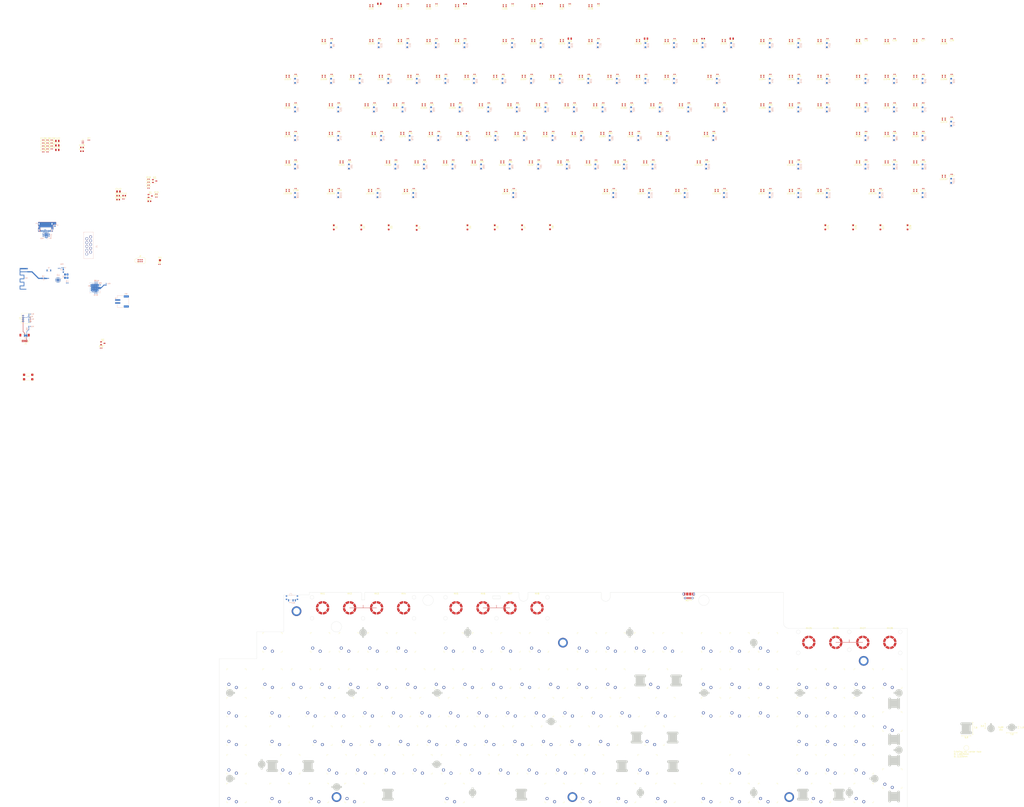
<source format=kicad_pcb>
(kicad_pcb (version 20241229) (generator "pcbnew") (generator_version "9.0")
  (layers (0 "F.Cu" signal) (2 "B.Cu" signal) (13 "F.Paste" user) (15 "B.Paste" user) (5 "F.SilkS" user "F.Silkscreen") (7 "B.SilkS" user "B.Silkscreen") (1 "F.Mask" user) (3 "B.Mask" user) (25 "Edge.Cuts" user))
  (net 0 "")
  (net 1 "/ANT_FEED")
  (net 2 "GND")
  (net 3 "+5V")
  (net 4 "/USB and Power management/V_BATT")
  (net 5 "/VDD_nRF")
  (net 6 "/VBATT_nRF")
  (net 7 "Net-(D2-A)")
  (net 8 "/ROW0")
  (net 9 "Net-(C19-Pad1)")
  (net 10 "Net-(D4-A)")
  (net 11 "/switch_matrix/ROWM")
  (net 12 "Net-(D6-A)")
  (net 13 "/switch_matrix/ROW0")
  (net 14 "Net-(D8-A)")
  (net 15 "/switch_matrix/ROW1")
  (net 16 "Net-(D10-A)")
  (net 17 "/switch_matrix/ROW2")
  (net 18 "Net-(D12-A)")
  (net 19 "/switch_matrix/ROW3")
  (net 20 "Net-(D14-A)")
  (net 21 "/switch_matrix/ROW4")
  (net 22 "Net-(D16-A)")
  (net 23 "/switch_matrix/ROW5")
  (net 24 "/ROW1")
  (net 25 "Net-(D18-A)")
  (net 26 "/rgb-led_matrix/S1.3")
  (net 27 "Net-(D20-A)")
  (net 28 "/rgb-led_matrix/S1.2")
  (net 29 "Net-(D22-A)")
  (net 30 "/rgb-led_matrix/C1.4")
  (net 31 "Net-(D24-A)")
  (net 32 "/rgb-led_matrix/S1.1")
  (net 33 "Net-(D26-A)")
  (net 34 "/rgb-led_matrix/C1.5")
  (net 35 "Net-(D28-A)")
  (net 36 "/rgb-led_matrix/C1.6")
  (net 37 "Net-(D30-A)")
  (net 38 "/rgb-led_matrix/C1.7")
  (net 39 "/ROW2")
  (net 40 "Net-(D32-A)")
  (net 41 "/rgb-led_matrix/C1.9")
  (net 42 "Net-(D34-A)")
  (net 43 "/rgb-led_matrix/C1.10")
  (net 44 "Net-(D36-A)")
  (net 45 "/rgb-led_matrix/C1.11")
  (net 46 "Net-(D38-A)")
  (net 47 "/rgb-led_matrix/C1.12")
  (net 48 "Net-(D40-A)")
  (net 49 "/rgb-led_matrix/C1.2")
  (net 50 "Net-(D42-A)")
  (net 51 "/rgb-led_matrix/C2.1")
  (net 52 "Net-(D44-A)")
  (net 53 "/ROW3")
  (net 54 "/rgb-led_matrix/S2.1")
  (net 55 "Net-(D46-A)")
  (net 56 "/rgb-led_matrix/S2.3")
  (net 57 "Net-(D48-A)")
  (net 58 "/rgb-led_matrix/S2.2")
  (net 59 "Net-(D50-A)")
  (net 60 "/rgb-led_matrix/C2.2")
  (net 61 "Net-(D52-A)")
  (net 62 "/rgb-led_matrix/C2.3")
  (net 63 "Net-(D54-A)")
  (net 64 "/rgb-led_matrix/C2.4")
  (net 65 "Net-(D56-A)")
  (net 66 "/rgb-led_matrix/C2.5")
  (net 67 "/ROW4")
  (net 68 "Net-(D58-A)")
  (net 69 "/rgb-led_matrix/C2.6")
  (net 70 "Net-(D60-A)")
  (net 71 "/rgb-led_matrix/C2.7")
  (net 72 "Net-(D62-A)")
  (net 73 "/rgb-led_matrix/C2.8")
  (net 74 "Net-(D64-A)")
  (net 75 "/rgb-led_matrix/C2.9")
  (net 76 "/USB_D-")
  (net 77 "/USB_D+")
  (net 78 "/DB_SWDCLK")
  (net 79 "/DB_SWDIO")
  (net 80 "/DB_SWO")
  (net 81 "/~{nReset}")
  (net 82 "Net-(J4-CC1)")
  (net 84 "Net-(J4-CC2)")
  (net 86 "GNDPWR")
  (net 87 "/COL10")
  (net 88 "/COL11")
  (net 89 "/COL12")
  (net 90 "/COL13")
  (net 91 "/COL14")
  (net 92 "/rgb-led_matrix/Mute/GRN")
  (net 93 "/rgb-led_matrix/Mute/BLU")
  (net 94 "/rgb-led_matrix/C2.10")
  (net 95 "/rgb-led_matrix/C1.1")
  (net 96 "/rgb-led_matrix/S1.6")
  (net 97 "/rgb-led_matrix/S1.4")
  (net 98 "/rgb-led_matrix/S1.5")
  (net 99 "/rgb-led_matrix/C1.3")
  (net 100 "/rgb-led_matrix/C1.8")
  (net 101 "/rgb-led_matrix/S2.5")
  (net 102 "/ROW5")
  (net 103 "/rgb-led_matrix/S2.4")
  (net 104 "/rgb-led_matrix/S2.6")
  (net 105 "/VDDH")
  (net 106 "/rgb-led_matrix/S1.8")
  (net 107 "/rgb-led_matrix/S1.9")
  (net 108 "Net-(D66-A)")
  (net 109 "/rgb-led_matrix/S1.7")
  (net 110 "/rgb-led_matrix/S2.9")
  (net 111 "Net-(D68-A)")
  (net 112 "Net-(D70-A)")
  (net 113 "/rgb-led_matrix/S2.8")
  (net 114 "Net-(D72-A)")
  (net 115 "/rgb-led_matrix/S2.7")
  (net 116 "/rgb-led_matrix/X/AN")
  (net 117 "Net-(D74-A)")
  (net 118 "Net-(D76-A)")
  (net 119 "Net-(D78-A)")
  (net 120 "/rgb-led_matrix/np2/AN")
  (net 121 "Net-(D80-A)")
  (net 122 "Net-(D82-A)")
  (net 123 "/rgb-led_matrix/np3/AN")
  (net 124 "Net-(D84-A)")
  (net 125 "/rgb-led_matrix/S1.10")
  (net 126 "/rgb-led_matrix/S1.12")
  (net 127 "Net-(D86-A)")
  (net 128 "/rgb-led_matrix/S1.11")
  (net 129 "Net-(D88-A)")
  (net 130 "/rgb-led_matrix/S2.12")
  (net 131 "/rgb-led_matrix/S2.10")
  (net 132 "Net-(D90-A)")
  (net 133 "Net-(D92-A)")
  (net 134 "/rgb-led_matrix/S2.11")
  (net 135 "Net-(D94-A)")
  (net 136 "/switch_matrix/COL2")
  (net 137 "/switch_matrix/COL4")
  (net 138 "Net-(D96-A)")
  (net 139 "Net-(D98-A)")
  (net 140 "Net-(D100-A)")
  (net 141 "Net-(D102-A)")
  (net 142 "Net-(D104-A)")
  (net 143 "Net-(D106-A)")
  (net 144 "/switch_matrix/COL5")
  (net 145 "Net-(D108-A)")
  (net 146 "/switch_matrix/COL6")
  (net 147 "Net-(D110-A)")
  (net 148 "/switch_matrix/COL7")
  (net 149 "Net-(D112-A)")
  (net 150 "/switch_matrix/COL9")
  (net 151 "Net-(D114-A)")
  (net 152 "Net-(D116-A)")
  (net 153 "Net-(D118-A)")
  (net 154 "/switch_matrix/COL10")
  (net 155 "Net-(D120-A)")
  (net 156 "Net-(D122-A)")
  (net 157 "/switch_matrix/COL11")
  (net 158 "/switch_matrix/COL12")
  (net 159 "/switch_matrix/COL13")
  (net 160 "/switch_matrix/COL14")
  (net 161 "/switch_matrix/COL15")
  (net 162 "/switch_matrix/COL16")
  (net 163 "/switch_matrix/COL17")
  (net 164 "/switch_matrix/COL18")
  (net 165 "/switch_matrix/COL1")
  (net 166 "/switch_matrix/COL3")
  (net 167 "/switch_matrix/COL8")
  (net 168 "/switch_matrix/COL19")
  (net 169 "/switch_matrix/COL20")
  (net 170 "/switch_matrix/COL21")
  (net 171 "/switch_matrix/COL22")
  (net 172 "Net-(U3-TS)")
  (net 173 "Net-(U3-ILIM)")
  (net 174 "Net-(U3-ISET)")
  (net 175 "Net-(U3-ITERM)")
  (net 176 "Net-(Q2-PadG)")
  (net 177 "/RGB_DOUT")
  (net 182 "/ROWM")
  (net 183 "/VOL_B")
  (net 184 "/VOL_C")
  (net 185 "/VOL_A")
  (net 186 "/COL18")
  (net 187 "/COL17")
  (net 188 "/COL19")
  (net 189 "/COL20")
  (net 190 "/COLM")
  (net 191 "/COL15")
  (net 192 "/COL16")
  (net 193 "Net-(U1-XC2)")
  (net 194 "Net-(U1-P0.00{slash}XL1)")
  (net 195 "Net-(U1-DEC4)")
  (net 196 "Net-(U1-P0.01{slash}XL2)")
  (net 197 "Net-(U1-XC1)")
  (net 198 "Net-(U1-DEC5)")
  (net 199 "Net-(U1-DEC3)")
  (net 200 "Net-(U1-DEC2)")
  (net 201 "Net-(U1-DEC1)")
  (net 202 "Net-(U1-DECUSB)")
  (net 203 "Net-(U1-ANT)")
  (net 204 "Net-(C140-Pad1)")
  (net 209 "Net-(J2-Pin_1)")
  (net 210 "Net-(L1-Pad2)")
  (net 211 "Net-(U1-DCCH)")
  (net 212 "Net-(U1-DCC)")
  (net 213 "Net-(U1-SWDCLK)")
  (net 214 "Net-(U1-SWDIO)")
  (net 215 "Net-(U1-P1.00{slash}SWO)")
  (net 216 "Net-(U4-ILIM)")
  (net 217 "Net-(U4-ISET)")
  (net 218 "/COL05")
  (net 219 "/COL03")
  (net 220 "/COL09")
  (net 221 "/COL06")
  (net 222 "/COL00")
  (net 223 "/COL08")
  (net 224 "/COL04")
  (net 225 "/COL02")
  (net 226 "/COL07")
  (net 227 "/COL01")
  (net 228 "Net-(U4-ITERM)")
  (net 229 "Net-(U4-TS)")
  (net 238 "Net-(D1-A)")
  (net 239 "Net-(D3-A)")
  (net 240 "Net-(D5-A)")
  (net 241 "Net-(D7-A)")
  (net 242 "Net-(D9-A)")
  (net 243 "Net-(D11-A)")
  (net 244 "Net-(D13-A)")
  (net 245 "Net-(D15-A)")
  (net 246 "Net-(D17-A)")
  (net 247 "Net-(D19-A)")
  (net 248 "Net-(D21-A)")
  (net 249 "Net-(D23-A)")
  (net 250 "Net-(D25-A)")
  (net 251 "Net-(D27-A)")
  (net 252 "Net-(D29-A)")
  (net 253 "Net-(D31-A)")
  (net 254 "Net-(D33-A)")
  (net 255 "Net-(D35-A)")
  (net 256 "Net-(D37-A)")
  (net 257 "Net-(D39-A)")
  (net 258 "Net-(D41-A)")
  (net 259 "Net-(D43-A)")
  (net 260 "Net-(D45-A)")
  (net 261 "Net-(D47-A)")
  (net 262 "Net-(D49-A)")
  (net 263 "Net-(D51-A)")
  (net 264 "Net-(D53-A)")
  (net 265 "Net-(D55-A)")
  (net 266 "Net-(D57-A)")
  (net 267 "Net-(D59-A)")
  (net 268 "Net-(D61-A)")
  (net 269 "Net-(D63-A)")
  (net 270 "Net-(D65-A)")
  (net 271 "Net-(D67-A)")
  (net 272 "Net-(D69-A)")
  (net 273 "Net-(D71-A)")
  (net 274 "Net-(D73-A)")
  (net 275 "Net-(D75-A)")
  (net 276 "Net-(D77-A)")
  (net 277 "Net-(D79-A)")
  (net 278 "Net-(D81-A)")
  (net 279 "Net-(D83-A)")
  (net 280 "Net-(D85-A)")
  (net 281 "Net-(D87-A)")
  (net 282 "Net-(D89-A)")
  (net 283 "Net-(D91-A)")
  (net 284 "Net-(D93-A)")
  (net 285 "Net-(D95-A)")
  (net 286 "Net-(D97-A)")
  (net 287 "Net-(D99-A)")
  (net 288 "Net-(D101-A)")
  (net 289 "Net-(D103-A)")
  (net 290 "Net-(D105-A)")
  (net 291 "Net-(D107-A)")
  (net 292 "Net-(D109-A)")
  (net 293 "Net-(D111-A)")
  (net 294 "Net-(D113-A)")
  (net 295 "Net-(D115-A)")
  (net 296 "Net-(D117-A)")
  (net 297 "Net-(D119-A)")
  (net 298 "Net-(D121-A)")
  (net 299 "Net-(D122-K)")
  (net 300 "Net-(D123-K)")
  (net 301 "Net-(D123-A)")
  (net 302 "Net-(D124-K)")
  (net 303 "Net-(D124-A)")
  (net 304 "Net-(Q1-PadG)")
  (net 305 "/LBAT_LED")
  (net 306 "Net-(Q3-PadG)")
  (net 307 "/CAPS_LED")
  (footprint "key-switches:SW_Kailh_Choc_V1_THT" (layer "F.Cu") (at 449.523455 332.379224)
    (property "Reference" "MX89" (hide yes))
    (property "Value" "1.00u" (hide yes))
  )
  (footprint "keyboard:LED_WS2812B-2020_PLCC4_2.0x2.0mm" (layer "F.Cu") (at 325.278539 -31.316783 180)
    (property "Reference" "LED115")
    (property "Value" "LED_ARGB")
  )
  (footprint "keyboard:C_0402_1005Metric" (layer "F.Cu") (at 215.476058 -155.870283 180)
    (property "Reference" "C5")
    (property "Value" "100nF")
  )
  (footprint "keyboard:LED_WS2812B-2020_PLCC4_2.0x2.0mm" (layer "F.Cu") (at 132.397289 -50.366783 180)
    (property "Reference" "LED92")
    (property "Value" "LED_ARGB")
  )
  (footprint "keyboard:LED_WS2812B-2020_PLCC4_2.0x2.0mm" (layer "F.Cu") (at 299.084789 -107.516783 180)
    (property "Reference" "LED41")
    (property "Value" "LED_ARGB")
  )
  (footprint "keyboard:LED_WS2812B-2020_PLCC4_2.0x2.0mm" (layer "F.Cu") (at 267.336059 -154.570283 180)
    (property "Reference" "LED8")
    (property "Value" "LED_ARGB")
  )
  (footprint "keyboard:R_0402_1005Metric" (layer "F.Cu") (at -27.2425 -38.855)
    (property "Reference" "R18")
    (property "Value" "10k")
  )
  (footprint "keyboard:C_0402_1005Metric" (layer "F.Cu") (at 215.476058 -132.629283 180)
    (property "Reference" "C14")
    (property "Value" "100nF")
  )
  (footprint "keyboard:SOT-23-3" (layer "F.Cu") (at -57.765 70.605)
    (property "Reference" "Q2")
    (property "Value" "Q_NMOS")
  )
  (footprint "keyboard:LED_WS2812B-2020_PLCC4_2.0x2.0mm" (layer "F.Cu") (at 237.172289 -69.416783 180)
    (property "Reference" "LED81")
    (property "Value" "LED_ARGB")
  )
  (footprint "G915:Stabilizer-Cutout" (layer "F.Cu") (at 132.25 371.7)
    (property "Reference" "REF**" (hide yes))
    (property "Value" "Stabilizer-Cutout" (hide yes))
    (fp_poly (pts (arc (start -2.95 1.95) (mid -3.95 2.95) (end -2.95 3.95)) (arc (start 2.95 3.95) (mid 3.95 2.95) (end 2.95 1.95)) (arc (start 2.95 -1.95) (mid 3.95 -2.95) (end 2.95 -3.95)) (arc (start -2.95 -3.95) (mid -3.95 -2.95) (end -2.95 -1.95))) (fill yes) (layer "Edge.Cuts"))
  )
  (footprint "keyboard:LED_WS2812B-2020_PLCC4_2.0x2.0mm" (layer "F.Cu") (at 89.534789 -131.329283 180)
    (property "Reference" "LED9")
    (property "Value" "LED_ARGB")
  )
  (footprint "key-switches:SW_Kailh_Choc_V1_THT" (layer "F.Cu") (at 305.33972 351.429224)
    (property "Reference" "MX102" (hide yes))
    (property "Value" "1.00u" (hide yes))
  )
  (footprint "key-switches:SW_Kailh_Choc_V1_THT" (layer "F.Cu") (at 31.30547 294.279224)
    (property "Reference" "MX29" (hide yes))
    (property "Value" "1.00u" (hide yes))
  )
  (footprint "keyboard:LED_WS2812B-2020_PLCC4_2.0x2.0mm" (layer "F.Cu") (at 189.547289 -50.366783 180)
    (property "Reference" "LED95")
    (property "Value" "LED_ARGB")
  )
  (footprint "keyboard:C_0402_1005Metric" (layer "F.Cu") (at 489.161694 -132.629283 180)
    (property "Reference" "C27")
    (property "Value" "100nF")
  )
  (footprint "G915:Stabilizer-Cutout" (layer "F.Cu") (at 324.5 295.5)
    (property "Reference" "REF**" (hide yes))
    (property "Value" "Stabilizer-Cutout" (hide yes))
    (fp_poly (pts (arc (start -2.95 1.95) (mid -3.95 2.95) (end -2.95 3.95)) (arc (start 2.95 3.95) (mid 3.95 2.95) (end 2.95 1.95)) (arc (start 2.95 -1.95) (mid 3.95 -2.95) (end 2.95 -3.95)) (arc (start -2.95 -3.95) (mid -3.95 -2.95) (end -2.95 -1.95))) (fill yes) (layer "Edge.Cuts"))
  )
  (footprint "key-switches:SW_Kailh_Choc_V1_THT" (layer "F.Cu") (at 155.32097 351.429224)
    (property "Reference" "MX95" (hide yes))
    (property "Value" "1.00u" (hide yes))
  )
  (footprint "keyboard:D_SOD-123F" (layer "F.Cu") (at 423.91627 -6.75 -90)
    (property "Reference" "D25")
    (property "Value" "B140S1F-7")
  )
  (footprint "key-switches:SW_Kailh_Choc_V1_THT" (layer "F.Cu") (at 468.573455 294.279224)
    (property "Reference" "MX50" (hide yes))
    (property "Value" "1.00u" (hide yes))
  )
  (footprint "key-switches:SW_Kailh_Choc_V1_THT" (layer "F.Cu") (at 430.473455 332.379224)
    (property "Reference" "MX88" (hide yes))
    (property "Value" "1.00u" (hide yes))
  )
  (footprint "keyboard:LED_WS2812B-2020_PLCC4_2.0x2.0mm" (layer "F.Cu") (at 445.769789 -50.366783 180)
    (property "Reference" "LED104")
    (property "Value" "LED_ARGB")
  )
  (footprint "G915:Stabilizer-Cutout" (layer "F.Cu") (at 408.95 371.7)
    (property "Reference" "REF**" (hide yes))
    (property "Value" "Stabilizer-Cutout" (hide yes))
    (fp_poly (pts (arc (start -2.95 1.95) (mid -3.95 2.95) (end -2.95 3.95)) (arc (start 2.95 3.95) (mid 3.95 2.95) (end 2.95 1.95)) (arc (start 2.95 -1.95) (mid 3.95 -2.95) (end 2.95 -3.95)) (arc (start -2.95 -3.95) (mid -3.95 -2.95) (end -2.95 -1.95))) (fill yes) (layer "Edge.Cuts"))
  )
  (footprint "key-switches:SW_Kailh_Choc_V1_THT" (layer "F.Cu") (at 125.281024 270.104774)
    (property "Reference" "MX12" (hide yes))
    (property "Value" "1.00u" (hide yes))
  )
  (footprint "key-switches:SW_Kailh_Choc_V1_THT" (layer "F.Cu") (at 233.12879 270.104774)
    (property "Reference" "MX17" (hide yes))
    (property "Value" "1.00u" (hide yes))
  )
  (footprint "keyboard:C_0402_1005Metric" (layer "F.Cu") (at 99.587288 -70.716783 180)
    (property "Reference" "C74")
    (property "Value" "100nF")
  )
  (footprint "key-switches:SW_Kailh_Choc_V1_THT" (layer "F.Cu") (at 87.181025 270.104774)
    (property "Reference" "MX10" (hide yes))
    (property "Value" "1.00u" (hide yes))
  )
  (footprint "keyboard:LED_WS2812B-2020_PLCC4_2.0x2.0mm" (layer "F.Cu") (at 89.534789 -107.516783 180)
    (property "Reference" "LED30")
    (property "Value" "LED_ARGB")
  )
  (footprint "keyboard:C_0402_1005Metric" (layer "F.Cu") (at 406.292289 -89.766783 180)
    (property "Reference" "C67")
    (property "Value" "100nF")
  )
  (footprint "keyboard:LED_WS2812B-2020_PLCC4_2.0x2.0mm" (layer "F.Cu") (at 318.136694 -131.329283 180)
    (property "Reference" "LED19")
    (property "Value" "LED_ARGB")
  )
  (footprint "keyboard:C_0402_1005Metric" (layer "F.Cu") (at 125.781038 -32.616783 180)
    (property "Reference" "C110")
    (property "Value" "100nF")
  )
  (footprint "keyboard:C_0402_1005Metric" (layer "F.Cu") (at 213.887289 -51.666783 180)
    (property "Reference" "C96")
    (property "Value" "100nF")
  )
  (footprint "G915:Stabilizer-Cutout" (layer "F.Cu") (at 469.75 372.95 90)
    (property "Reference" "REF**" (hide yes))
    (property "Value" "Stabilizer-Cutout" (hide yes))
    (fp_poly (pts (arc (start -2.95 1.95) (mid -3.95 2.95) (end -2.95 3.95)) (arc (start 2.95 3.95) (mid 3.95 2.95) (end 2.95 1.95)) (arc (start 2.95 -1.95) (mid 3.95 -2.95) (end 2.95 -3.95)) (arc (start -2.95 -3.95) (mid -3.95 -2.95) (end -2.95 -1.95))) (fill yes) (layer "Edge.Cuts"))
  )
  (footprint "key-switches:SW_Kailh_Choc_V1_THT" (layer "F.Cu") (at 131.50847 294.279224)
    (property "Reference" "MX34" (hide yes))
    (property "Value" "1.00u" (hide yes))
  )
  (footprint "key-switches:SW_Kailh_Choc_V1_THT" (layer "F.Cu") (at 366.68072 294.279224)
    (property "Reference" "MX45" (hide yes))
    (property "Value" "1.00u" (hide yes))
  )
  (footprint "keyboard:C_0402_1005Metric" (layer "F.Cu") (at 175.787289 -51.666783 180)
    (property "Reference" "C94")
    (property "Value" "100nF")
  )
  (footprint "keyboard:C_0402_1005Metric" (layer "F.Cu") (at 275.799789 -89.766783 180)
    (property "Reference" "C61")
    (property "Value" "100nF")
  )
  (footprint "key-switches:SW_Kailh_Choc_V1_THT" (layer "F.Cu") (at 179.13347 313.329224)
    (property "Reference" "MX58" (hide yes))
    (property "Value" "1.00u" (hide yes))
  )
  (footprint "keyboard:LED_WS2812B-2020_PLCC4_2.0x2.0mm" (layer "F.Cu") (at 94.297288 -69.416783 180)
    (property "Reference" "LED74")
    (property "Value" "LED_ARGB")
  )
  (footprint "keyboard:C_0402_1005Metric" (layer "F.Cu") (at 349.618539 -70.716783 180)
    (property "Reference" "C86")
    (property "Value" "100nF")
  )
  (footprint "key-switches:SW_Kailh_Choc_V1_THT" (layer "F.Cu") (at 221.99597 332.379224)
    (property "Reference" "MX82" (hide yes))
    (property "Value" "1.00u" (hide yes))
  )
  (footprint "key-switches:SW_Kailh_Choc_V1_THT" (layer "F.Cu") (at 260.09597 332.379224)
    (property "Reference" "MX84" (hide yes))
    (property "Value" "1.00u" (hide yes))
  )
  (footprint "key-switches:SW_Kailh_Choc_V1_THT" (layer "F.Cu") (at 293.43347 313.329224)
    (property "Reference" "MX64" (hide yes))
    (property "Value" "1.00u" (hide yes))
  )
  (footprint "keyboard:LED_WS2812B-2020_PLCC4_2.0x2.0mm" (layer "F.Cu") (at 227.647289 -50.366783 180)
    (property "Reference" "LED97")
    (property "Value" "LED_ARGB")
  )
  (footprint "keyboard:LED_WS2812B-2020_PLCC4_2.0x2.0mm" (layer "F.Cu") (at 213.359789 -88.466783 180)
    (property "Reference" "LED58")
    (property "Value" "LED_ARGB")
  )
  (footprint "keyboard:C_0402_1005Metric" (layer "F.Cu") (at -91.732684 -64.931017)
    (property "Reference" "C135")
    (property "Value" "100nF")
  )
  (footprint "G915:Screw_Hole-Dual_Wing" (layer "F.Cu") (at 48.15 351.4 90)
    (property "Reference" "REF**" (hide yes))
    (property "Value" "Screw_Hole-Dual_Wing" (hide yes))
    (fp_line (start 3.5 -0.635) (end 2.42 -0.635) (stroke (width 0.01)) (layer "Edge.Cuts"))
    (fp_line (start 3.5 -0.635) (end 3.5 0.635) (stroke (width 0.01)) (layer "Edge.Cuts"))
    (fp_line (start -3.5 -0.635) (end -2.42 -0.635) (stroke (width 0.01)) (layer "Edge.Cuts"))
    (fp_line (start -3.5 -0.635) (end -3.5 0.635) (stroke (width 0.01)) (layer "Edge.Cuts"))
    (fp_line (start 3.5 0.635) (end 2.42 0.635) (stroke (width 0.01)) (layer "Edge.Cuts"))
    (fp_line (start -3.5 0.635) (end -2.42 0.635) (stroke (width 0.01)) (layer "Edge.Cuts"))
    (fp_arc (start -2.42 -0.635) (mid 0 -2.501924) (end 2.42 -0.635) (stroke (width 0.01)) (layer "Edge.Cuts"))
    (fp_arc (start 2.42 0.635) (mid 0 2.487075) (end -2.42 0.635) (stroke (width 0.01)) (layer "Edge.Cuts"))
    (fp_poly (pts (xy -3.5 0.635) (xy -3.5 -0.635) (arc (start -2.42 -0.635) (mid 0 -2.501924) (end 2.42 -0.635)) (xy 3.5 -0.635) (xy 3.5 0.635) (arc (start 2.42 0.635) (mid 0 2.487075) (end -2.42 0.635))) (fill yes) (layer "Edge.Cuts"))
  )
  (footprint "keyboard:D_SOD-123F" (layer "F.Cu") (at 96.24621 -6.712829 -90)
    (property "Reference" "D1")
    (property "Value" "B140S1F-7")
  )
  (footprint "keyboard:LED_WS2812B-2020_PLCC4_2.0x2.0mm" (layer "F.Cu") (at 502.921694 -131.329283 180)
    (property "Reference" "LED28")
    (property "Value" "LED_ARGB")
  )
  (footprint "keyboard:LED_WS2812B-2020_PLCC4_2.0x2.0mm" (layer "F.Cu") (at 127.634789 -107.516783 180)
    (property "Reference" "LED32")
    (property "Value" "LED_ARGB")
  )
  (footprint "keyboard:SOT-23-3" (layer "F.Cu") (at -26.1225 -27.665)
    (property "Reference" "Q1")
    (property "Value" "Q_NMOS")
  )
  (footprint "keyboard:C_0402_1005Metric" (layer "F.Cu") (at 306.756039 -32.616783 180)
    (property "Reference" "C114")
    (property "Value" "100nF")
  )
  (footprint "keyboard:D_SOD-123F" (layer "F.Cu") (at 460.65 -6.745 -90)
    (property "Reference" "D27")
    (property "Value" "B140S1F-7")
  )
  (footprint "G915:Screw_Hole-Dual_Wing" (layer "F.Cu") (at 376.2 370.3 90)
    (property "Reference" "REF**" (hide yes))
    (property "Value" "Screw_Hole-Dual_Wing" (hide yes))
    (fp_line (start 3.5 -0.635) (end 2.42 -0.635) (stroke (width 0.01)) (layer "Edge.Cuts"))
    (fp_line (start 3.5 -0.635) (end 3.5 0.635) (stroke (width 0.01)) (layer "Edge.Cuts"))
    (fp_line (start -3.5 -0.635) (end -2.42 -0.635) (stroke (width 0.01)) (layer "Edge.Cuts"))
    (fp_line (start -3.5 -0.635) (end -3.5 0.635) (stroke (width 0.01)) (layer "Edge.Cuts"))
    (fp_line (start 3.5 0.635) (end 2.42 0.635) (stroke (width 0.01)) (layer "Edge.Cuts"))
    (fp_line (start -3.5 0.635) (end -2.42 0.635) (stroke (width 0.01)) (layer "Edge.Cuts"))
    (fp_arc (start -2.42 -0.635) (mid 0 -2.501924) (end 2.42 -0.635) (stroke (width 0.01)) (layer "Edge.Cuts"))
    (fp_arc (start 2.42 0.635) (mid 0 2.487075) (end -2.42 0.635) (stroke (width 0.01)) (layer "Edge.Cuts"))
    (fp_poly (pts (xy -3.5 0.635) (xy -3.5 -0.635) (arc (start -2.42 -0.635) (mid 0 -2.501924) (end 2.42 -0.635)) (xy 3.5 -0.635) (xy 3.5 0.635) (arc (start 2.42 0.635) (mid 0 2.487075) (end -2.42 0.635))) (fill yes) (layer "Edge.Cuts"))
  )
  (footprint "keyboard:LED_WS2812B-2020_PLCC4_2.0x2.0mm" (layer "F.Cu") (at 483.869789 -88.466783 180)
    (property "Reference" "LED71")
    (property "Value" "LED_ARGB")
  )
  (footprint "G915:Membrane-G915" (layer "F.Cu") (at 88.771625 247.05)
    (property "Reference" "MX1")
    (property "Value" "1.00u")
  )
  (footprint "keyboard:LED_WS2812B-2020_PLCC4_2.0x2.0mm" (layer "F.Cu") (at 381.952289 -88.466783 180)
    (property "Reference" "LED66")
    (property "Value" "LED_ARGB")
  )
  (footprint "keyboard:LED_0603_1608Metric" (layer "F.Cu") (at -47.485 -25.255)
    (property "Reference" "D123")
    (property "Value" "LED")
  )
  (footprint "keyboard:C_0402_1005Metric" (layer "F.Cu") (at 406.292289 -32.616783 180)
    (property "Reference" "C118")
    (property "Value" "100nF")
  )
  (footprint "keyboard:C_0402_1005Metric" (layer "F.Cu") (at 194.837289 -51.666783 180)
    (property "Reference" "C95")
    (property "Value" "100nF")
  )
  (footprint "key-switches:SW_Kailh_Choc_V1_THT" (layer "F.Cu") (at 411.423455 351.429224)
    (property "Reference" "MX104" (hide yes))
    (property "Value" "1.00u" (hide yes))
  )
  (footprint "" (layer "F.Cu") (at 252.6 257.5)
    (property "Reference" "")
    (property "Value" "")
  )
  (footprint "key-switches:SW_Kailh_Choc_V1_THT" (layer "F.Cu") (at 283.90847 294.279224)
    (property "Reference" "MX42" (hide yes))
    (property "Value" "1.00u" (hide yes))
  )
  (footprint "keyboard:LED_WS2812B-2020_PLCC4_2.0x2.0mm" (layer "F.Cu") (at 301.466039 -31.316783 180)
    (property "Reference" "LED114")
    (property "Value" "LED_ARGB")
  )
  (footprint "G915:Membrane-G915" (layer "F.Cu") (at 213.71486 247.05)
    (property "Reference" "MX7")
    (property "Value" "1.00u")
  )
  (footprint "Connector_Molex:Molex_PicoBlade_53048-0410_1x04_P1.25mm_Horizontal" (layer "F.Cu") (at -110.895 55.9395 90)
    (property "Reference" "J3")
    (property "Value" "53047-0460")
  )
  (footprint "keyboard:C_0402_1005Metric" (layer "F.Cu") (at 489.159789 -32.616783 180)
    (property "Reference" "C121")
    (property "Value" "100nF")
  )
  (footprint "key-switches:SW_Kailh_Choc_V1_THT" (layer "F.Cu") (at 217.23347 313.329224)
    (property "Reference" "MX60" (hide yes))
    (property "Value" "1.00u" (hide yes))
  )
  (footprint "keyboard:C_0402_1005Metric" (layer "F.Cu") (at 106.731038 -51.666783 180)
    (property "Reference" "C91")
    (property "Value" "100nF")
  )
  (footprint "key-switches:SW_Kailh_Choc_V1_THT" (layer "F.Cu") (at 55.30847 294.279224)
    (property "Reference" "MX30" (hide yes))
    (property "Value" "1.00u" (hide yes))
  )
  (footprint "keyboard:LED_WS2812B-2020_PLCC4_2.0x2.0mm" (layer "F.Cu") (at 344.328539 -69.416783 180)
    (property "Reference" "LED86")
    (property "Value" "LED_ARGB")
  )
  (footprint "key-switches:SW_Kailh_Choc_V1_THT" (layer "F.Cu") (at 312.48347 294.279224)
    (property "Reference" "MX43" (hide yes))
    (property "Value" "1.00u" (hide yes))
  )
  (footprint "keyboard:C_0402_1005Metric" (layer "F.Cu") (at 470.109789 -51.666783 180)
    (property "Reference" "C105")
    (property "Value" "100nF")
  )
  (footprint "keyboard:C_0402_1005Metric" (layer "F.Cu") (at 256.749789 -89.766783 180)
    (property "Reference" "C60")
    (property "Value" "100nF")
  )
  (footprint "keyboard:C_0402_1005Metric" (layer "F.Cu") (at 508.209789 -108.816783 180)
    (property "Reference" "C50")
    (property "Value" "100nF")
  )
  (footprint "keyboard:LED_WS2812B-2020_PLCC4_2.0x2.0mm" (layer "F.Cu") (at 151.447289 -50.366783 180)
    (property "Reference" "LED93")
    (property "Value" "LED_ARGB")
  )
  (footprint "key-switches:SW_Kailh_Choc_V1_THT" (layer "F.Cu") (at 255.33347 313.329224)
    (property "Reference" "MX62" (hide yes))
    (property "Value" "1.00u" (hide yes))
  )
  (footprint "keyboard:C_0402_1005Metric" (layer "F.Cu") (at 425.342289 -89.766783 180)
    (property "Reference" "C68")
    (property "Value" "100nF")
  )
  (footprint "keyboard:LED_WS2812B-2020_PLCC4_2.0x2.0mm" (layer "F.Cu") (at 203.834789 -107.516783 180)
    (property "Reference" "LED36")
    (property "Value" "LED_ARGB")
  )
  (footprint "keyboard:LED_WS2812B-2020_PLCC4_2.0x2.0mm" (layer "F.Cu") (at 502.919789 -78.941783 180)
    (property "Reference" "LED72")
    (property "Value" "LED_ARGB")
  )
  (footprint "keyboard:C_0402_1005Metric" (layer "F.Cu") (at 272.626059 -132.629283 180)
    (property "Reference" "C17")
    (property "Value" "1pF")
  )
  (footprint "keyboard:LED_WS2812B-2020_PLCC4_2.0x2.0mm" (layer "F.Cu") (at 251.459789 -88.466783 180)
    (property "Reference" "LED60")
    (property "Value" "LED_ARGB")
  )
  (footprint "keyboard:LED_WS2812B-2020_PLCC4_2.0x2.0mm" (layer "F.Cu") (at 222.884789 -107.516783 180)
    (property "Reference" "LED37")
    (property "Value" "LED_ARGB")
  )
  (footprint "keyboard:LED_WS2812B-2020_PLCC4_2.0x2.0mm" (layer "F.Cu") (at 184.784789 -107.516783 180)
    (property "Reference" "LED35")
    (property "Value" "LED_ARGB")
  )
  (footprint "keyboard:C_0402_1005Metric" (layer "F.Cu") (at 356.762289 -32.616783 180)
    (property "Reference" "C116")
    (property "Value" "100nF")
  )
  (footprint "keyboard:LED_WS2812B-2020_PLCC4_2.0x2.0mm" (layer "F.Cu") (at 464.819789 -107.516783 180)
    (property "Reference" "LED48")
    (property "Value" "LED_ARGB")
  )
  (footprint "keyboard:LED_WS2812B-2020_PLCC4_2.0x2.0mm" (layer "F.Cu") (at 420.052289 -88.466783 180)
    (property "Reference" "LED68")
    (property "Value" "LED_ARGB")
  )
  (footprint "key-switches:SW_Kailh_Choc_V1_THT" (layer "F.Cu") (at 31.30547 313.329224)
    (property "Reference" "MX51" (hide yes))
    (property "Value" "1.00u" (hide yes))
  )
  (footprint "keyboard:LED_WS2812B-2020_PLCC4_2.0x2.0mm" (layer "F.Cu") (at 445.769789 -69.416783 180)
    (property "Reference" "LED87")
    (property "Value" "LED_ARGB")
  )
  (footprint "keyboard:C_0402_1005Metric" (layer "F.Cu") (at -94.602684 -57.051017)
    (property "Reference" "C134")
    (property "Value" "DNP")
  )
  (footprint "keyboard:LED_WS2812B-2020_PLCC4_2.0x2.0mm" (layer "F.Cu") (at 284.797289 -50.366783 180)
    (property "Reference" "LED100")
    (property "Value" "LED_ARGB")
  )
  (footprint "key-switches:SW_Kailh_Choc_V1_THT" (layer "F.Cu") (at 183.89597 332.379224)
    (property "Reference" "MX80" (hide yes))
    (property "Value" "1.00u" (hide yes))
  )
  (footprint "G915:Screw_Hole-Dual_Wing" (layer "F.Cu") (at 343.2 303.8)
    (property "Reference" "REF**" (hide yes))
    (property "Value" "Screw_Hole-Dual_Wing" (hide yes))
    (fp_line (start -3.5 -0.635) (end -3.5 0.635) (stroke (width 0.01)) (layer "Edge.Cuts"))
    (fp_line (start -3.5 -0.635) (end -2.42 -0.635) (stroke (width 0.01)) (layer "Edge.Cuts"))
    (fp_line (start -3.5 0.635) (end -2.42 0.635) (stroke (width 0.01)) (layer "Edge.Cuts"))
    (fp_line (start 3.5 -0.635) (end 2.42 -0.635) (stroke (width 0.01)) (layer "Edge.Cuts"))
    (fp_line (start 3.5 -0.635) (end 3.5 0.635) (stroke (width 0.01)) (layer "Edge.Cuts"))
    (fp_line (start 3.5 0.635) (end 2.42 0.635) (stroke (width 0.01)) (layer "Edge.Cuts"))
    (fp_arc (start -2.42 -0.635) (mid 0 -2.501924) (end 2.42 -0.635) (stroke (width 0.01)) (layer "Edge.Cuts"))
    (fp_arc (start 2.42 0.635) (mid 0 2.487075) (end -2.42 0.635) (stroke (width 0.01)) (layer "Edge.Cuts"))
    (fp_poly (pts (xy -3.5 0.635) (xy -3.5 -0.635) (arc (start -2.42 -0.635) (mid 0 -2.501924) (end 2.42 -0.635)) (xy 3.5 -0.635) (xy 3.5 0.635) (arc (start 2.42 0.635) (mid 0 2.487075) (end -2.42 0.635))) (fill yes) (layer "Edge.Cuts"))
  )
  (footprint "key-switches:SW_Kailh_Choc_V1_THT" (layer "F.Cu") (at 291.05222 370.479224)
    (property "Reference" "MX115" (hide yes))
    (property "Value" "1.00u" (hide yes))
  )
  (footprint "keyboard:R_0402_1005Metric" (layer "F.Cu") (at -27.2425 -34.875)
    (property "Reference" "R23")
    (property "Value" "100")
  )
  (footprint "keyboard:LED_WS2812B-2020_PLCC4_2.0x2.0mm" (layer "F.Cu") (at 502.919789 -107.516783 180)
    (property "Reference" "LED50")
    (property "Value" "LED_ARGB")
  )
  (footprint "G915:Screw_Hole-Single_Wing" (layer "F.Cu") (at 472.95 341.9)
    (property "Reference" "REF**" (hide yes))
    (property "Value" "Screw_Hole-Single_Wing" (hide yes))
    (fp_line (start -3.5 -0.635) (end -3.5 0.635) (stroke (width 0.01)) (layer "Edge.Cuts"))
    (fp_line (start -3.5 -0.635) (end -2.42 -0.635) (stroke (width 0.01)) (layer "Edge.Cuts"))
    (fp_line (start -3.5 0.635) (end -2.42 0.635) (stroke (width 0.01)) (layer "Edge.Cuts"))
    (fp_arc (start -2.42 -0.635) (mid 2.501924 0) (end -2.42 0.635) (stroke (width 0.01)) (layer "Edge.Cuts"))
    (fp_poly (pts (arc (start -2.42 -0.635) (mid 2.501924 0) (end -2.42 0.635)) (xy -3.5 0.635) (xy -3.5 -0.635)) (fill yes) (layer "Edge.Cuts"))
  )
  (footprint "keyboard:LED_WS2812B-2020_PLCC4_2.0x2.0mm" (layer "F.Cu") (at 464.821694 -131.329283 180)
    (property "Reference" "LED26")
    (property "Value" "LED_ARGB")
  )
  (footprint "G915:Screw_Hole-Dual_Wing" (layer "F.Cu") (at 300.6 370.3 90)
    (property "Reference" "REF**" (hide yes))
    (property "Value" "Screw_Hole-Dual_Wing" (hide yes))
    (fp_line (start 3.5 -0.635) (end 2.42 -0.635) (stroke (width 0.01)) (layer "Edge.Cuts"))
    (fp_line (start 3.5 -0.635) (end 3.5 0.635) (stroke (width 0.01)) (layer "Edge.Cuts"))
    (fp_line (start -3.5 -0.635) (end -2.42 -0.635) (stroke (width 0.01)) (layer "Edge.Cuts"))
    (fp_line (start -3.5 -0.635) (end -3.5 0.635) (stroke (width 0.01)) (layer "Edge.Cuts"))
    (fp_line (start 3.5 0.635) (end 2.42 0.635) (stroke (width 0.01)) (layer "Edge.Cuts"))
    (fp_line (start -3.5 0.635) (end -2.42 0.635) (stroke (width 0.01)) (layer "Edge.Cuts"))
    (fp_arc (start -2.42 -0.635) (mid 0 -2.501924) (end 2.42 -0.635) (stroke (width 0.01)) (layer "Edge.Cuts"))
    (fp_arc (start 2.42 0.635) (mid 0 2.487075) (end -2.42 0.635) (stroke (width 0.01)) (layer "Edge.Cuts"))
    (fp_poly (pts (xy -3.5 0.635) (xy -3.5 -0.635) (arc (start -2.42 -0.635) (mid 0 -2.501924) (end 2.42 -0.635)) (xy 3.5 -0.635) (xy 3.5 0.635) (arc (start 2.42 0.635) (mid 0 2.487075) (end -2.42 0.635))) (fill yes) (layer "Edge.Cuts"))
  )
  (footprint "key-switches:SW_Kailh_Choc_V1_THT" (layer "F.Cu") (at 141.03347 313.329224)
    (property "Reference" "MX56" (hide yes))
    (property "Value" "1.00u" (hide yes))
  )
  (footprint "G915:Stabilizer-Cutout" (layer "F.Cu") (at 221.2 371.7)
    (property "Reference" "REF**" (hide yes))
    (property "Value" "Stabilizer-Cutout" (hide yes))
    (fp_poly (pts (arc (start -2.95 1.95) (mid -3.95 2.95) (end -2.95 3.95)) (arc (start 2.95 3.95) (mid 3.95 2.95) (end 2.95 1.95)) (arc (start 2.95 -1.95) (mid 3.95 -2.95) (end 2.95 -3.95)) (arc (start -2.95 -3.95) (mid -3.95 -2.95) (end -2.95 -1.95))) (fill yes) (layer "Edge.Cuts"))
  )
  (footprint "key-switches:SW_Kailh_Choc_V1_THT" (layer "F.Cu") (at 86.264719 370.479224)
    (property "Reference" "MX110" (hide yes))
    (property "Value" "1.00u" (hide yes))
  )
  (footprint "keyboard:LED_WS2812B-2020_PLCC4_2.0x2.0mm" (layer "F.Cu") (at 156.209789 -88.466783 180)
    (property "Reference" "LED55")
    (property "Value" "LED_ARGB")
  )
  (footprint "key-switches:SW_Kailh_Choc_V1_THT" (layer "F.Cu") (at 145.79597 332.379224)
    (property "Reference" "MX78" (hide yes))
    (property "Value" "1.00u" (hide yes))
  )
  (footprint "keyboard:LED_WS2812B-2020_PLCC4_2.0x2.0mm" (layer "F.Cu") (at 170.497289 -50.366783 180)
    (property "Reference" "LED94")
    (property "Value" "LED_ARGB")
  )
  (footprint "G915:Stabilizer-Cutout" (layer "F.Cu") (at 322.1 333.6)
    (property "Reference" "REF**" (hide yes))
    (property "Value" "Stabilizer-Cutout" (hide yes))
    (fp_poly (pts (arc (start -2.95 1.95) (mid -3.95 2.95) (end -2.95 3.95)) (arc (start 2.95 3.95) (mid 3.95 2.95) (end 2.95 1.95)) (arc (start 2.95 -1.95) (mid 3.95 -2.95) (end 2.95 -3.95)) (arc (start -2.95 -3.95) (mid -3.95 -2.95) (end -2.95 -1.95))) (fill yes) (layer "Edge.Cuts"))
  )
  (footprint "keyboard:R_0402_1005Metric" (layer "F.Cu") (at -27.2425 -32.885)
    (property "Reference" "R24")
    (property "Value" "10k")
  )
  (footprint "Connector_USB:USB_Micro-B_Molex-105017-0001" (layer "F.Cu") (at 332.9 239.0875 180)
    (property "Reference" "REF**")
    (property "Value" "USB_Micro-B_Molex-105017-0001")
  )
  (footprint "key-switches:SW_Kailh_Choc_V1_THT" (layer "F.Cu") (at 98.17097 351.429224)
    (property "Reference" "MX92" (hide yes))
    (property "Value" "1.00u" (hide yes))
  )
  (footprint "keyboard:C_0402_1005Metric" (layer "F.Cu") (at 247.224789 -108.816783 180)
    (property "Reference" "C38")
    (property "Value" "100nF")
  )
  (footprint "key-switches:SW_Kailh_Choc_V1_THT" (layer "F.Cu") (at 31.30547 332.379224)
    (property "Reference" "MX73" (hide yes))
    (property "Value" "1.00u" (hide yes))
  )
  (footprint "G915:Screw_Hole-Dual_Wing" (layer "F.Cu") (at 445.05 303.8)
    (property "Reference" "REF**" (hide yes))
    (property "Value" "Screw_Hole-Dual_Wing" (hide yes))
    (fp_line (start -3.5 -0.635) (end -3.5 0.635) (stroke (width 0.01)) (layer "Edge.Cuts"))
    (fp_line (start -3.5 -0.635) (end -2.42 -0.635) (stroke (width 0.01)) (layer "Edge.Cuts"))
    (fp_line (start -3.5 0.635) (end -2.42 0.635) (stroke (width 0.01)) (layer "Edge.Cuts"))
    (fp_line (start 3.5 -0.635) (end 2.42 -0.635) (stroke (width 0.01)) (layer "Edge.Cuts"))
    (fp_line (start 3.5 -0.635) (end 3.5 0.635) (stroke (width 0.01)) (layer "Edge.Cuts"))
    (fp_line (start 3.5 0.635) (end 2.42 0.635) (stroke (width 0.01)) (layer "Edge.Cuts"))
    (fp_arc (start -2.42 -0.635) (mid 0 -2.501924) (end 2.42 -0.635) (stroke (width 0.01)) (layer "Edge.Cuts"))
    (fp_arc (start 2.42 0.635) (mid 0 2.487075) (end -2.42 0.635) (stroke (width 0.01)) (layer "Edge.Cuts"))
    (fp_poly (pts (xy -3.5 0.635) (xy -3.5 -0.635) (arc (start -2.42 -0.635) (mid 0 -2.501924) (end 2.42 -0.635)) (xy 3.5 -0.635) (xy 3.5 0.635) (arc (start 2.42 0.635) (mid 0 2.487075) (end -2.42 0.635))) (fill yes) (layer "Edge.Cuts"))
  )
  (footprint "keyboard:BLE-symbol" (layer "F.Cu") (at -83.481817 -61.532738)
    (property "Reference" "S2" (hide yes))
    (property "Value" "~" (hide yes))
  )
  (footprint "keyboard:C_0402_1005Metric" (layer "F.Cu") (at 128.162288 -70.716783 180)
    (property "Reference" "C75")
    (property "Value" "100nF")
  )
  (footprint "keyboard:C_0402_1005Metric" (layer "F.Cu") (at 451.059789 -51.666783 180)
    (property "Reference" "C104")
    (property "Value" "100nF")
  )
  (footprint "keyboard:C_0402_1005Metric" (layer "F.Cu") (at 151.974789 -108.816783 180)
    (property "Reference" "C33")
    (property "Value" "100nF")
  )
  (footprint "keyboard:R_0402_1005Metric" (layer "F.Cu") (at -58.885 73.825)
    (property "Reference" "R20")
    (property "Value" "R_US")
  )
  (footprint "keyboard:C_0402_1005Metric" (layer "F.Cu") (at 425.344194 -132.629283 180)
    (property "Reference" "C24")
    (property "Value" "100nF")
  )
  (footprint "keyboard:C_0402_1005Metric" (layer "F.Cu") (at 323.426694 -132.629283 180)
    (property "Reference" "C19")
    (property "Value" "1.2pF")
  )
  (footprint "keyboard:C_0402_1005Metric" (layer "F.Cu") (at -94.602684 -60.991017)
    (property "Reference" "C132")
    (property "Value" "820pF")
  )
  (footprint "keyboard:D_SOD-123F" (layer "F.Cu") (at 203.54621 -6.712829 -90)
    (property "Reference" "D6")
    (property "Value" "B140S1F-7")
  )
  (footprint "keyboard:LED_WS2812B-2020_PLCC4_2.0x2.0mm" (layer "F.Cu") (at 241.934789 -107.516783 180)
    (property "Reference" "LED38")
    (property "Value" "LED_ARGB")
  )
  (footprint "key-switches:SW_Kailh_Choc_V1_THT" (layer "F.Cu") (at 202.94597 332.379224)
    (property "Reference" "MX81" (hide yes))
    (property "Value" "1.00u" (hide yes))
  )
  (footprint "key-switches:SW_Kailh_Choc_V1_THT" (layer "F.Cu") (at 468.573455 322.854223)
    (property "Reference" "MX72" (hide yes))
    (property "Value" "1.00u" (hide yes))
  )
  (footprint "keyboard:C_0805_2012Metric" (layer "F.Cu") (at -88.072684 -64.411017)
    (property "Reference" "C122")
    (property "Value" "4u7F")
  )
  (footprint "keyboard:C_0805_2012Metric" (layer "F.Cu") (at 361.526694 -132.629283 180)
    (property "Reference" "C21")
    (property "Value" "4u7F")
  )
  (footprint "G915:Stabilizer-Cutout" (layer "F.Cu") (at 322.35 352.65)
    (property "Reference" "REF**" (hide yes))
    (property "Value" "Stabilizer-Cutout" (hide yes))
    (fp_poly (pts (arc (start -2.95 1.95) (mid -3.95 2.95) (end -2.95 3.95)) (arc (start 2.95 3.95) (mid 3.95 2.95) (end 2.95 1.95)) (arc (start 2.95 -1.95) (mid 3.95 -2.95) (end 2.95 -3.95)) (arc (start -2.95 -3.95) (mid -3.95 -2.95) (end -2.95 -1.95))) (fill yes) (layer "Edge.Cuts"))
  )
  (footprint "keyboard:C_0402_1005Metric" (layer "F.Cu") (at -91.732684 -62.961017)
    (property "Reference" "C136")
    (property "Value" "100nF")
  )
  (footprint "keyboard:LED_WS2812B-2020_PLCC4_2.0x2.0mm" (layer "F.Cu") (at 483.871694 -131.329283 180)
    (property "Reference" "LED27")
    (property "Value" "LED_ARGB")
  )
  (footprint "keyboard:D_SOD-123F" (layer "F.Cu") (at 240.40121 -6.839829 -90)
    (property "Reference" "D8")
    (property "Value" "B140S1F-7")
  )
  (footprint "keyboard:LED_WS2812B-2020_PLCC4_2.0x2.0mm" (layer "F.Cu") (at 260.984789 -107.516783 180)
    (property "Reference" "LED39")
    (property "Value" "LED_ARGB")
  )
  (footprint "keyboard:C_0402_1005Metric" (layer "F.Cu") (at 251.987289 -51.666783 180)
    (property "Reference" "C98")
    (property "Value" "100nF")
  )
  (footprint "keyboard:C_0402_1005Metric" (layer "F.Cu") (at 266.274789 -108.816783 180)
    (property "Reference" "C39")
    (property "Value" "100nF")
  )
  (footprint "keyboard:C_0402_1005Metric" (layer "F.Cu") (at 406.292289 -51.666783 180)
    (property "Reference" "C103")
    (property "Value" "100nF")
  )
  (footprint "keyboard:C_0402_1005Metric" (layer "F.Cu") (at 332.949789 -89.766783 180)
    (property "Reference" "C64")
    (property "Value" "100nF")
  )
  (footprint "key-switches:SW_Kailh_Choc_V1_THT" (layer "F.Cu") (at 212.47097 351.429224)
    (property "Reference" "MX98" (hide yes))
    (property "Value" "1.00u" (hide yes))
  )
  (footprint "keyboard:C_0402_1005Metric" (layer "F.Cu") (at 161.499789 -89.766783 180)
    (property "Reference" "C55")
    (property "Value" "100nF")
  )
  (footprint "G915:Screw_Hole-Dual_Wing" (layer "F.Cu") (at 164.85 351.4)
    (property "Reference" "REF**" (hide yes))
    (property "Value" "Screw_Hole-Dual_Wing" (hide yes))
    (fp_line (start -3.5 -0.635) (end -3.5 0.635) (stroke (width 0.01)) (layer "Edge.Cuts"))
    (fp_line (start -3.5 -0.635) (end -2.42 -0.635) (stroke (width 0.01)) (layer "Edge.Cuts"))
    (fp_line (start -3.5 0.635) (end -2.42 0.635) (stroke (width 0.01)) (layer "Edge.Cuts"))
    (fp_line (start 3.5 -0.635) (end 2.42 -0.635) (stroke (width 0.01)) (layer "Edge.Cuts"))
    (fp_line (start 3.5 -0.635) (end 3.5 0.635) (stroke (width 0.01)) (layer "Edge.Cuts"))
    (fp_line (start 3.5 0.635) (end 2.42 0.635) (stroke (width 0.01)) (layer "Edge.Cuts"))
    (fp_arc (start -2.42 -0.635) (mid 0 -2.501924) (end 2.42 -0.635) (stroke (width 0.01)) (layer "Edge.Cuts"))
    (fp_arc (start 2.42 0.635) (mid 0 2.487075) (end -2.42 0.635) (stroke (width 0.01)) (layer "Edge.Cuts"))
    (fp_poly (pts (xy -3.5 0.635) (xy -3.5 -0.635) (arc (start -2.42 -0.635) (mid 0 -2.501924) (end 2.42 -0.635)) (xy 3.5 -0.635) (xy 3.5 0.635) (arc (start 2.42 0.635) (mid 0 2.487075) (end -2.42 0.635))) (fill yes) (layer "Edge.Cuts"))
  )
  (footprint "G915:Screw_Hole-Dual_Wing" (layer "F.Cu") (at 548.2 326.8)
    (property "Reference" "REF**" (hide yes))
    (property "Value" "Screw_Hole-Dual_Wing" (hide yes))
    (fp_line (start -3.5 -0.635) (end -3.5 0.635) (stroke (width 0.01)) (layer "Edge.Cuts"))
    (fp_line (start -3.5 -0.635) (end -2.42 -0.635) (stroke (width 0.01)) (layer "Edge.Cuts"))
    (fp_line (start -3.5 0.635) (end -2.42 0.635) (stroke (width 0.01)) (layer "Edge.Cuts"))
    (fp_line (start 3.5 -0.635) (end 2.42 -0.635) (stroke (width 0.01)) (layer "Edge.Cuts"))
    (fp_line (start 3.5 -0.635) (end 3.5 0.635) (stroke (width 0.01)) (layer "Edge.Cuts"))
    (fp_line (start 3.5 0.635) (end 2.42 0.635) (stroke (width 0.01)) (layer "Edge.Cuts"))
    (fp_arc (start -2.42 -0.635) (mid 0 -2.501924) (end 2.42 -0.635) (stroke (width 0.01)) (layer "Edge.Cuts"))
    (fp_arc (start 2.42 0.635) (mid 0 2.487075) (end -2.42 0.635) (stroke (width 0.01)) (layer "Edge.Cuts"))
    (fp_poly (pts (xy -3.5 0.635) (xy -3.5 -0.635) (arc (start -2.42 -0.635) (mid 0 -2.501924) (end 2.42 -0.635)) (xy 3.5 -0.635) (xy 3.5 0.635) (arc (start 2.42 0.635) (mid 0 2.487075) (end -2.42 0.635))) (fill yes) (layer "Edge.Cuts"))
  )
  (footprint "key-switches:SW_Kailh_Choc_V1_THT" (layer "F.Cu") (at 347.63072 313.329224)
    (property "Reference" "MX66" (hide yes))
    (property "Value" "1.00u" (hide yes))
  )
  (footprint "keyboard:LED_WS2812B-2020_PLCC4_2.0x2.0mm" (layer "F.Cu") (at 218.122289 -69.416783 180)
    (property "Reference" "LED80")
    (property "Value" "LED_ARGB")
  )
  (footprint "keyboard:C_0402_1005Metric" (layer "F.Cu") (at 261.512289 -70.716783 180)
    (property "Reference" "C82")
    (property "Value" "100nF")
  )
  (footprint "keyboard:LED_WS2812B-2020_PLCC4_2.0x2.0mm" (layer "F.Cu") (at 208.597289 -50.366783 180)
    (property "Reference" "LED96")
    (property "Value" "LED_ARGB")
  )
  (footprint "key-switches:SW_Kailh_Choc_V1_THT" (layer "F.Cu") (at 411.423455 332.379224)
    (property "Reference" "MX87" (hide yes))
    (property "Value" "1.00u" (hide yes))
  )
  (footprint "key-switches:SW_Kailh_Choc_V1_THT" (layer "F.Cu") (at 195.02879 270.104774)
    (property "Reference" "MX15" (hide yes))
    (property "Value" "1.00u" (hide yes))
  )
  (footprint "keyboard:R_0402_1005Metric" (layer "F.Cu") (at -22.0925 -26.905)
    (property "Reference" "R21")
    (property "Value" "100")
  )
  (footprint "G915:Membrane-G915" (layer "F.Cu") (at 231.71711 247.05)
    (property "Reference" "MX8")
    (property "Value" "1.00u")
  )
  (footprint "keyboard:C_0603_1608Metric" (layer "F.Cu") (at 234.526059 -155.870283 180)
    (property "Reference" "C6")
    (property "Value" "1uF")
  )
  (footprint "keyboard:C_0402_1005Metric" (layer "F.Cu") (at 304.374789 -108.816783 180)
    (property "Reference" "C41")
    (property "Value" "100nF")
  )
  (footprint "keyboard:LED_WS2812B-2020_PLCC4_2.0x2.0mm" (layer "F.Cu") (at 122.872288 -69.416783 180)
    (property "Reference" "LED75")
    (property "Value" "LED_ARGB")
  )
  (footprint "keyboard:C_0402_1005Metric" (layer "F.Cu") (at 132.924789 -108.816783 180)
    (property "Reference" "C32")
    (property "Value" "100nF")
  )
  (footprint "keyboard:C_0402_1005Metric" (layer "F.Cu") (at 351.999789 -108.816783 180)
    (property "Reference" "C43")
    (property "Value" "100nF")
  )
  (footprint "keyboard:LED_WS2812B-2020_PLCC4_2.0x2.0mm" (layer "F.Cu") (at 178.435424 -131.329283 180)
    (property "Reference" "LED13")
    (property "Value" "LED_ARGB")
  )
  (footprint "keyboard:C_0402_1005Metric" (layer "F.Cu") (at 280.562289 -70.716783 180)
    (property "Reference" "C83")
    (property "Value" "100nF")
  )
  (footprint "keyboard:LED_WS2812B-2020_PLCC4_2.0x2.0mm" (layer "F.Cu") (at 94.297288 -88.466783 180)
    (property "Reference" "LED52")
    (property "Value" "LED_ARGB")
  )
  (footprint "keyboard:D_SOD-123F" (layer "F.Cu") (at 185.34621 -6.712829 -90)
    (property "Reference" "D5")
    (property "Value" "B140S1F-7")
  )
  (footprint "keyboard:LED_WS2812B-2020_PLCC4_2.0x2.0mm" (layer "F.Cu") (at 160.972289 -69.416783 180)
    (property "Reference" "LED77")
    (property "Value" "LED_ARGB")
  )
  (footprint "key-switches:SW_Kailh_Choc_V1_THT" (layer "F.Cu") (at 231.52097 351.429224)
    (property "Reference" "MX99" (hide yes))
    (property "Value" "1.00u" (hide yes))
  )
  (footprint "keyboard:C_0402_1005Metric" (layer "F.Cu") (at 387.242289 -32.616783 180)
    (property "Reference" "C117")
    (property "Value" "100nF")
  )
  (footprint "keyboard:C_0402_1005Metric" (layer "F.Cu") (at -91.732684 -60.991017)
    (property "Reference" "C138")
    (property "Value" "1pF")
  )
  (footprint "keyboard:C_0402_1005Metric" (layer "F.Cu") (at 356.762289 -89.766783 180)
    (property "Reference" "C65")
    (property "Value" "100nF")
  )
  (footprint "keyboard:LED_WS2812B-2020_PLCC4_2.0x2.0mm" (layer "F.Cu") (at 420.052289 -107.516783 180)
    (property "Reference" "LED46")
    (property "Value" "LED_ARGB")
  )
  (footprint "keyboard:ZMK_logo" (layer "F.Cu") (at -106.265 -63.845)
    (property "Reference" "S3" (hide yes))
    (property "Value" "~" (hide yes))
  )
  (footprint "keyboard:C_0402_1005Metric" (layer "F.Cu") (at 185.312289 -70.716783 180)
    (property "Reference" "C78")
    (property "Value" "100nF")
  )
  (footprint "keyboard:C_0402_1005Metric" (layer "F.Cu") (at 323.424789 -108.816783 180)
    (property "Reference" "C42")
    (property "Value" "100nF")
  )
  (footprint "G915:Membrane-G915" (layer "F.Cu") (at 177.71036 247.05)
    (property "Reference" "MX5")
    (property "Value" "1.00u")
  )
  (footprint "TestPoint:TestPoint_Pad_D1.5mm" (layer "F.Cu") (at -19.655 15.185)
    (property "Reference" "TP1")
    (property "Value" "TestPoint")
  )
  (footprint "key-switches:SW_Kailh_Choc_V1_THT" (layer "F.Cu") (at 430.473455 351.429224)
    (property "Reference" "MX105" (hide yes))
    (property "Value" "1.00u" (hide yes))
  )
  (footprint "keyboard:C_0402_1005Metric" (layer "F.Cu") (at 145.625424 -155.870283 180)
    (property "Reference" "C2")
    (property "Value" "8pF")
  )
  (footprint "key-switches:SW_Kailh_Choc_V1_THT" (layer "F.Cu") (at 317.24597 313.329224)
    (property "Reference" "MX65" (hide yes))
    (property "Value" "1.00u" (hide yes))
  )
  (footprint "keyboard:LED_WS2812B-2020_PLCC4_2.0x2.0mm" (layer "F.Cu") (at 108.584788 -107.516783 180)
    (property "Reference" "LED31")
    (property "Value" "LED_ARGB")
  )
  (footprint "keyboard:LED_WS2812B-2020_PLCC4_2.0x2.0mm" (layer "F.Cu") (at 256.222289 -69.416783 180)
    (property "Reference" "LED82")
    (property "Value" "LED_ARGB")
  )
  (footprint "keyboard:C_0402_1005Metric" (layer "F.Cu") (at 489.159789 -108.816783 180)
    (property "Reference" "C49")
    (property "Value" "100nF")
  )
  (footprint "keyboard:C_0402_1005Metric" (layer "F.Cu") (at 387.244194 -132.629283 180)
    (property "Reference" "C22")
    (property "Value" "100nF")
  )
  (footprint "keyboard:C_0402_1005Metric" (layer "F.Cu") (at 425.342289 -108.816783 180)
    (property "Reference" "C46")
    (property "Value" "100nF")
  )
  (footprint "keyboard:LED_WS2812B-2020_PLCC4_2.0x2.0mm" (layer "F.Cu") (at 65.531789 -107.516783 180)
    (property "Reference" "LED29")
    (property "Value" "LED_ARGB")
  )
  (footprint "keyboard:C_0402_1005Metric" (layer "F.Cu") (at 180.549789 -89.766783 180)
    (property "Reference" "C56")
    (property "Value" "100nF")
  )
  (footprint "keyboard:C_0402_1005Metric" (layer "F.Cu") (at 309.137289 -51.666783 180)
    (property "Reference" "C101")
    (property "Value" "100nF")
  )
  (footprint "keyboard:C_0603_1608Metric" (layer "F.Cu") (at -71.622684 -60.041017)
    (property "Reference" "C125")
    (property "Value" "1uF")
  )
  (footprint "keyboard:C_0402_1005Metric" (layer "F.Cu") (at -97.472684 -59.021017)
    (property "Reference" "C128")
    (property "Value" "100nF")
  )
  (footprint "key-switches:SW_Kailh_Choc_V1_THT" (layer "F.Cu") (at 60.070969 313.329224)
    (property "Reference" "MX52" (hide yes))
    (property "Value" "1.00u" (hide yes))
  )
  (footprint "key-switches:SW_Kailh_Choc_V1_THT" (layer "F.Cu") (at 31.30547 370.479224)
    (property "Reference" "MX108" (hide yes))
    (property "Value" "1.00u" (hide yes))
  )
  (footprint "keyboard:C_0402_1005Metric" (layer "F.Cu") (at 460.584789 -32.616783 180)
    (property "Reference" "C120")
    (property "Value" "100nF")
  )
  (footprint "key-switches:SW_Kailh_Choc_V1_THT" (layer "F.Cu") (at 60.070969 370.479224)
    (property "Reference" "MX109" (hide yes))
    (property "Value" "1.00u" (hide yes))
  )
  (footprint "keyboard:C_0402_1005Metric" (layer "F.Cu") (at 508.209789 -80.241783 180)
    (property "Reference" "C72")
    (property "Value" "100nF")
  )
  (footprint "keyboard:JST-4-pin" (layer "F.Cu") (at -109.89 69.0395 180)
    (property "Reference" "J5")
    (property "Value" "JST-4-pin")
  )
  (footprint "keyboard:C_0402_1005Metric" (layer "F.Cu") (at 204.362289 -70.716783 180)
    (property "Reference" "C79")
    (property "Value" "100nF")
  )
  (footprint "keyboard:LED_WS2812B-2020_PLCC4_2.0x2.0mm" (layer "F.Cu") (at 289.559789 -88.466783 180)
    (property "Reference" "LED62")
    (property "Value" "LED_ARGB")
  )
  (footprint "keyboard:LED_WS2812B-2020_PLCC4_2.0x2.0mm" (layer "F.Cu") (at 121.285424 -154.570283 180)
    (property "Reference" "LED1")
    (property "Value" "LED_ARGB")
  )
  (footprint "key-switches:SW_Kailh_Choc_V1_THT" (layer "F.Cu") (at 385.73072 370.479224)
    (property "Reference" "MX119" (hide yes))
    (property "Value" "1.00u" (hide yes))
  )
  (footprint "keyboard:C_0402_1005Metric" (layer "F.Cu") (at 508.211694 -132.629283 180)
    (property "Reference" "C28")
    (property "Value" "100nF")
  )
  (footprint "key-switches:SW_Kailh_Choc_V1_THT" (layer "F.Cu") (at 169.60847 294.279224)
    (property "Reference" "MX36" (hide yes))
    (property "Value" "1.00u" (hide yes))
  )
  (footprint "keyboard:LED_WS2812B-2020_PLCC4_2.0x2.0mm" (layer "F.Cu") (at 308.609789 -88.466783 180)
    (property "Reference" "LED63")
    (property "Value" "LED_ARGB")
  )
  (footprint "keyboard:C_0402_1005Metric" (layer "F.Cu") (at 94.824789 -108.816783 180)
    (property "Reference" "C30")
    (property "Value" "100nF")
  )
  (footprint "keyboard:LED_WS2812B-2020_PLCC4_2.0x2.0mm" (layer "F.Cu") (at 140.335424 -131.329283 180)
    (property "Reference" "LED11")
    (property "Value" "LED_ARGB")
  )
  (footprint "key-switches:SW_Kailh_Choc_V1_THT" (layer "F.Cu") (at 449.523455 351.429224)
    (property "Reference" "MX106" (hide yes))
    (property "Value" "1.00u" (hide yes))
  )
  (footprint "keyboard:C_0402_1005Metric" (layer "F.Cu") (at -94.602684 -62.961017)
    (property "Reference" "C131")
    (property "Value" "100nF")
  )
  (footprint "keyboard:LED_WS2812B-2020_PLCC4_2.0x2.0mm" (layer "F.Cu") (at 401.004194 -131.329283 180)
    (property "Reference" "LED23")
    (property "Value" "LED_ARGB")
  )
  (footprint "key-switches:SW_Kailh_Choc_V1_THT" (layer "F.Cu") (at 274.38347 313.329224)
    (property "Reference" "MX63" (hide yes))
    (property "Value" "1.00u" (hide yes))
  )
  (footprint "keyboard:LED_WS2812B-2020_PLCC4_2.0x2.0mm" (layer "F.Cu") (at 327.659789 -88.466783 180)
    (property "Reference" "LED64")
    (property "Value" "LED_ARGB")
  )
  (footprint "key-switches:SW_Kailh_Choc_V1_THT" (layer "F.Cu") (at 144.331024 270.104774)
    (property "Reference" "MX13" (hide yes))
    (property "Value" "1.00u" (hide yes))
  )
  (footprint "G915:Screw_Hole-Single_Wing" (layer "F.Cu") (at 456.85 361)
    (property "Reference" "REF**" (hide yes))
    (property "Value" "Screw_Hole-Single_Wing" (hide yes))
    (fp_line (start -3.5 -0.635) (end -3.5 0.635) (stroke (width 0.01)) (layer "Edge.Cuts"))
    (fp_line (start -3.5 -0.635) (end -2.42 -0.635) (stroke (width 0.01)) (layer "Edge.Cuts"))
    (fp_line (start -3.5 0.635) (end -2.42 0.635) (stroke (width 0.01)) (layer "Edge.Cuts"))
    (fp_arc (start -2.42 -0.635) (mid 2.501924 0) (end -2.42 0.635) (stroke (width 0.01)) (layer "Edge.Cuts"))
    (fp_poly (pts (arc (start -2.42 -0.635) (mid 2.501924 0) (end -2.42 0.635)) (xy -3.5 0.635) (xy -3.5 -0.635)) (fill yes) (layer "Edge.Cuts"))
  )
  (footprint "keyboard:C_0402_1005Metric" (layer "F.Cu") (at 271.037289 -51.666783 180)
    (property "Reference" "C99")
    (property "Value" "100nF")
  )
  (footprint "keyboard:LED_WS2812B-2020_PLCC4_2.0x2.0mm" (layer "F.Cu") (at 445.771694 -131.329283 180)
    (property "Reference" "LED25")
    (property "Value" "LED_ARGB")
  )
  (footprint "keyboard:C_0402_1005Metric" (layer "F.Cu") (at 425.342289 -32.616783 180)
    (property "Reference" "C119")
    (property "Value" "100nF")
  )
  (footprint "keyboard:C_0402_1005Metric" (layer "F.Cu") (at 387.242289 -89.766783 180)
    (property "Reference" "C66")
    (property "Value" "100nF")
  )
  (footprint "key-switches:SW_Kailh_Choc_V1_THT" (layer "F.Cu") (at 250.57097 351.429224)
    (property "Reference" "MX100" (hide yes))
    (property "Value" "1.00u" (hide yes))
  )
  (footprint "G915:Membrane-G915" (layer "F.Cu") (at 448.894805 270.104774)
    (property "Reference" "MX27")
    (property "Value" "1.00u")
  )
  (footprint "keyboard:C_0402_1005Metric" (layer "F.Cu") (at -97.472684 -62.961017)
    (property "Reference" "C124")
    (property "Value" "8pF")
  )
  (footprint "keyboard:LED_0603_1608Metric" (layer "F.Cu") (at -47.485 -27.845)
    (property "Reference" "D122")
    (property "Value" "LED")
  )
  (footprint "key-switches:SW_Kailh_Choc_V1_THT" (layer "F.Cu") (at 83.883469 313.329224)
    (property "Reference" "MX53" (hide yes))
    (property "Value" "1.00u" (hide yes))
  )
  (footprint "keyboard:LED_WS2812B-2020_PLCC4_2.0x2.0mm" (layer "F.Cu") (at 464.819789 -50.366783 180)
    (property "Reference" "LED105")
    (property "Value" "LED_ARGB")
  )
  (footprint "G915:Membrane-G915" (layer "F.Cu") (at 106.773875 247.05)
    (property "Reference" "MX2")
    (property "Value" "1.00u")
  )
  (footprint "keyboard:C_0402_1005Metric" (layer "F.Cu") (at 253.576059 -155.870283 180)
    (property "Reference" "C7")
    (property "Value" "100nF")
  )
  (footprint "keyboard:LED_WS2812B-2020_PLCC4_2.0x2.0mm" (layer "F.Cu") (at 178.435424 -154.570283 180)
    (property "Reference" "LED4")
    (property "Value" "LED_ARGB")
  )
  (footprint "keyboard:C_0402_1005Metric" (layer "F.Cu") (at 137.687289 -51.666783 180)
    (property "Reference" "C92")
    (property "Value" "100nF")
  )
  (footprint "keyboard:LED_WS2812B-2020_PLCC4_2.0x2.0mm" (layer "F.Cu") (at 351.472289 -31.316783 180)
    (property "Reference" "LED116")
    (property "Value" "LED_ARGB")
  )
  (footprint "G915:Membrane-G915" (layer "F.Cu") (at 124.776125 247.05)
    (property "Reference" "MX3")
    (property "Value" "1.00u")
  )
  (footprint "G915:Membrane-G915" (layer "F.Cu") (at 412.890305 270.104774)
    (property "Reference" "MX25")
    (property "Value" "1.00u")
  )
  (footprint "G915:Screw_Hole-Dual_Wing" (layer "F.Cu") (at 108.05 303.8)
    (property "Reference" "REF**" (hide yes))
    (property "Value" "Screw_Hole-Dual_Wing" (hide yes))
    (fp_line (start -3.5 -0.635) (end -3.5 0.635) (stroke (width 0.01)) (layer "Edge.Cuts"))
    (fp_line (start -3.5 -0.635) (end -2.42 -0.635) (stroke (width 0.01)) (layer "Edge.Cuts"))
    (fp_line (start -3.5 0.635) (end -2.42 0.635) (stroke (width 0.01)) (layer "Edge.Cuts"))
    (fp_line (start 3.5 -0.635) (end 2.42 -0.635) (stroke (width 0.01)) (layer "Edge.Cuts"))
    (fp_line (start 3.5 -0.635) (end 3.5 0.635) (stroke (width 0.01)) (layer "Edge.Cuts"))
    (fp_line (start 3.5 0.635) (end 2.42 0.635) (stroke (width 0.01)) (layer "Edge.Cuts"))
    (fp_arc (start -2.42 -0.635) (mid 0 -2.501924) (end 2.42 -0.635) (stroke (width 0.01)) (layer "Edge.Cuts"))
    (fp_arc (start 2.42 0.635) (mid 0 2.487075) (end -2.42 0.635) (stroke (width 0.01)) (layer "Edge.Cuts"))
    (fp_poly (pts (xy -3.5 0.635) (xy -3.5 -0.635) (arc (start -2.42 -0.635) (mid 0 -2.501924) (end 2.42 -0.635)) (xy 3.5 -0.635) (xy 3.5 0.635) (arc (start 2.42 0.635) (mid 0 2.487075) (end -2.42 0.635))) (fill yes) (layer "Edge.Cuts"))
  )
  (footprint "keyboard:C_0805_2012Metric" (layer "F.Cu") (at 126.575424 -155.870283 180)
    (property "Reference" "C1")
    (property "Value" "4u7F")
  )
  (footprint "keyboard:C_0402_1005Metric" (layer "F.Cu") (at 451.059789 -108.816783 180)
    (property "Reference" "C47")
    (property "Value" "100nF")
  )
  (footprint "keyboard:LED_WS2812B-2020_PLCC4_2.0x2.0mm" (layer "F.Cu") (at 194.309789 -88.466783 180)
    (property "Reference" "LED57")
    (property "Value" "LED_ARGB")
  )
  (footprint "keyboard:SOT-23-3" (layer "F.Cu") (at -23.2125 -37.625)
    (property "Reference" "Q3")
    (property "Value" "Q_NMOS")
  )
  (footprint "G915:Membrane-G915" (layer "F.Cu") (at 466.897055 270.104774)
    (property "Reference" "MX28")
    (property "Value" "1.00u")
  )
  (footprint "key-switches:SW_Kailh_Choc_V1_THT" (layer "F.Cu") (at 322.07705 270.104774)
    (property "Reference" "MX21" (hide yes))
    (property "Value" "1.00u" (hide yes))
  )
  (footprint "keyboard:LED_WS2812B-2020_PLCC4_2.0x2.0mm" (layer "F.Cu") (at 232.409789 -88.466783 180)
    (property "Reference" "LED59")
    (property "Value" "LED_ARGB")
  )
  (footprint "G915:Stabilizer-Cutout" (layer "F.Cu") (at 300.5 295.5)
    (property "Reference" "REF**" (hide yes))
    (property "Value" "Stabilizer-Cutout" (hide yes))
    (fp_poly (pts (arc (start -2.95 1.95) (mid -3.95 2.95) (end -2.95 3.95)) (arc (start 2.95 3.95) (mid 3.95 2.95) (end 2.95 1.95)) (arc (start 2.95 -1.95) (mid 3.95 -2.95) (end 2.95 -3.95)) (arc (start -2.95 -3.95) (mid -3.95 -2.95) (end -2.95 -1.95))) (fill yes) (layer "Edge.Cuts"))
  )
  (footprint "key-switches:SW_Kailh_Choc_V1_THT" (layer "F.Cu") (at 317.24597 370.479224)
    (property "Reference" "MX116" (hide yes))
    (property "Value" "1.00u" (hide yes))
  )
  (footprint "key-switches:SW_Kailh_Choc_V1_THT" (layer "F.Cu") (at 107.69597 332.379224)
    (property "Reference" "MX76" (hide yes))
    (property "Value" "1.00u" (hide yes))
  )
  (footprint "keyboard:R_0402_1005Metric" (layer "F.Cu") (at -27.2425 -36.865)
    (property "Reference" "R22")
    (property "Value" "10k")
  )
  (footprint "G915:Screw_Hole-Single_Wing" (layer "F.Cu") (at 472.95 303.8)
    (property "Reference" "REF**" (hide yes))
    (property "Value" "Screw_Hole-Single_Wing" (hide yes))
    (fp_line (start -3.5 -0.635) (end -3.5 0.635) (stroke (width 0.01)) (layer "Edge.Cuts"))
    (fp_line (start -3.5 -0.635) (end -2.42 -0.635) (stroke (width 0.01)) (layer "Edge.Cuts"))
    (fp_line (start -3.5 0.635) (end -2.42 0.635) (stroke (width 0.01)) (layer "Edge.Cuts"))
    (fp_arc (start -2.42 -0.635) (mid 2.501924 0) (end -2.42 0.635) (stroke (width 0.01)) (layer "Edge.Cuts"))
    (fp_poly (pts (arc (start -2.42 -0.635) (mid 2.501924 0) (end -2.42 0.635)) (xy -3.5 0.635) (xy -3.5 -0.635)) (fill yes) (layer "Edge.Cuts"))
  )
  (footprint "key-switches:SW_Kailh_Choc_V1_THT" (layer "F.Cu") (at 264.92705 270.104774)
    (property "Reference" "MX18" (hide yes))
    (property "Value" "1.00u" (hide yes))
  )
  (footprint "key-switches:SW_Kailh_Choc_V1_THT" (layer "F.Cu") (at 74.358469 294.279224)
    (property "Reference" "MX31" (hide yes))
    (property "Value" "1.00u" (hide yes))
  )
  (footprint "key-switches:SW_Kailh_Choc_V1_THT" (layer "F.Cu") (at 449.523455 313.329224)
    (property "Reference" "MX71" (hide yes))
    (property "Value" "1.00u" (hide yes))
  )
  (footprint "keyboard:LED_WS2812B-2020_PLCC4_2.0x2.0mm" (layer "F.Cu") (at 159.385424 -131.329283 180)
    (property "Reference" "LED12")
    (property "Value" "LED_ARGB")
  )
  (footprint "keyboard:C_0402_1005Metric" (layer "F.Cu") (at 272.626059 -155.870283 180)
    (property "Reference" "C8")
    (property "Value" "8pF")
  )
  (footprint "G915:Screw_Hole-Single_Wing" (layer "F.Cu") (at 26.9 303.8 180)
    (property "Reference" "REF**" (hide yes))
    (property "Value" "Screw_Hole-Single_Wing" (hide yes))
    (fp_line (start -3.5 0.635) (end -2.42 0.635) (stroke (width 0.01)) (layer "Edge.Cuts"))
    (fp_line (start -3.5 -0.635) (end -2.42 -0.635) (stroke (width 0.01)) (layer "Edge.Cuts"))
    (fp_line (start -3.5 -0.635) (end -3.5 0.635) (stroke (width 0.01)) (layer "Edge.Cuts"))
    (fp_arc (start -2.42 -0.635) (mid 2.501924 0) (end -2.42 0.635) (stroke (width 0.01)) (layer "Edge.Cuts"))
    (fp_poly (pts (arc (start -2.42 -0.635) (mid 2.501924 0) (end -2.42 0.635)) (xy -3.5 0.635) (xy -3.5 -0.635)) (fill yes) (layer "Edge.Cuts"))
  )
  (footprint "keyboard:LED_WS2812B-2020_PLCC4_2.0x2.0mm" (layer "F.Cu") (at 94.297288 -31.316783 180)
    (property "Reference" "LED109")
    (property "Value" "LED_ARGB")
  )
  (footprint "keyboard:C_0805_2012Metric" (layer "F.Cu") (at -88.072684 -61.401017)
    (property "Reference" "C137")
    (property "Value" "4u7F")
  )
  (footprint "key-switches:SW_Kailh_Choc_V1_THT" (layer "F.Cu") (at 449.523455 370.479224)
    (property "Reference" "MX121" (hide yes))
    (property "Value" "1.00u" (hide yes))
  )
  (footprint "G915:Screw_Hole-Dual_Wing" (layer "F.Cu") (at 407 303.8)
    (property "Reference" "REF**" (hide yes))
    (property "Value" "Screw_Hole-Dual_Wing" (hide yes))
    (fp_line (start -3.5 -0.635) (end -3.5 0.635) (stroke (width 0.01)) (layer "Edge.Cuts"))
    (fp_line (start -3.5 -0.635) (end -2.42 -0.635) (stroke (width 0.01)) (layer "Edge.Cuts"))
    (fp_line (start -3.5 0.635) (end -2.42 0.635) (stroke (width 0.01)) (layer "Edge.Cuts"))
    (fp_line (start 3.5 -0.635) (end 2.42 -0.635) (stroke (width 0.01)) (layer "Edge.Cuts"))
    (fp_line (start 3.5 -0.635) (end 3.5 0.635) (stroke (width 0.01)) (layer "Edge.Cuts"))
    (fp_line (start 3.5 0.635) (end 2.42 0.635) (stroke (width 0.01)) (layer "Edge.Cuts"))
    (fp_arc (start -2.42 -0.635) (mid 0 -2.501924) (end 2.42 -0.635) (stroke (width 0.01)) (layer "Edge.Cuts"))
    (fp_arc (start 2.42 0.635) (mid 0 2.487075) (end -2.42 0.635) (stroke (width 0.01)) (layer "Edge.Cuts"))
    (fp_poly (pts (xy -3.5 0.635) (xy -3.5 -0.635) (arc (start -2.42 -0.635) (mid 0 -2.501924) (end 2.42 -0.635)) (xy 3.5 -0.635) (xy 3.5 0.635) (arc (start 2.42 0.635) (mid 0 2.487075) (end -2.42 0.635))) (fill yes) (layer "Edge.Cuts"))
  )
  (footprint "key-switches:SW_Kailh_Choc_V1_THT" (layer "F.Cu") (at 245.80847 294.279224)
    (property "Reference" "MX40" (hide yes))
    (property "Value" "1.00u" (hide yes))
  )
  (footprint "key-switches:SW_Kailh_Choc_V1_THT" (layer "F.Cu") (at 411.423455 294.279224)
    (property "Reference" "MX47" (hide yes))
    (property "Value" "1.00u" (hide yes))
  )
  (footprint "keyboard:C_0402_1005Metric" (layer "F.Cu") (at 113.874788 -108.816783 180)
    (property "Reference" "C31")
    (property "Value" "100nF")
  )
  (footprint "key-switches:SW_Kailh_Choc_V1_THT" (layer "F.Cu") (at 214.07879 270.104774)
    (property "Reference" "MX16" (hide yes))
    (property "Value" "1.00u" (hide yes))
  )
  (footprint "keyboard:C_0402_1005Metric" (layer "F.Cu") (at 223.412289 -70.716783 180)
    (property "Reference" "C80")
    (property "Value" "100nF")
  )
  (footprint "keyboard:D_SOD-123F" (layer "F.Cu") (at 132.84621 -6.712829 -90)
    (property "Reference" "D3")
    (property "Value" "B140S1F-7")
  )
  (footprint "keyboard:LED_WS2812B-2020_PLCC4_2.0x2.0mm" (layer "F.Cu") (at 339.566039 -50.366783 180)
    (property "Reference" "LED102")
    (property "Value" "LED_ARGB")
  )
  (footprint "" (layer "F.Cu") (at 71.9 246.95)
    (property "Reference" "")
    (property "Value" "")
  )
  (footprint "key-switches:SW_Kailh_Choc_V1_THT" (layer "F.Cu") (at 449.523455 294.279224)
    (property "Reference" "MX49" (hide yes))
    (property "Value" "1.00u" (hide yes))
  )
  (footprint "keyboard:C_0402_1005Metric" (layer "F.Cu") (at -44.045 -25.645)
    (property "Reference" "C143")
    (property "Value" "100nF")
  )
  (footprint "keyboard:LED_WS2812B-2020_PLCC4_2.0x2.0mm" (layer "F.Cu") (at 337.186694 -131.329283 180)
    (property "Reference" "LED20")
    (property "Value" "LED_ARGB")
  )
  (footprint "keyboard:C_0402_1005Metric" (layer "F.Cu") (at 508.209789 -42.141783 180)
    (property "Reference" "C107")
    (property "Value" "100nF")
  )
  (footprint "keyboard:LED_WS2812B-2020_PLCC4_2.0x2.0mm" (layer "F.Cu") (at 165.734789 -107.516783 180)
    (property "Reference" "LED34")
    (property "Value" "LED_ARGB")
  )
  (footprint "key-switches:SW_Kailh_Choc_V1_THT" (layer "F.Cu") (at 136.27097 351.429224)
    (property "Reference" "MX94" (hide yes))
    (property "Value" "1.00u" (hide yes))
  )
  (footprint "keyboard:LED_WS2812B-2020_PLCC4_2.0x2.0mm" (layer "F.Cu") (at 294.322289 -69.416783 180)
    (property "Reference" "LED84")
    (property "Value" "LED_ARGB")
  )
  (footprint "keyboard:LED_WS2812B-2020_PLCC4_2.0x2.0mm" (layer "F.Cu") (at 210.186058 -131.329283 180)
    (property "Reference" "LED14")
    (property "Value" "LED_ARGB")
  )
  (footprint "keyboard:LED_WS2812B-2020_PLCC4_2.0x2.0mm" (layer "F.Cu") (at 118.109788 -88.466783 180)
    (property "Reference" "LED53")
    (property "Value" "LED_ARGB")
  )
  (footprint "keyboard:LED_WS2812B-2020_PLCC4_2.0x2.0mm" (layer "F.Cu") (at 483.869789 -107.516783 180)
    (property "Reference" "LED49")
    (property "Value" "LED_ARGB")
  )
  (footprint "keyboard:C_0402_1005Metric" (layer "F.Cu") (at 99.587288 -32.616783 180)
    (property "Reference" "C109")
    (property "Value" "100nF")
  )
  (footprint "keyboard:LED_WS2812B-2020_PLCC4_2.0x2.0mm" (layer "F.Cu") (at 420.054194 -131.329283 180)
    (property "Reference" "LED24")
    (property "Value" "LED_ARGB")
  )
  (footprint "keyboard:C_0402_1005Metric" (layer "F.Cu") (at 94.824789 -132.629283 180)
    (property "Reference" "C9")
    (property "Value" "8pF")
  )
  (footprint "key-switches:SW_Kailh_Choc_V1_THT" (layer "F.Cu") (at 176.75222 370.479224)
    (property "Reference" "MX112" (hide yes))
    (property "Value" "1.00u" (hide yes))
  )
  (footprint "keyboard:LED_WS2812B-2020_PLCC4_2.0x2.0mm" (layer "F.Cu") (at 356.236694 -131.329283 180)
    (property "Reference" "LED21")
    (property "Value" "LED_ARGB")
  )
  (footprint "keyboard:C_0402_1005Metric" (layer "F.Cu") (at 216.268539 -32.616783 180)
    (property "Reference" "C112")
    (property "Value" "100nF")
  )
  (footprint "keyboard:C_0402_1005Metric" (layer "F.Cu") (at 282.943539 -32.616783 180)
    (property "Reference" "C113")
    (property "Value" "100nF")
  )
  (footprint "keyboard:LED_0603_1608Metric" (layer "F.Cu") (at -26.6525 -24.145)
    (property "Reference" "D124")
    (property "Value" "LED")
  )
  (footprint "keyboard:LED_WS2812B-2020_PLCC4_2.0x2.0mm" (layer "F.Cu") (at 318.134789 -107.516783 180)
    (property "Reference" "LED42")
    (property "Value" "LED_ARGB")
  )
  (footprint "" (layer "F.Cu") (at 452.95 281.05)
    (property "Reference" "")
    (property "Value" "")
  )
  (footprint "keyboard:RST_SW" (layer "F.Cu") (at -107.5 93.1)
    (property "Reference" "SW1")
    (property "Value" "Reset Switch")
  )
  (footprint "keyboard:C_0402_1005Metric" (layer "F.Cu") (at 470.109789 -108.816783 180)
    (property "Reference" "C48")
    (property "Value" "100nF")
  )
  (footprint "key-switches:SW_Kailh_Choc_V1_THT" (layer "F.Cu") (at 385.73072 294.279224)
    (property "Reference" "MX46" (hide yes))
    (property "Value" "1.00u" (hide yes))
  )
  (footprint "G915:Screw_Hole-Dual_Wing" (layer "F.Cu") (at 165.2 303.8)
    (property "Reference" "REF**" (hide yes))
    (property "Value" "Screw_Hole-Dual_Wing" (hide yes))
    (fp_line (start -3.5 -0.635) (end -3.5 0.635) (stroke (width 0.01)) (layer "Edge.Cuts"))
    (fp_line (start -3.5 -0.635) (end -2.42 -0.635) (stroke (width 0.01)) (layer "Edge.Cuts"))
    (fp_line (start -3.5 0.635) (end -2.42 0.635) (stroke (width 0.01)) (layer "Edge.Cuts"))
    (fp_line (start 3.5 -0.635) (end 2.42 -0.635) (stroke (width 0.01)) (layer "Edge.Cuts"))
    (fp_line (start 3.5 -0.635) (end 3.5 0.635) (stroke (width 0.01)) (layer "Edge.Cuts"))
    (fp_line (start 3.5 0.635) (end 2.42 0.635) (stroke (width 0.01)) (layer "Edge.Cuts"))
    (fp_arc (start -2.42 -0.635) (mid 0 -2.501924) (end 2.42 -0.635) (stroke (width 0.01)) (layer "Edge.Cuts"))
    (fp_arc (start 2.42 0.635) (mid 0 2.487075) (end -2.42 0.635) (stroke (width 0.01)) (layer "Edge.Cuts"))
    (fp_poly (pts (xy -3.5 0.635) (xy -3.5 -0.635) (arc (start -2.42 -0.635) (mid 0 -2.501924) (end 2.42 -0.635)) (xy 3.5 -0.635) (xy 3.5 0.635) (arc (start 2.42 0.635) (mid 0 2.487075) (end -2.42 0.635))) (fill yes) (layer "Edge.Cuts"))
  )
  (footprint "key-switches:SW_Kailh_Choc_V1_THT" (layer "F.Cu") (at 160.08347 313.329224)
    (property "Reference" "MX57" (hide yes))
    (property "Value" "1.00u" (hide yes))
  )
  (footprint "keyboard:LED_WS2812B-2020_PLCC4_2.0x2.0mm" (layer "F.Cu") (at 229.236059 -131.329283 180)
    (property "Reference" "LED15")
    (property "Value" "LED_ARGB")
  )
  (footprint "key-switches:SW_Kailh_Choc_V1_THT" (layer "F.Cu") (at 88.645969 332.379224)
    (property "Reference" "MX75" (hide yes))
    (property "Value" "1.00u" (hide yes))
  )
  (footprint "keyboard:LED_WS2812B-2020_PLCC4_2.0x2.0mm" (layer "F.Cu") (at 180.022289 -69.416783 180)
    (property "Reference" "LED78")
    (property "Value" "LED_ARGB")
  )
  (footprint "G915:Membrane-G915" (layer "F.Cu") (at 195.71261 247.05)
    (property "Reference" "MX6")
    (property "Value" "1.00u")
  )
  (footprint "keyboard:LED_WS2812B-2020_PLCC4_2.0x2.0mm" (layer "F.Cu") (at 464.819789 -69.416783 180)
    (property "Reference" "LED88")
    (property "Value" "LED_ARGB")
  )
  (footprint "key-switches:SW_Kailh_Choc_V1_THT" (layer "F.Cu") (at 164.84597 332.379224)
    (property "Reference" "MX79" (hide yes))
    (property "Value" "1.00u" (hide yes))
  )
  (footprint "keyboard:C_0402_1005Metric" (layer "F.Cu") (at 344.856039 -51.666783 180)
    (property "Reference" "C102")
    (property "Value" "100nF")
  )
  (footprint "keyboard:C_0805_2012Metric" (layer "F.Cu") (at 253.576059 -132.629283 180)
    (property "Reference" "C16")
    (property "Value" "4u7F")
  )
  (footprint "keyboard:LED_WS2812B-2020_PLCC4_2.0x2.0mm" (layer "F.Cu") (at 210.978539 -31.316783 180)
    (property "Reference" "LED112")
    (property "Value" "LED_ARGB")
  )
  (footprint "keyboard:C_0402_1005Metric" (layer "F.Cu") (at 70.821789 -70.716783 180)
    (property "Reference" "C73")
    (property "Value" "100nF")
  )
  (footprint "key-switches:SW_Kailh_Choc_V1_THT" (layer "F.Cu") (at 175.97879 270.104774)
    (property "Reference" "MX14" (hide yes))
    (property "Value" "1.00u" (hide yes))
  )
  (footprint "key-switches:SW_Kailh_Choc_V1_THT" (layer "F.Cu") (at 303.02705 270.104774)
    (property "Reference" "MX20" (hide yes))
    (property "Value" "1.00u" (hide yes))
  )
  (footprint "keyboard:C_0402_1005Metric" (layer "F.Cu") (at 232.937289 -51.666783 180)
    (property "Reference" "C97")
    (property "Value" "100nF")
  )
  (footprint "key-switches:SW_Kailh_Choc_V1_THT" (layer "F.Cu") (at 243.42722 370.479224)
    (property "Reference" "MX113" (hide yes))
    (property "Value" "1.00u" (hide yes))
  )
  (footprint "key-switches:SW_Kailh_Choc_V1_THT" (layer "F.Cu") (at 347.625005 270.104774)
    (property "Reference" "MX22" (hide yes))
    (property "Value" "1.00u" (hide yes))
  )
  (footprint "keyboard:C_0402_1005Metric" (layer "F.Cu") (at 126.575424 -132.629283 180)
    (property "Reference" "C10")
    (property "Value" "100nF")
  )
  (footprint "key-switches:SW_Kailh_Choc_V1_THT" (layer "F.Cu") (at 279.14597 332.379224)
    (property "Reference" "MX85" (hide yes))
    (property "Value" "1.00u" (hide yes))
  )
  (footprint "keyboard:C_0402_1005Metric" (layer "F.Cu") (at 489.159789 -51.666783 180)
    (property "Reference" "C106")
    (property "Value" "100nF")
  )
  (footprint "keyboard:LED_WS2812B-2020_PLCC4_2.0x2.0mm" (layer "F.Cu") (at 120.491038 -31.316783 180)
    (property "Reference" "LED110")
    (property "Value" "LED_ARGB")
  )
  (footprint "keyboard:LED_WS2812B-2020_PLCC4_2.0x2.0mm" (layer "F.Cu") (at 248.286059 -154.570283 180)
    (property "Reference" "LED7")
    (property "Value" "LED_ARGB")
  )
  (footprint "keyboard:LED_WS2812B-2020_PLCC4_2.0x2.0mm" (layer "F.Cu") (at 65.531789 -69.416783 180)
    (property "Reference" "LED73")
    (property "Value" "LED_ARGB")
  )
  (footprint "key-switches:SW_Kailh_Choc_V1_THT" (layer "F.Cu") (at 102.93347 313.329224)
    (property "Reference" "MX54" (hide yes))
    (property "Value" "1.00u" (hide yes))
  )
  (footprint "G915:Stabilizer-Cutout" (layer "F.Cu") (at 469.75 348.95 90)
    (property "Reference" "REF**" (hide yes))
    (property "Value" "Stabilizer-Cutout" (hide yes))
    (fp_poly (pts (arc (start -2.95 1.95) (mid -3.95 2.95) (end -2.95 3.95)) (arc (start 2.95 3.95) (mid 3.95 2.95) (end 2.95 1.95)) (arc (start 2.95 -1.95) (mid 3.95 -2.95) (end 2.95 -3.95)) (arc (start -2.95 -3.95) (mid -3.95 -2.95) (end -2.95 -1.95))) (fill yes) (layer "Edge.Cuts"))
  )
  (footprint "keyboard:C_0402_1005Metric" (layer "F.Cu") (at 299.612289 -70.716783 180)
    (property "Reference" "C84")
    (property "Value" "100nF")
  )
  (footprint "key-switches:SW_Kailh_Choc_V1_THT" (layer "F.Cu") (at 310.10222 332.379224)
    (property "Reference" "MX86" (hide yes))
    (property "Value" "1.00u" (hide yes))
  )
  (footprint "keyboard:C_0402_1005Metric" (layer "F.Cu") (at 142.449789 -89.766783 180)
    (property "Reference" "C54")
    (property "Value" "100nF")
  )
  (footprint "keyboard:D_SOD-123F" (layer "F.Cu") (at 478.75 -6.75 -90)
    (property "Reference" "D28")
    (property "Value" "B140S1F-7")
  )
  (footprint "keyboard:R_0402_1005Metric" (layer "F.Cu") (at -19.975 17.955)
    (property "Reference" "R6")
    (property "Value" "10k")
  )
  (footprint "keyboard:C_0402_1005Metric" (layer "F.Cu") (at -94.602684 -59.021017)
    (property "Reference" "C133")
    (property "Value" "100pF")
  )
  (footprint "keyboard:C_0402_1005Metric" (layer "F.Cu") (at 285.324789 -108.816783 180)
    (property "Reference" "C40")
    (property "Value" "100nF")
  )
  (footprint "key-switches:SW_Kailh_Choc_V1_THT" (layer "F.Cu") (at 110.07722 370.479224)
    (property "Reference" "MX111" (hide yes))
    (property "Value" "1.00u" (hide yes))
  )
  (footprint "keyboard:C_0402_1005Metric" (layer "F.Cu") (at -91.732684 -59.021017)
    (property "Reference" "C140")
    (property "Value" "1.2pF")
  )
  (footprint "G915:Membrane-G915" (layer "F.Cu") (at 142.778375 247.05)
    (property "Reference" "MX4")
    (property "Value" "1.00u")
  )
  (footprint "" (layer "F.Cu") (at 101.85 373.05)
    (property "Reference" "")
    (property "Value" "")
  )
  (footprint "keyboard:C_0603_1608Metric" (layer "F.Cu") (at -43.475 -27.885)
    (property "Reference" "C141")
    (property "Value" "1uF")
  )
  (footprint "keyboard:USON-10" (layer "F.Cu") (at -71.052684 -63.516017)
    (property "Reference" "U2")
    (property "Value" "TPD4E05U06DQAR")
  )
  (footprint "key-switches:SW_Kailh_Choc_V1_THT" (layer "F.Cu") (at 198.18347 313.329224)
    (property "Reference" "MX59" (hide yes))
    (property "Value" "1.00u" (hide yes))
  )
  (footprint "keyboard:LED_WS2812B-2020_PLCC4_2.0x2.0mm" (layer "F.Cu") (at 277.653539 -31.316783 180)
    (property "Reference" "LED113")
    (property "Value" "LED_ARGB")
  )
  (footprint "keyboard:LED_WS2812B-2020_PLCC4_2.0x2.0mm" (layer "F.Cu") (at 401.002289 -107.516783 180)
    (property "Reference" "LED45")
    (property "Value" "LED_ARGB")
  )
  (footprint "key-switches:SW_Kailh_Choc_V1_THT" (layer "F.Cu") (at 468.573455 360.954224)
    (property "Reference" "MX107" (hide yes))
    (property "Value" "1.00u" (hide yes))
  )
  (footprint "keyboard:C_0402_1005Metric" (layer "F.Cu") (at 190.074789 -108.816783 180)
    (property "Reference" "C35")
    (property "Value" "100nF")
  )
  (footprint "key-switches:SW_Kailh_Choc_V1_THT" (layer "F.Cu") (at 188.65847 294.279224)
    (property "Reference" "MX37" (hide yes))
    (property "Value" "1.00u" (hide yes))
  )
  (footprint "key-switches:SW_Kailh_Choc_V1_THT" (layer "F.Cu") (at 430.473455 294.279224)
    (property "Reference" "MX48" (hide yes))
    (property "Value" "1.00u" (hide yes))
  )
  (footprint "keyboard:C_0402_1005Metric" (layer "F.Cu") (at 70.821789 -32.616783 180)
    (property "Reference" "C108")
    (property "Value" "100nF")
  )
  (footprint "key-switches:SW_Kailh_Choc_V1_THT" (layer "F.Cu") (at 420.948455 370.479224)
    (property "Reference" "MX120" (hide yes))
    (property "Value" "1.00u" (hide yes))
  )
  (footprint "keyboard:LED_WS2812B-2020_PLCC4_2.0x2.0mm" (layer "F.Cu") (at 265.747289 -50.366783 180)
    (property "Reference" "LED99")
    (property "Value" "LED_ARGB")
  )
  (footprint "key-switches:SW_Kailh_Choc_V1_THT" (layer "F.Cu") (at 430.473455 313.329224)
    (property "Reference" "MX70" (hide yes))
    (property "Value" "1.00u" (hide yes))
  )
  (footprint "key-switches:SW_Kailh_Choc_V1_THT" (layer "F.Cu") (at 347.63072 294.279224)
    (property "Reference" "MX44" (hide yes))
    (property "Value" "1.00u" (hide yes))
  )
  (footprint "keyboard:LED_WS2812B-2020_PLCC4_2.0x2.0mm" (layer "F.Cu") (at 420.052289 -31.316783 180)
    (property "Reference" "LED119")
    (property "Value" "LED_ARGB")
  )
  (footprint "keyboard:LED_WS2812B-2020_PLCC4_2.0x2.0mm" (layer "F.Cu") (at 101.441038 -50.366783 180)
    (property "Reference" "LED91")
    (property "Value" "LED_ARGB")
  )
  (footprint "key-switches:SW_Kailh_Choc_V1_THT" (layer "F.Cu") (at 267.23972 370.479224)
    (property "Reference" "MX114" (hide yes))
    (property "Value" "1.00u" (hide yes))
  )
  (footprint "key-switches:SW_Kailh_Choc_V1_THT" (layer "F.Cu") (at 283.97705 270.104774)
    (property "Reference" "MX19" (hide yes))
    (property "Value" "1.00u" (hide yes))
  )
  (footprint "G915:Stabilizer-Cutout" (layer "F.Cu") (at 469.75 310.85 90)
    (property "Reference" "REF**" (hide yes))
    (property "Value" "Stabilizer-Cutout" (hide yes))
    (fp_poly (pts (arc (start -2.95 1.95) (mid -3.95 2.95) (end -2.95 3.95)) (arc (start 2.95 3.95) (mid 3.95 2.95) (end 2.95 1.95)) (arc (start 2.95 -1.95) (mid 3.95 -2.95) (end 2.95 -3.95)) (arc (start -2.95 -3.95) (mid -3.95 -2.95) (end -2.95 -1.95))) (fill yes) (layer "Edge.Cuts"))
  )
  (footprint "G915:Screw_Hole-Dual_Wing" (layer "F.Cu") (at 185.5 263.5 90)
    (property "Reference" "REF**" (hide yes))
    (property "Value" "Screw_Hole-Dual_Wing" (hide yes))
    (fp_line (start 3.5 -0.635) (end 2.42 -0.635) (stroke (width 0.01)) (layer "Edge.Cuts"))
    (fp_line (start 3.5 -0.635) (end 3.5 0.635) (stroke (width 0.01)) (layer "Edge.Cuts"))
    (fp_line (start -3.5 -0.635) (end -2.42 -0.635) (stroke (width 0.01)) (layer "Edge.Cuts"))
    (fp_line (start -3.5 -0.635) (end -3.5 0.635) (stroke (width 0.01)) (layer "Edge.Cuts"))
    (fp_line (start 3.5 0.635) (end 2.42 0.635) (stroke (width 0.01)) (layer "Edge.Cuts"))
    (fp_line (start -3.5 0.635) (end -2.42 0.635) (stroke (width 0.01)) (layer "Edge.Cuts"))
    (fp_arc (start -2.42 -0.635) (mid 0 -2.501924) (end 2.42 -0.635) (stroke (width 0.01)) (layer "Edge.Cuts"))
    (fp_arc (start 2.42 0.635) (mid 0 2.487075) (end -2.42 0.635) (stroke (width 0.01)) (layer "Edge.Cuts"))
    (fp_poly (pts (xy -3.5 0.635) (xy -3.5 -0.635) (arc (start -2.42 -0.635) (mid 0 -2.501924) (end 2.42 -0.635)) (xy 3.5 -0.635) (xy 3.5 0.635) (arc (start 2.42 0.635) (mid 0 2.487075) (end -2.42 0.635))) (fill yes) (layer "Edge.Cuts"))
  )
  (footprint "key-switches:SW_Kailh_Choc_V1_THT" (layer "F.Cu") (at 385.725005 270.104774)
    (property "Reference" "MX24" (hide yes))
    (property "Value" "1.00u" (hide yes))
  )
  (footprint "key-switches:SW_Kailh_Choc_V1_THT" (layer "F.Cu") (at 106.231024 270.104774)
    (property "Reference" "MX11" (hide yes))
    (property "Value" "1.00u" (hide yes))
  )
  (footprint "keyboard:C_0603_1608Metric" (layer "F.Cu") (at 183.725424 -155.870283 180)
    (property "Reference" "C4")
    (property "Value" "1uF")
  )
  (footprint "keyboard:LED_WS2812B-2020_PLCC4_2.0x2.0mm" (layer "F.Cu") (at 401.002289 -88.466783 180)
    (property "Reference" "LED67")
    (property "Value" "LED_ARGB")
  )
  (footprint "keyboard:C_0402_1005Metric" (layer "F.Cu") (at -97.472684 -57.051017)
    (property "Reference" "C129")
    (property "Value" "8pF")
  )
  (footprint "G915:Screw_Hole-Single_Wing" (layer "F.Cu") (at 376.2 270.25 90)
    (property "Reference" "REF**" (hide yes))
    (property "Value" "Screw_Hole-Single_Wing" (hide yes))
    (fp_line (start -3.5 -0.635) (end -2.42 -0.635) (stroke (width 0.01)) (layer "Edge.Cuts"))
    (fp_line (start -3.5 -0.635) (end -3.5 0.635) (stroke (width 0.01)) (layer "Edge.Cuts"))
    (fp_line (start -3.5 0.635) (end -2.42 0.635) (stroke (width 0.01)) (layer "Edge.Cuts"))
    (fp_arc (start -2.42 -0.635) (mid 2.501924 0) (end -2.42 0.635) (stroke (width 0.01)) (layer "Edge.Cuts"))
    (fp_poly (pts (arc (start -2.42 -0.635) (mid 2.501924 0) (end -2.42 0.635)) (xy -3.5 0.635) (xy -3.5 -0.635)) (fill yes) (layer "Edge.Cuts"))
  )
  (footprint "key-switches:SW_Kailh_Choc_V1_THT" (layer "F.Cu") (at 55.30847 270.104774)
    (property "Reference" "MX9" (hide yes))
    (property "Value" "1.00u" (hide yes))
  )
  (footprint "keyboard:LED_WS2812B-2020_PLCC4_2.0x2.0mm" (layer "F.Cu") (at 229.236059 -154.570283 180)
    (property "Reference" "LED6")
    (property "Value" "LED_ARGB")
  )
  (footprint "keyboard:C_0402_1005Metric" (layer "F.Cu") (at 99.587288 -89.766783 180)
    (property "Reference" "C52")
    (property "Value" "100nF")
  )
  (footprint "key-switches:SW_Kailh_Choc_V1_THT" (layer "F.Cu") (at 150.55847 294.279224)
    (property "Reference" "MX35" (hide yes))
    (property "Value" "1.00u" (hide yes))
  )
  (footprint "key-switches:SW_Kailh_Choc_V1_THT" (layer "F.Cu") (at 366.68072 313.329224)
    (property "Reference" "MX67" (hide yes))
    (property "Value" "1.00u" (hide yes))
  )
  (footprint "keyboard:LED_WS2812B-2020_PLCC4_2.0x2.0mm" (layer "F.Cu") (at 141.922289 -69.416783 180)
    (property "Reference" "LED76")
    (property "Value" "LED_ARGB")
  )
  (footprint "keyboard:C_0402_1005Metric" (layer "F.Cu") (at -94.602684 -64.931017)
    (property "Reference" "C130")
    (property "Value" "8pF")
  )
  (footprint "keyboard:C_0402_1005Metric" (layer "F.Cu") (at 147.212289 -70.716783 180)
    (property "Reference" "C76")
    (property "Value" "100nF")
  )
  (footprint "keyboard:D_SOD-123F" (layer "F.Cu") (at 221.74621 -6.712829 -90)
    (property "Reference" "D7")
    (property "Value" "B140S1F-7")
  )
  (footprint "key-switches:SW_Kailh_Choc_V1_THT" (layer "F.Cu") (at 385.73072 313.329224)
    (property "Reference" "MX68" (hide yes))
    (property "Value" "1.00u" (hide yes))
  )
  (footprint "key-switches:SW_Kailh_Choc_V1_THT" (layer "F.Cu") (at 269.62097 351.429224)
    (property "Reference" "MX101" (hide yes))
    (property "Value" "1.00u" (hide yes))
  )
  (footprint "keyboard:C_0402_1005Metric" (layer "F.Cu") (at 123.399788 -89.766783 180)
    (property "Reference" "C53")
    (property "Value" "100nF")
  )
  (footprint "keyboard:C_0402_1005Metric" (layer "F.Cu") (at 294.849789 -89.766783 180)
    (property "Reference" "C62")
    (property "Value" "100nF")
  )
  (footprint "keyboard:LED_WS2812B-2020_PLCC4_2.0x2.0mm" (layer "F.Cu") (at 210.186058 -154.570283 180)
    (property "Reference" "LED5")
    (property "Value" "LED_ARGB")
  )
  (footprint "keyboard:C_0402_1005Metric" (layer "F.Cu") (at 70.821789 -108.816783 180)
    (property "Reference" "C29")
    (property "Value" "100nF")
  )
  (footprint "keyboard:D_SOD-123F" (layer "F.Cu") (at 114.57621 -6.712829 -90)
    (property "Reference" "D2")
    (property "Value" "B140S1F-7")
  )
  (footprint "G915:Screw_Hole-Single_Wing" (layer "F.Cu") (at 534.35 327.55 -90)
    (property "Reference" "REF**" (hide yes))
    (property "Value" "Screw_Hole-Single_Wing" (hide yes))
    (fp_line (start -3.5 0.635) (end -2.42 0.635) (stroke (width 0.01)) (layer "Edge.Cuts"))
    (fp_line (start -3.5 -0.635) (end -3.5 0.635) (stroke (width 0.01)) (layer "Edge.Cuts"))
    (fp_line (start -3.5 -0.635) (end -2.42 -0.635) (stroke (width 0.01)) (layer "Edge.Cuts"))
    (fp_arc (start -2.42 -0.635) (mid 2.501924 0) (end -2.42 0.635) (stroke (width 0.01)) (layer "Edge.Cuts"))
    (fp_poly (pts (arc (start -2.42 -0.635) (mid 2.501924 0) (end -2.42 0.635)) (xy -3.5 0.635) (xy -3.5 -0.635)) (fill yes) (layer "Edge.Cuts"))
  )
  (footprint "keyboard:LED_WS2812B-2020_PLCC4_2.0x2.0mm" (layer "F.Cu") (at 401.002289 -50.366783 180)
    (property "Reference" "LED103")
    (property "Value" "LED_ARGB")
  )
  (footprint "G915:Stabilizer-Cutout" (layer "F.Cu") (at 432.95 371.7)
    (property "Reference" "REF**" (hide yes))
    (property "Value" "Stabilizer-Cutout" (hide yes))
    (fp_poly (pts (arc (start -2.95 1.95) (mid -3.95 2.95) (end -2.95 3.95)) (arc (start 2.95 3.95) (mid 3.95 2.95) (end 2.95 1.95)) (arc (start 2.95 -1.95) (mid 3.95 -2.95) (end 2.95 -3.95)) (arc (start -2.95 -3.95) (mid -3.95 -2.95) (end -2.95 -1.95))) (fill yes) (layer "Edge.Cuts"))
  )
  (footprint "G915:Screw_Hole-Dual_Wing" (layer "F.Cu") (at 115.75 263.5 90)
    (property "Reference" "REF**" (hide yes))
    (property "Value" "Screw_Hole-Dual_Wing" (hide yes))
    (fp_line (start 3.5 -0.635) (end 2.42 -0.635) (stroke (width 0.01)) (layer "Edge.Cuts"))
    (fp_line (start 3.5 -0.635) (end 3.5 0.635) (stroke (width 0.01)) (layer "Edge.Cuts"))
    (fp_line (start -3.5 -0.635) (end -2.42 -0.635) (stroke (width 0.01)) (layer "Edge.Cuts"))
    (fp_line (start -3.5 -0.635) (end -3.5 0.635) (stroke (width 0.01)) (layer "Edge.Cuts"))
    (fp_line (start 3.5 0.635) (end 2.42 0.635) (stroke (width 0.01)) (layer "Edge.Cuts"))
    (fp_line (start -3.5 0.635) (end -2.42 0.635) (stroke (width 0.01)) (layer "Edge.Cuts"))
    (fp_arc (start -2.42 -0.635) (mid 0 -2.501924) (end 2.42 -0.635) (stroke (width 0.01)) (layer "Edge.Cuts"))
    (fp_arc (start 2.42 0.635) (mid 0 2.487075) (end -2.42 0.635) (stroke (width 0.01)) (layer "Edge.Cuts"))
    (fp_poly (pts (xy -3.5 0.635) (xy -3.5 -0.635) (arc (start -2.42 -0.635) (mid 0 -2.501924) (end 2.42 -0.635)) (xy 3.5 -0.635) (xy 3.5 0.635) (arc (start 2.42 0.635) (mid 0 2.487075) (end -2.42 0.635))) (fill yes) (layer "Edge.Cuts"))
  )
  (footprint "keyboard:C_0805_2012Metric" (layer "F.Cu") (at -88.072684 -58.391017)
    (property "Reference" "C139")
    (property "Value" "4u7F")
  )
  (footprint "G915:Stabilizer-Cutout" (layer "F.Cu") (at 469.75 334.85 90)
    (property "Reference" "REF**" (hide yes))
    (property "Value" "Stabilizer-Cutout" (hide yes))
    (fp_poly (pts (arc (start -2.95 1.95) (mid -3.95 2.95) (end -2.95 3.95)) (arc (start 2.95 3.95) (mid 3.95 2.95) (end 2.95 1.95)) (arc (start 2.95 -1.95) (mid 3.95 -2.95) (end 2.95 -3.95)) (arc (start -2.95 -3.95) (mid -3.95 -2.95) (end -2.95 -1.95))) (fill yes) (layer "Edge.Cuts"))
  )
  (footprint "key-switches:SW_Kailh_Choc_V1_THT" (layer "F.Cu") (at 174.37097 351.429224)
    (property "Reference" "MX96" (hide yes))
    (property "Value" "1.00u" (hide yes))
  )
  (footprint "keyboard:LED_WS2812B-2020_PLCC4_2.0x2.0mm" (layer "F.Cu") (at 246.697289 -50.366783 180)
    (property "Reference" "LED98")
    (property "Value" "LED_ARGB")
  )
  (footprint "key-switches:SW_Kailh_Choc_V1_THT" (layer "F.Cu") (at 207.70847 294.279224)
    (property "Reference" "MX38" (hide yes))
    (property "Value" "1.00u" (hide yes))
  )
  (footprint "keyboard:LED_WS2812B-2020_PLCC4_2.0x2.0mm" (layer "F.Cu") (at 299.086694 -131.329283 180)
    (property "Reference" "LED18")
    (property "Value" "LED_ARGB")
  )
  (footprint "keyboard:C_0402_1005Metric" (layer "F.Cu") (at 164.675424 -132.629283 180)
    (property "Reference" "C12")
    (property "Value" "100pF")
  )
  (footprint "keyboard:LED_WS2812B-2020_PLCC4_2.0x2.0mm" (layer "F.Cu") (at 445.769789 -107.516783 180)
    (property "Reference" "LED47")
    (property "Value" "LED_ARGB")
  )
  (footprint "keyboard:LED_WS2812B-2020_PLCC4_2.0x2.0mm" (layer "F.Cu") (at 121.285424 -131.329283 180)
    (property "Reference" "LED10")
    (property "Value" "LED_ARGB")
  )
  (footprint "keyboard:LED_WS2812B-2020_PLCC4_2.0x2.0mm" (layer "F.Cu") (at 280.034789 -107.516783 180)
    (property "Reference" "LED40")
    (property "Value" "LED_ARGB")
  )
  (footprint "keyboard:C_0402_1005Metric" (layer "F.Cu") (at 290.087289 -51.666783 180)
    (property "Reference" "C100")
    (property "Value" "100nF")
  )
  (footprint "key-switches:SW_Kailh_Choc_V1_THT" (layer "F.Cu") (at 411.423455 313.329224)
    (property "Reference" "MX69" (hide yes))
    (property "Value" "1.00u" (hide yes))
  )
  (footprint "keyboard:C_0402_1005Metric" (layer "F.Cu") (at 183.725424 -132.629283 180)
    (property "Reference" "C13")
    (property "Value" "DNP")
  )
  (footprint "G915:Screw_Hole-Dual_Wing" (layer "F.Cu") (at 188.75 370.3 90)
    (property "Reference" "REF**" (hide yes))
    (property "Value" "Screw_Hole-Dual_Wing" (hide yes))
    (fp_line (start 3.5 -0.635) (end 2.42 -0.635) (stroke (width 0.01)) (layer "Edge.Cuts"))
    (fp_line (start 3.5 -0.635) (end 3.5 0.635) (stroke (width 0.01)) (layer "Edge.Cuts"))
    (fp_line (start -3.5 -0.635) (end -2.42 -0.635) (stroke (width 0.01)) (layer "Edge.Cuts"))
    (fp_line (start -3.5 -0.635) (end -3.5 0.635) (stroke (width 0.01)) (layer "Edge.Cuts"))
    (fp_line (start 3.5 0.635) (end 2.42 0.635) (stroke (width 0.01)) (layer "Edge.Cuts"))
    (fp_line (start -3.5 0.635) (end -2.42 0.635) (stroke (width 0.01)) (layer "Edge.Cuts"))
    (fp_arc (start -2.42 -0.635) (mid 0 -2.501924) (end 2.42 -0.635) (stroke (width 0.01)) (layer "Edge.Cuts"))
    (fp_arc (start 2.42 0.635) (mid 0 2.487075) (end -2.42 0.635) (stroke (width 0.01)) (layer "Edge.Cuts"))
    (fp_poly (pts (xy -3.5 0.635) (xy -3.5 -0.635) (arc (start -2.42 -0.635) (mid 0 -2.501924) (end 2.42 -0.635)) (xy 3.5 -0.635) (xy 3.5 0.635) (arc (start 2.42 0.635) (mid 0 2.487075) (end -2.42 0.635))) (fill yes) (layer "Edge.Cuts"))
  )
  (footprint "keyboard:LED_WS2812B-2020_PLCC4_2.0x2.0mm" (layer "F.Cu") (at 65.531789 -88.466783 180)
    (property "Reference" "LED51")
    (property "Value" "LED_ARGB")
  )
  (footprint "key-switches:SW_Kailh_Choc_V1_THT" (layer "F.Cu") (at 121.98347 313.329224)
    (property "Reference" "MX55" (hide yes))
    (property "Value" "1.00u" (hide yes))
  )
  (footprint "G915:Stabilizer-Cutout" (layer "F.Cu") (at 79.2 352.6)
    (property "Reference" "REF**" (hide yes))
    (property "Value" "Stabilizer-Cutout" (hide yes))
    (fp_poly (pts (arc (start -2.95 1.95) (mid -3.95 2.95) (end -2.95 3.95)) (arc (start 2.95 3.95) (mid 3.95 2.95) (end 2.95 1.95)) (arc (start 2.95 -1.95) (mid 3.95 -2.95) (end 2.95 -3.95)) (arc (start -2.95 -3.95) (mid -3.95 -2.95) (end -2.95 -1.95))) (fill yes) (layer "Edge.Cuts"))
  )
  (footprint "keyboard:LED_WS2812B-2020_PLCC4_2.0x2.0mm" (layer "F.Cu") (at 313.372289 -69.416783 180)
    (property "Reference" "LED85")
    (property "Value" "LED_ARGB")
  )
  (footprint "keyboard:C_0402_1005Metric" (layer "F.Cu") (at 470.111694 -132.629283 180)
    (property "Reference" "C26")
    (property "Value" "100nF")
  )
  (footprint "key-switches:SW_Kailh_Choc_V1_THT" (layer "F.Cu") (at 241.04597 332.379224)
    (property "Reference" "MX83" (hide yes))
    (property "Value" "1.00u" (hide yes))
  )
  (footprint "keyboard:C_0402_1005Metric" (layer "F.Cu") (at -97.472684 -64.931017)
    (property "Reference" "C123")
    (property "Value" "8pF")
  )
  (footprint "key-switches:SW_Kailh_Choc_V1_THT" (layer "F.Cu") (at 60.070969 332.379224)
    (property "Reference" "MX74" (hide yes))
    (property "Value" "1.00u" (hide yes))
  )
  (footprint "keyboard:LED_WS2812B-2020_PLCC4_2.0x2.0mm" (layer "F.Cu") (at 455.294789 -31.316783 180)
    (property "Reference" "LED120")
    (property "Value" "LED_ARGB")
  )
  (footprint "G915:Stabilizer-Cutout" (layer "F.Cu") (at 288.35 352.65)
    (property "Reference" "REF**" (hide yes))
    (property "Value" "Stabilizer-Cutout" (hide yes))
    (fp_poly (pts (arc (start -2.95 1.95) (mid -3.95 2.95) (end -2.95 3.95)) (arc (start 2.95 3.95) (mid 3.95 2.95) (end 2.95 1.95)) (arc (start 2.95 -1.95) (mid 3.95 -2.95) (end 2.95 -3.95)) (arc (start -2.95 -3.95) (mid -3.95 -2.95) (end -2.95 -1.95))) (fill yes) (layer "Edge.Cuts"))
  )
  (footprint "keyboard:C_0402_1005Metric" (layer "F.Cu") (at 145.625424 -132.629283 180)
    (property "Reference" "C11")
    (property "Value" "820pF")
  )
  (footprint "" (layer "F.Cu") (at 400.65 373.05)
    (property "Reference" "")
    (property "Value" "")
  )
  (footprint "key-switches:SW_Kailh_Choc_V1_THT" (layer "F.Cu") (at 236.28347 313.329224)
    (property "Reference" "MX61" (hide yes))
    (property "Value" "1.00u" (hide yes))
  )
  (footprint "keyboard:C_0402_1005Metric" (layer "F.Cu") (at 313.899789 -89.766783 180)
    (property "Reference" "C63")
    (property "Value" "100nF")
  )
  (footprint "keyboard:C_0402_1005Metric" (layer "F.Cu") (at 489.159789 -70.716783 180)
    (property "Reference" "C89")
    (property "Value" "100nF")
  )
  (footprint "keyboard:C_0402_1005Metric" (layer "F.Cu") (at 470.109789 -70.716783 180)
    (property "Reference" "C88")
    (property "Value" "100nF")
  )
  (footprint "keyboard:LED_WS2812B-2020_PLCC4_2.0x2.0mm" (layer "F.Cu") (at 270.509789 -88.466783 180)
    (property "Reference" "LED61")
    (property "Value" "LED_ARGB")
  )
  (footprint "keyboard:C_0402_1005Metric" (layer "F.Cu") (at 171.024789 -108.816783 180)
    (property "Reference" "C34")
    (property "Value" "100nF")
  )
  (footprint "keyboard:C_0402_1005Metric" (layer "F.Cu") (at 70.821789 -89.766783 180)
    (property "Reference" "C51")
    (property "Value" "100nF")
  )
  (footprint "keyboard:LED_WS2812B-2020_PLCC4_2.0x2.0mm" (layer "F.Cu") (at 483.869789 -69.416783 180)
    (property "Reference" "LED89")
    (property "Value" "LED_ARGB")
  )
  (footprint "keyboard:C_0402_1005Metric" (layer "F.Cu") (at 149.593539 -32.616783 180)
    (property "Reference" "C111")
    (property "Value" "100nF")
  )
  (footprint "key-switches:SW_Kailh_Choc_V1_THT" (layer "F.Cu") (at 193.42097 351.429224)
    (property "Reference" "MX97" (hide yes))
    (property "Value" "1.00u" (hide yes))
  )
  (footprint "key-switches:SW_Kailh_Choc_V1_THT" (layer "F.Cu") (at 366.68072 370.479224)
    (property "Reference" "MX118" (hide yes))
    (property "Value" "1.00u" (hide yes))
  )
  (footprint "keyboard:LED_WS2812B-2020_PLCC4_2.0x2.0mm" (layer "F.Cu") (at 346.709789 -107.516783 180)
    (property "Reference" "LED43")
    (property "Value" "LED_ARGB")
  )
  (footprint "keyboard:C_0402_1005Metric" (layer "F.Cu") (at 406.292289 -108.816783 180)
    (property "Reference" "C45")
    (property "Value" "100nF")
  )
  (footprint "keyboard:LED_WS2812B-2020_PLCC4_2.0x2.0mm" (layer "F.Cu") (at 464.819789 -88.466783 180)
    (property "Reference" "LED70")
    (property "Value" "LED_ARGB")
  )
  (footprint "keyboard:C_0402_1005Metric" (layer "F.Cu") (at 228.174789 -108.816783 180)
    (property "Reference" "C37")
    (property "Value" "100nF")
  )
  (footprint "keyboard:C_0402_1005Metric" (layer "F.Cu") (at 406.294194 -132.629283 180)
    (property "Reference" "C23")
    (property "Value" "100nF")
  )
  (footprint "keyboard:LED_WS2812B-2020_PLCC4_2.0x2.0mm" (layer "F.Cu") (at 267.336059 -131.329283 180)
    (property "Reference" "LED17")
    (property "Value" "LED_ARGB")
  )
  (footprint "keyboard:C_0402_1005Metric" (layer "F.Cu") (at 166.262289 -70.716783 180)
    (property "Reference" "C77")
    (property "Value" "100nF")
  )
  (footprint "keyboard:C_0402_1005Metric" (layer "F.Cu") (at 489.159789 -89.766783 180)
    (property "Reference" "C71")
    (property "Value" "100nF")
  )
  (footprint "keyboard:LED_WS2812B-2020_PLCC4_2.0x2.0mm" (layer "F.Cu") (at 199.072289 -69.416783 180)
    (property "Reference" "LED79")
    (property "Value" "LED_ARGB")
  )
  (footprint "keyboard:C_0402_1005Metric" (layer "F.Cu") (at 387.242289 -108.816783 180)
    (property "Reference" "C44")
    (property "Value" "100nF")
  )
  (footprint "keyboard:LED_WS2812B-2020_PLCC4_2.0x2.0mm" (layer "F.Cu") (at 401.002289 -31.316783 180)
    (property "Reference" "LED118")
    (property "Value" "LED_ARGB")
  )
  (footprint "key-switches:SW_Kailh_Choc_V1_THT" (layer "F.Cu") (at 126.74597 332.379224)
    (property "Reference" "MX77" (hide yes))
    (property "Value" "1.00u" (hide yes))
  )
  (footprint "keyboard:LED_WS2812B-2020_PLCC4_2.0x2.0mm" (layer "F.Cu") (at 303.847289 -50.366783 180)
    (property "Reference" "LED101")
    (property "Value" "LED_ARGB")
  )
  (footprint "keyboard:R_0402_1005Metric" (layer "F.Cu") (at -67.022684 -64.921017)
    (property "Reference" "R7")
    (property "Value" "10k")
  )
  (footprint "keyboard:LED_WS2812B-2020_PLCC4_2.0x2.0mm" (layer "F.Cu") (at 502.919789 -40.841783 180)
    (property "Reference" "LED107")
    (property "Value" "LED_ARGB")
  )
  (footprint "keyboard:LED_WS2812B-2020_PLCC4_2.0x2.0mm" (layer "F.Cu") (at 381.954194 -131.329283 180)
    (property "Reference" "LED22")
    (property "Value" "LED_ARGB")
  )
  (footprint "keyboard:C_0402_1005Metric" (layer "F.Cu") (at 164.675424 -155.870283 180)
    (property "Reference" "C3")
    (property "Value" "8pF")
  )
  (footprint "key-switches:SW_Kailh_Choc_V1_THT" (layer "F.Cu") (at 93.40847 294.279224)
    (property "Reference" "MX32" (hide yes))
    (property "Value" "1.00u" (hide yes))
  )
  (footprint "keyboard:C_0402_1005Metric" (layer "F.Cu") (at 234.526059 -132.629283 180)
    (property "Reference" "C15")
    (property "Value" "100nF")
  )
  (footprint "keyboard:C_0402_1005Metric" (layer "F.Cu") (at 470.109789 -89.766783 180)
    (property "Reference" "C70")
    (property "Value" "100nF")
  )
  (footprint "keyboard:LED_WS2812B-2020_PLCC4_2.0x2.0mm" (layer "F.Cu") (at 381.952289 -31.316783 180)
    (property "Reference" "LED117")
    (property "Value" "LED_ARGB")
  )
  (footprint "keyboard:C_0402_1005Metric" (layer "F.Cu") (at 451.061694 -132.629283 180)
    (property "Reference" "C25")
    (property "Value" "100nF")
  )
  (footprint "keyboard:LED_WS2812B-2020_PLCC4_2.0x2.0mm" (layer "F.Cu") (at 483.869789 -31.316783 180)
    (property "Reference" "LED121")
    (property "Value" "LED_ARGB")
  )
  (footprint "G915:Membrane-G915" (layer "F.Cu") (at 430.892555 270.104774)
    (property "Reference" "MX26")
    (property "Value" "1.00u")
  )
  (footprint "keyboard:LED_WS2812B-2020_PLCC4_2.0x2.0mm" (layer "F.Cu") (at 175.259789 -88.466783 180)
    (property "Reference" "LED56")
    (property "Value" "LED_ARGB")
  )
  (footprint "key-switches:SW_Kailh_Choc_V1_THT" (layer "F.Cu") (at 347.63072 370.479224)
    (property "Reference" "MX117" (hide yes))
    (property "Value" "1.00u" (hide yes))
  )
  (footprint "G915:Stabilizer-Cutout" (layer "F.Cu") (at 517.85 327.4)
    (property "Reference" "REF**" (hide yes))
    (property "Value" "Stabilizer-Cutout" (hide yes))
    (fp_poly (pts (arc (start -2.95 1.95) (mid -3.95 2.95) (end -2.95 3.95)) (arc (start 2.95 3.95) (mid 3.95 2.95) (end 2.95 1.95)) (arc (start 2.95 -1.95) (mid 3.95 -2.95) (end 2.95 -3.95)) (arc (start -2.95 -3.95) (mid -3.95 -2.95) (end -2.95 -1.95))) (fill yes) (layer "Edge.Cuts"))
  )
  (footprint "keyboard:LED_WS2812B-2020_PLCC4_2.0x2.0mm" (layer "F.Cu") (at 381.952289 -107.516783 180)
    (property "Reference" "LED44")
    (property "Value" "LED_ARGB")
  )
  (footprint "keyboard:R_0402_1005Metric" (layer "F.Cu") (at -22.0925 -28.895)
    (property "Reference" "R19")
    (property "Value" "10k")
  )
  (footprint "G915:Stabilizer-Cutout" (layer "F.Cu") (at 298.1 333.6)
    (property "Reference" "REF**" (hide yes))
    (property "Value" "Stabilizer-Cutout" (hide yes))
    (fp_poly (pts (arc (start -2.95 1.95) (mid -3.95 2.95) (end -2.95 3.95)) (arc (start 2.95 3.95) (mid 3.95 2.95) (end 2.95 1.95)) (arc (start 2.95 -1.95) (mid 3.95 -2.95) (end 2.95 -3.95)) (arc (start -2.95 -3.95) (mid -3.95 -2.95) (end -2.95 -1.95))) (fill yes) (layer "Edge.Cuts"))
  )
  (footprint "keyboard:LED_WS2812B-2020_PLCC4_2.0x2.0mm" (layer "F.Cu") (at 445.769789 -88.466783 180)
    (property "Reference" "LED69")
    (property "Value" "LED_ARGB")
  )
  (footprint "key-switches:SW_Kailh_Choc_V1_THT" (layer "F.Cu") (at 117.22097 351.429224)
    (property "Reference" "MX93" (hide yes))
    (property "Value" "1.00u" (hide yes))
  )
  (footprint "keyboard:LED_WS2812B-2020_PLCC4_2.0x2.0mm" (layer "F.Cu") (at 65.531789 -31.316783 180)
    (property "Reference" "LED108")
    (property "Value" "LED_ARGB")
  )
  (footprint "keyboard:C_0402_1005Metric" (layer "F.Cu") (at 451.059789 -89.766783 180)
    (property "Reference" "C69")
    (property "Value" "100nF")
  )
  (footprint "keyboard:LED_WS2812B-2020_PLCC4_2.0x2.0mm" (layer "F.Cu") (at 140.335424 -154.570283 180)
    (property "Reference" "LED2")
    (property "Value" "LED_ARGB")
  )
  (footprint "keyboard:LED_WS2812B-2020_PLCC4_2.0x2.0mm" (layer "F.Cu") (at 159.385424 -154.570283 180)
    (property "Reference" "LED3")
    (property "Value" "LED_ARGB")
  )
  (footprint "G915:Screw_Hole-Single_Wing" (layer "F.Cu") (at 26.9 360.95 180)
    (property "Reference" "REF**" (hide yes))
    (property "Value" "Screw_Hole-Single_Wing" (hide yes))
    (fp_line (start -3.5 0.635) (end -2.42 0.635) (stroke (width 0.01)) (layer "Edge.Cuts"))
    (fp_line (start -3.5 -0.635) (end -2.42 -0.635) (stroke (width 0.01)) (layer "Edge.Cuts"))
    (fp_line (start -3.5 -0.635) (end -3.5 0.635) (stroke (width 0.01)) (layer "Edge.Cuts"))
    (fp_arc (start -2.42 -0.635) (mid 2.501924 0) (end -2.42 0.635) (stroke (width 0.01)) (layer "Edge.Cuts"))
    (fp_poly (pts (arc (start -2.42 -0.635) (mid 2.501924 0) (end -2.42 0.635)) (xy -3.5 0.635) (xy -3.5 -0.635)) (fill yes) (layer "Edge.Cuts"))
  )
  (footprint "key-switches:SW_Kailh_Choc_V1_THT" (layer "F.Cu") (at 31.30547 351.429224)
    (property "Reference" "MX90" (hide yes))
    (property "Value" "1.00u" (hide yes))
  )
  (footprint "key-switches:SW_Kailh_Choc_V1_THT" (layer "F.Cu") (at 264.85847 294.279224)
    (property "Reference" "MX41" (hide yes))
    (property "Value" "1.00u" (hide yes))
  )
  (footprint "keyboard:LED_WS2812B-2020_PLCC4_2.0x2.0mm" (layer "F.Cu") (at 483.869789 -50.366783 180)
    (property "Reference" "LED106")
    (property "Value" "LED_ARGB")
  )
  (footprint "key-switches:SW_Kailh_Choc_V1_THT" (layer "F.Cu") (at 226.75847 294.279224)
    (property "Reference" "MX39" (hide yes))
    (property "Value" "1.00u" (hide yes))
  )
  (footprint "key-switches:SW_Kailh_Choc_V1_THT" (layer "F.Cu") (at 67.214719 351.429224)
    (property "Reference" "MX91" (hide yes))
    (property "Value" "1.00u" (hide yes))
  )
  (footprint "key-switches:SW_Kailh_Choc_V1_THT" (layer "F.Cu") (at 112.45847 294.279224)
    (property "Reference" "MX33" (hide yes))
    (property "Value" "1.00u" (hide yes))
  )
  (footprint "keyboard:LED_WS2812B-2020_PLCC4_2.0x2.0mm" (layer "F.Cu") (at 248.286059 -131.329283 180)
    (property "Reference" "LED16")
    (property "Value" "LED_ARGB")
  )
  (footprint "G915:Screw_Hole-Dual_Wing" (layer "F.Cu") (at 439.95 370.3 90)
    (property "Reference" "REF**" (hide yes))
    (property "Value" "Screw_Hole-Dual_Wing" (hide yes))
    (fp_line (start 3.5 -0.635) (end 2.42 -0.635) (stroke (width 0.01)) (layer "Edge.Cuts"))
    (fp_line (start 3.5 -0.635) (end 3.5 0.635) (stroke (width 0.01)) (layer "Edge.Cuts"))
    (fp_line (start -3.5 -0.635) (end -2.42 -0.635) (stroke (width 0.01)) (layer "Edge.Cuts"))
    (fp_line (start -3.5 -0.635) (end -3.5 0.635) (stroke (width 0.01)) (layer "Edge.Cuts"))
    (fp_line (start 3.5 0.635) (end 2.42 0.635) (stroke (width 0.01)) (layer "Edge.Cuts"))
    (fp_line (start -3.5 0.635) (end -2.42 0.635) (stroke (width 0.01)) (layer "Edge.Cuts"))
    (fp_arc (start -2.42 -0.635) (mid 0 -2.501924) (end 2.42 -0.635) (stroke (width 0.01)) (layer "Edge.Cuts"))
    (fp_arc (start 2.42 0.635) (mid 0 2.487075) (end -2.42 0.635) (stroke (width 0.01)) (layer "Edge.Cuts"))
    (fp_poly (pts (xy -3.5 0.635) (xy -3.5 -0.635) (arc (start -2.42 -0.635) (mid 0 -2.501924) (end 2.42 -0.635)) (xy 3.5 -0.635) (xy 3.5 0.635) (arc (start 2.42 0.635) (mid 0 2.487075) (end -2.42 0.635))) (fill yes) (layer "Edge.Cuts"))
  )
  (footprint "keyboard:LED_WS2812B-2020_PLCC4_2.0x2.0mm" (layer "F.Cu") (at 144.303539 -31.316783 180)
    (property "Reference" "LED111")
    (property "Value" "LED_ARGB")
  )
  (footprint "keyboard:LED_WS2812B-2020_PLCC4_2.0x2.0mm" (layer "F.Cu") (at 351.472289 -88.466783 180)
    (property "Reference" "LED65")
    (property "Value" "LED_ARGB")
  )
  (footprint "" (layer "F.Cu") (at 258.4 375.15)
    (property "Reference" "")
    (property "Value" "")
  )
  (footprint "keyboard:C_0402_1005Metric" (layer "F.Cu") (at -97.472684 -60.991017)
    (property "Reference" "C126")
    (property "Value" "100nF")
  )
  (footprint "keyboard:D_SOD-123F" (layer "F.Cu") (at 151.50121 -6.439829 -90)
    (property "Reference" "D4")
    (property "Value" "B140S1F-7")
  )
  (footprint "keyboard:D_SOD-123F" (layer "F.Cu") (at 442.45 -6.745 -90)
    (property "Reference" "D26")
    (property "Value" "B140S1F-7")
  )
  (footprint "keyboard:C_0603_1608Metric" (layer "F.Cu") (at -71.622684 -57.531017)
    (property "Reference" "C127")
    (property "Value" "1uF")
  )
  (footprint "keyboard:C_0402_1005Metric" (layer "F.Cu") (at 156.737289 -51.666783 180)
    (property "Reference" "C93")
    (property "Value" "100nF")
  )
  (footprint "keyboard:C_0402_1005Metric" (layer "F.Cu") (at 199.599789 -89.766783 180)
    (property "Reference" "C57")
    (property "Value" "100nF")
  )
  (footprint "G915:Screw_Hole-Dual_Wing" (layer "F.Cu") (at 98.15 366.55)
    (property "Reference" "REF**" (hide yes))
    (property "Value" "Screw_Hole-Dual_Wing" (hide yes))
    (fp_line (start -3.5 -0.635) (end -3.5 0.635) (stroke (width 0.01)) (layer "Edge.Cuts"))
    (fp_line (start -3.5 -0.635) (end -2.42 -0.635) (stroke (width 0.01)) (layer "Edge.Cuts"))
    (fp_line (start -3.5 0.635) (end -2.42 0.635) (stroke (width 0.01)) (layer "Edge.Cuts"))
    (fp_line (start 3.5 -0.635) (end 2.42 -0.635) (stroke (width 0.01)) (layer "Edge.Cuts"))
    (fp_line (start 3.5 -0.635) (end 3.5 0.635) (stroke (width 0.01)) (layer "Edge.Cuts"))
    (fp_line (start 3.5 0.635) (end 2.42 0.635) (stroke (width 0.01)) (layer "Edge.Cuts"))
    (fp_arc (start -2.42 -0.635) (mid 0 -2.501924) (end 2.42 -0.635) (stroke (width 0.01)) (layer "Edge.Cuts"))
    (fp_arc (start 2.42 0.635) (mid 0 2.487075) (end -2.42 0.635) (stroke (width 0.01)) (layer "Edge.Cuts"))
    (fp_poly (pts (xy -3.5 0.635) (xy -3.5 -0.635) (arc (start -2.42 -0.635) (mid 0 -2.501924) (end 2.42 -0.635)) (xy 3.5 -0.635) (xy 3.5 0.635) (arc (start 2.42 0.635) (mid 0 2.487075) (end -2.42 0.635))) (fill yes) (layer "Edge.Cuts"))
  )
  (footprint "keyboard:LED_WS2812B-2020_PLCC4_2.0x2.0mm" (layer "F.Cu") (at 137.159789 -88.466783 180)
    (property "Reference" "LED54")
    (property "Value" "LED_ARGB")
  )
  (footprint "key-switches:SW_Kailh_Choc_V1_THT" (layer "F.Cu") (at 366.675005 270.104774)
    (property "Reference" "MX23" (hide yes))
    (property "Value" "1.00u" (hide yes))
  )
  (footprint "keyboard:LED_WS2812B-2020_PLCC4_2.0x2.0mm" (layer "F.Cu") (at 275.272289 -69.416783 180)
    (property "Reference" "LED83")
    (property "Value" "LED_ARGB")
  )
  (footprint "keyboard:LED_WS2812B-2020_PLCC4_2.0x2.0mm" (layer "F.Cu") (at 146.684789 -107.516783 180)
    (property "Reference" "LED33")
    (property "Value" "LED_ARGB")
  )
  (footprint "keyboard:C_0402_1005Metric" (layer "F.Cu") (at 218.649789 -89.766783 180)
    (property "Reference" "C58")
    (property "Value" "100nF")
  )
  (footprint "keyboard:C_0603_1608Metric" (layer "F.Cu") (at 342.476694 -132.629283 180)
    (property "Reference" "C20")
    (property "Value" "1uF")
  )
  (footprint "G915:Screw_Hole-Dual_Wing" (layer "F.Cu") (at 241.1 322.9)
    (property "Reference" "REF**" (hide yes))
    (property "Value" "Screw_Hole-Dual_Wing" (hide yes))
    (fp_line (start -3.5 -0.635) (end -3.5 0.635) (stroke (width 0.01)) (layer "Edge.Cuts"))
    (fp_line (start -3.5 -0.635) (end -2.42 -0.635) (stroke (width 0.01)) (layer "Edge.Cuts"))
    (fp_line (start -3.5 0.635) (end -2.42 0.635) (stroke (width 0.01)) (layer "Edge.Cuts"))
    (fp_line (start 3.5 -0.635) (end 2.42 -0.635) (stroke (width 0.01)) (layer "Edge.Cuts"))
    (fp_line (start 3.5 -0.635) (end 3.5 0.635) (stroke (width 0.01)) (layer "Edge.Cuts"))
    (fp_line (start 3.5 0.635) (end 2.42 0.635) (stroke (width 0.01)) (layer "Edge.Cuts"))
    (fp_arc (start -2.42 -0.635) (mid 0 -2.501924) (end 2.42 -0.635) (stroke (width 0.01)) (layer "Edge.Cuts"))
    (fp_arc (start 2.42 0.635) (mid 0 2.487075) (end -2.42 0.635) (stroke (width 0.01)) (layer "Edge.Cuts"))
    (fp_poly (pts (xy -3.5 0.635) (xy -3.5 -0.635) (arc (start -2.42 -0.635) (mid 0 -2.501924) (end 2.42 -0.635)) (xy 3.5 -0.635) (xy 3.5 0.635) (arc (start 2.42 0.635) (mid 0 2.487075) (end -2.42 0.635))) (fill yes) (layer "Edge.Cuts"))
  )
  (footprint "keyboard:C_0402_1005Metric" (layer "F.Cu") (at 209.124789 -108.816783 180)
    (property "Reference" "C36")
    (property "Value" "100nF")
  )
  (footprint "keyboard:C_0402_1005Metric" (layer "F.Cu") (at 330.568539 -32.616783 180)
    (property "Reference" "C115")
    (property "Value" "100nF")
  )
  (footprint "G915:Screw_Hole-Dual_Wing" (layer "F.Cu") (at 293.5 263.5 90)
    (property "Reference" "REF**" (hide yes))
    (property "Value" "Screw_Hole-Dual_Wing" (hide yes))
    (fp_line (start 3.5 -0.635) (end 2.42 -0.635) (stroke (width 0.01)) (layer "Edge.Cuts"))
    (fp_line (start 3.5 -0.635) (end 3.5 0.635) (stroke (width 0.01)) (layer "Edge.Cuts"))
    (fp_line (start -3.5 -0.635) (end -2.42 -0.635) (stroke (width 0.01)) (layer "Edge.Cuts"))
    (fp_line (start -3.5 -0.635) (end -3.5 0.635) (stroke (width 0.01)) (layer "Edge.Cuts"))
    (fp_line (start 3.5 0.635) (end 2.42 0.635) (stroke (width 0.01)) (layer "Edge.Cuts"))
    (fp_line (start -3.5 0.635) (end -2.42 0.635) (stroke (width 0.01)) (layer "Edge.Cuts"))
    (fp_arc (start -2.42 -0.635) (mid 0 -2.501924) (end 2.42 -0.635) (stroke (width 0.01)) (layer "Edge.Cuts"))
    (fp_arc (start 2.42 0.635) (mid 0 2.487075) (end -2.42 0.635) (stroke (width 0.01)) (layer "Edge.Cuts"))
    (fp_poly (pts (xy -3.5 0.635) (xy -3.5 -0.635) (arc (start -2.42 -0.635) (mid 0 -2.501924) (end 2.42 -0.635)) (xy 3.5 -0.635) (xy 3.5 0.635) (arc (start 2.42 0.635) (mid 0 2.487075) (end -2.42 0.635))) (fill yes) (layer "Edge.Cuts"))
  )
  (footprint "key-switches:SW_Kailh_Choc_V1_THT" (layer "F.Cu") (at 366.68072 351.429224)
    (property "Reference" "MX103" (hide yes))
    (property "Value" "1.00u" (hide yes))
  )
  (footprint "keyboard:TC2030-IDC-NL" (layer "F.Cu") (at -32.855 15.485)
    (property "Reference" "J2")
    (property "Value" "Tag connect TC2030-CTX")
  )
  (footprint "keyboard:C_0402_1005Metric" (layer "F.Cu") (at 70.821789 -51.666783 180)
    (property "Reference" "C90")
    (property "Value" "100nF")
  )
  (footprint "G915:Stabilizer-Cutout" (layer "F.Cu") (at 55.2 352.6)
    (property "Reference" "REF**" (hide yes))
    (property "Value" "Stabilizer-Cutout" (hide yes))
    (fp_poly (pts (arc (start -2.95 1.95) (mid -3.95 2.95) (end -2.95 3.95)) (arc (start 2.95 3.95) (mid 3.95 2.95) (end 2.95 1.95)) (arc (start 2.95 -1.95) (mid 3.95 -2.95) (end 2.95 -3.95)) (arc (start -2.95 -3.95) (mid -3.95 -2.95) (end -2.95 -1.95))) (fill yes) (layer "Edge.Cuts"))
  )
  (footprint "keyboard:C_0402_1005Metric" (layer "F.Cu") (at 318.662289 -70.716783 180)
    (property "Reference" "C85")
    (property "Value" "100nF")
  )
  (footprint "keyboard:OSHW-Logo" (layer "F.Cu") (at -77.39697 -62.653303)
    (property "Reference" "S1" (hide yes))
    (property "Value" "Open  Hardware" (hide yes))
  )
  (footprint "keyboard:LED_WS2812B-2020_PLCC4_2.0x2.0mm" (layer "F.Cu") (at 65.531789 -50.366783 180)
    (property "Reference" "LED90")
    (property "Value" "LED_ARGB")
  )
  (footprint "keyboard:C_0402_1005Metric" (layer "F.Cu") (at 451.059789 -70.716783 180)
    (property "Reference" "C87")
    (property "Value" "100nF")
  )
  (footprint "keyboard:C_0402_1005Metric" (layer "F.Cu") (at 242.462289 -70.716783 180)
    (property "Reference" "C81")
    (property "Value" "100nF")
  )
  (footprint "keyboard:C_0805_2012Metric" (layer "F.Cu") (at -47.305 -30.645)
    (property "Reference" "C142")
    (property "Value" "4u7F")
  )
  (footprint "keyboard:C_0805_2012Metric" (layer "F.Cu") (at 304.376694 -132.629283 180)
    (property "Reference" "C18")
    (property "Value" "4u7F")
  )
  (footprint "keyboard:C_0402_1005Metric" (layer "F.Cu") (at 237.699789 -89.766783 180)
    (property "Reference" "C59")
    (property "Value" "100nF")
  )
  (footprint "keyboard:D_SOD-123F" (layer "B.Cu") (at 344.456039 -47.336783 90)
    (property "Reference" "D102")
    (property "Value" "B140S1F-7")
  )
  (footprint "keyboard:D_SOD-123F" (layer "B.Cu") (at 318.262289 -66.386783 90)
    (property "Reference" "D85")
    (property "Value" "B140S1F-7")
  )
  (footprint "keyboard:D_SOD-123F" (layer "B.Cu") (at 99.187288 -85.436783 90)
    (property "Reference" "D52")
    (property "Value" "B140S1F-7")
  )
  (footprint "keyboard:D_SOD-123F" (layer "B.Cu") (at 488.759789 -66.386783 90)
    (property "Reference" "D89")
    (property "Value" "B140S1F-7")
  )
  (footprint "keyboard:D_SOD-123F" (layer "B.Cu") (at 424.944194 -128.299283 90)
    (property "Reference" "D24")
    (property "Value" "B140S1F-7")
  )
  (footprint "keyboard:QFN-16" (layer "B.Cu") (at -87.615 28.355 180)
    (property "Reference" "U3")
    (property "Value" "BQ24074RGTR")
  )
  (footprint "keyboard:D_SOD-123F" (layer "B.Cu") (at 450.659789 -66.386783 90)
    (property "Reference" "D87")
    (property "Value" "B140S1F-7")
  )
  (footprint "keyboard:D_SOD-123F" (layer "B.Cu") (at 246.824789 -104.486783 90)
    (property "Reference" "D38")
    (property "Value" "B140S1F-7")
  )
  (footprint "keyboard:D_SOD-123F" (layer "B.Cu") (at 323.024789 -104.486783 90)
    (property "Reference" "D42")
    (property "Value" "B140S1F-7")
  )
  (footprint "keyboard:D_SOD-123F" (layer "B.Cu") (at 488.759789 -104.486783 90)
    (property "Reference" "D49")
    (property "Value" "B140S1F-7")
  )
  (footprint "keyboard:D_SOD-123F" (layer "B.Cu") (at 189.674789 -104.486783 90)
    (property "Reference" "D35")
    (property "Value" "B140S1F-7")
  )
  (footprint "keyboard:D_SOD-123F" (layer "B.Cu") (at 251.587289 -47.336783 90)
    (property "Reference" "D98")
    (property "Value" "B140S1F-7")
  )
  (footprint "keyboard:D_SOD-123F" (layer "B.Cu") (at 199.199789 -85.436783 90)
    (property "Reference" "D57")
    (property "Value" "B140S1F-7")
  )
  (footprint "keyboard:D_SOD-123F" (layer "B.Cu") (at 280.162289 -66.386783 90)
    (property "Reference" "D83")
    (property "Value" "B140S1F-7")
  )
  (footprint "keyboard:D_SOD-123F" (layer "B.Cu") (at 213.487289 -47.336783 90)
    (property "Reference" "D96")
    (property "Value" "B140S1F-7")
  )
  (footprint "keyboard:D_SOD-123F" (layer "B.Cu") (at 125.381038 -28.286783 90)
    (property "Reference" "D110")
    (property "Value" "B140S1F-7")
  )
  (footprint "keyboard:D_SOD-123F" (layer "B.Cu") (at 306.356039 -28.286783 90)
    (property "Reference" "D114")
    (property "Value" "B140S1F-7")
  )
  (footprint "keyboard:D_SOD-123F" (layer "B.Cu") (at 132.524789 -104.486783 90)
    (property "Reference" "D32")
    (property "Value" "B140S1F-7")
  )
  (footprint "keyboard:L_0603_1608Metric" (layer "B.Cu") (at -97.43 27.255 180)
    (property "Reference" "L6")
    (property "Value" "60R@100MHz")
  )
  (footprint "keyboard:D_SOD-123F" (layer "B.Cu") (at 137.287289 -47.336783 90)
    (property "Reference" "D92")
    (property "Value" "B140S1F-7")
  )
  (footprint "keyboard:D_SOD-123F" (layer "B.Cu") (at 184.912289 -66.386783 90)
    (property "Reference" "D78")
    (property "Value" "B140S1F-7")
  )
  (footprint "keyboard:D_SOD-123F" (layer "B.Cu") (at 275.399789 -85.436783 90)
    (property "Reference" "D61")
    (property "Value" "B140S1F-7")
  )
  (footprint "keyboard:D_SOD-123F" (layer "B.Cu") (at 99.187288 -28.286783 90)
    (property "Reference" "D109")
    (property "Value" "B140S1F-7")
  )
  (footprint "keyboard:D_SOD-123F" (layer "B.Cu") (at 294.449789 -85.436783 90)
    (property "Reference" "D62")
    (property "Value" "B140S1F-7")
  )
  (footprint "keyboard:D_SOD-123F" (layer "B.Cu") (at 405.894194 -128.299283 90)
    (property "Reference" "D23")
    (property "Value" "B140S1F-7")
  )
  (footprint "keyboard:D_SOD-123F" (layer "B.Cu") (at 507.809789 -37.811783 90)
    (property "Reference" "D107")
    (property "Value" "B140S1F-7")
  )
  (footprint "keyboard:D_SOD-123F" (layer "B.Cu") (at 261.112289 -66.386783 90)
    (property "Reference" "D82")
    (property "Value" "B140S1F-7")
  )
  (footprint "keyboard:D_SOD-123F" (layer "B.Cu") (at 450.659789 -85.436783 90)
    (property "Reference" "D69")
    (property "Value" "B140S1F-7")
  )
  (footprint "keyboard:D_SOD-123F" (layer "B.Cu") (at 460.184789 -28.286783 90)
    (property "Reference" "D120")
    (property "Value" "B140S1F-7")
  )
  (footprint "keyboard:D_SOD-123F" (layer "B.Cu") (at 113.474788 -104.486783 90)
    (property "Reference" "D31")
    (property "Value" "B140S1F-7")
  )
  (footprint "keyboard:D_SOD-123F" (layer "B.Cu") (at 361.126694 -128.299283 90)
    (property "Reference" "D21")
    (property "Value" "B140S1F-7")
  )
  (footprint "keyboard:D_SOD-123F" (layer "B.Cu") (at 165.862289 -66.386783 90)
    (property "Reference" "D77")
    (property "Value" "B140S1F-7")
  )
  (footprint "keyboard:R_0402_1005Metric" (layer "B.Cu") (at -86.865 20.605)
    (property "Reference" "R15")
    (property "Value" "VAL")
  )
  (footprint "keyboard:D_SOD-123F" (layer "B.Cu") (at 469.709789 -104.486783 90)
    (property "Reference" "D48")
    (property "Value" "B140S1F-7")
  )
  (footprint "keyboard:D_SOD-123F" (layer "B.Cu") (at 215.076058 -128.299283 90)
    (property "Reference" "D14")
    (property "Value" "B140S1F-7")
  )
  (footprint "keyboard:D_SOD-123F" (layer "B.Cu") (at 208.724789 -104.486783 90)
    (property "Reference" "D36")
    (property "Value" "B140S1F-7")
  )
  (footprint "keyboard:D_SOD-123F" (layer "B.Cu") (at 242.062289 -66.386783 90)
    (property "Reference" "D81")
    (property "Value" "B140S1F-7")
  )
  (footprint "keyboard:D_SOD-123F" (layer "B.Cu") (at 126.175424 -128.299283 90)
    (property "Reference" "D10")
    (property "Value" "B140S1F-7")
  )
  (footprint "keyboard:R_0402_1005Metric" (layer "B.Cu") (at -107.09 55.9395 -90)
    (property "Reference" "R9")
    (property "Value" "100")
  )
  (footprint "keyboard:D_SOD-123F" (layer "B.Cu") (at 507.809789 -75.911783 90)
    (property "Reference" "D72")
    (property "Value" "B140S1F-7")
  )
  (footprint "keyboard:R_0402_1005Metric" (layer "B.Cu") (at -106.69 54.4395)
    (property "Reference" "R11")
    (property "Value" "5k1")
  )
  (footprint "keyboard:D_SOD-123F" (layer "B.Cu") (at 323.026694 -128.299283 90)
    (property "Reference" "D19")
    (property "Value" "B140S1F-7")
  )
  (footprint "keyboard:R_0402_1005Metric" (layer "B.Cu") (at -61.73 36.86 -90)
    (property "Reference" "R2")
    (property "Value" "22E")
  )
  (footprint "keyboard:D_SOD-123F" (layer "B.Cu") (at 386.844194 -128.299283 90)
    (property "Reference" "D22")
    (property "Value" "B140S1F-7")
  )
  (footprint "keyboard:D_SOD-123F" (layer "B.Cu") (at 218.249789 -85.436783 90)
    (property "Reference" "D58")
    (property "Value" "B140S1F-7")
  )
  (footprint "keyboard:D_SOD-123F" (layer "B.Cu") (at 70.421789 -28.286783 90)
    (property "Reference" "D108")
    (property "Value" "B140S1F-7")
  )
  (footprint "keyboard:D_SOD-123F" (layer "B.Cu") (at 237.299789 -85.436783 90)
    (property "Reference" "D59")
    (property "Value" "B140S1F-7")
  )
  (footprint "keyboard:D_SOD-123F" (layer "B.Cu") (at 488.759789 -47.336783 90)
    (property "Reference" "D106")
    (property "Value" "B140S1F-7")
  )
  (footprint "keyboard:L_0402_1005Metric" (layer "B.Cu") (at -94.365 27.305 180)
    (property "Reference" "L1")
    (property "Value" "15nH")
  )
  (footprint "keyboard:D_SOD-123F" (layer "B.Cu") (at 94.424789 -104.486783 90)
    (property "Reference" "D30")
    (property "Value" "B140S1F-7")
  )
  (footprint "keyboard:L_0603_1608Metric" (layer "B.Cu") (at -84.065 22.305 -90)
    (property "Reference" "L3")
    (property "Value" "10uH")
  )
  (footprint "keyboard:QFN-16" (layer "B.Cu") (at -95.51125 -1.49625 90)
    (property "Reference" "U4")
    (property "Value" "BQ24074RGTR")
  )
  (footprint "keyboard:L_0603_1608Metric" (layer "B.Cu") (at -89.66125 -8.36375 90)
    (property "Reference" "L2")
    (property "Value" "10uH")
  )
  (footprint "keyboard:D_SOD-123F" (layer "B.Cu") (at 405.892289 -104.486783 90)
    (property "Reference" "D45")
    (property "Value" "B140S1F-7")
  )
  (footprint "keyboard:D_SOD-123F" (layer "B.Cu") (at 203.962289 -66.386783 90)
    (property "Reference" "D79")
    (property "Value" "B140S1F-7")
  )
  (footprint "keyboard:R_0402_1005Metric" (layer "B.Cu") (at -55.515 31.205 -90)
    (property "Reference" "R14")
    (property "Value" "1k2")
  )
  (footprint "keyboard:R_0402_1005Metric" (layer "B.Cu") (at -65.765 32.205 -90)
    (property "Reference" "R4")
    (property "Value" "10k")
  )
  (footprint "keyboard:D_SOD-123F" (layer "B.Cu") (at 349.218539 -66.386783 90)
    (property "Reference" "D86")
    (property "Value" "B140S1F-7")
  )
  (footprint "keyboard:D_SOD-123F" (layer "B.Cu") (at 386.842289 -28.286783 90)
    (property "Reference" "D117")
    (property "Value" "B140S1F-7")
  )
  (footprint "keyboard:D_SOD-123F" (layer "B.Cu") (at 450.659789 -104.486783 90)
    (property "Reference" "D47")
    (property "Value" "B140S1F-7")
  )
  (footprint "keyboard:D_SOD-123F" (layer "B.Cu") (at 170.624789 -104.486783 90)
    (property "Reference" "D34")
    (property "Value" "B140S1F-7")
  )
  (footprint "keyboard:D_SOD-123F" (layer "B.Cu") (at 282.543539 -28.286783 90)
    (property "Reference" "D113")
    (property "Value" "B140S1F-7")
  )
  (footprint "keyboard:D_SOD-123F" (layer "B.Cu") (at 270.637289 -47.336783 90)
    (property "Reference" "D99")
    (property "Value" "B140S1F-7")
  )
  (footprint "keyboard:JST-2-pin" (layer "B.Cu") (at -47.815 42.705 -90)
    (property "Reference" "BT1")
    (property "Value" "Lipo cell")
  )
  (footprint "keyboard:D_SOD-123F" (layer "B.Cu") (at 289.687289 -47.336783 90)
    (property "Reference" "D100")
    (property "Value" "B140S1F-7")
  )
  (footprint "Button_Switch_SMD:SW_SPDT_PCM12" (layer "B.Cu") (at 68.35 240.625)
    (property "Reference" "REF**")
    (property "Value" "SW_SPDT_PCM12")
  )
  (footprint "keyboard:D_SOD-123F" (layer "B.Cu") (at 127.762288 -66.386783 90)
    (property "Reference" "D75")
    (property "Value" "B140S1F-7")
  )
  (footprint "keyboard:D_SOD-123F" (layer "B.Cu") (at 332.549789 -85.436783 90)
    (property "Reference" "D64")
    (property "Value" "B140S1F-7")
  )
  (footprint "keyboard:D_SOD-123F" (layer "B.Cu") (at 356.362289 -85.436783 90)
    (property "Reference" "D65")
    (property "Value" "B140S1F-7")
  )
  (footprint "keyboard:D_SOD-123F" (layer "B.Cu") (at 253.176059 -128.299283 90)
    (property "Reference" "D16")
    (property "Value" "B140S1F-7")
  )
  (footprint "keyboard:D_SOD-123F" (layer "B.Cu") (at 386.842289 -85.436783 90)
    (property "Reference" "D66")
    (property "Value" "B140S1F-7")
  )
  (footprint "keyboard:D_SOD-123F" (layer "B.Cu") (at 149.193539 -28.286783 90)
    (property "Reference" "D111")
    (property "Value" "B140S1F-7")
  )
  (footprint "keyboard:D_SOD-123F" (layer "B.Cu") (at 194.437289 -47.336783 90)
    (property "Reference" "D95")
    (property "Value" "B140S1F-7")
  )
  (footprint "keyboard:D_SOD-123F" (layer "B.Cu") (at 272.226059 -128.299283 90)
    (property "Reference" "D17")
    (property "Value" "B140S1F-7")
  )
  (footprint "keyboard:D_SOD-123F" (layer "B.Cu") (at 164.275424 -128.299283 90)
    (property "Reference" "D12")
    (property "Value" "B140S1F-7")
  )
  (footprint "keyboard:D_SOD-123F" (layer "B.Cu") (at 303.974789 -104.486783 90)
    (property "Reference" "D41")
    (property "Value" "B140S1F-7")
  )
  (footprint "keyboard:D_SOD-123F" (layer "B.Cu") (at 142.049789 -85.436783 90)
    (property "Reference" "D54")
    (property "Value" "B140S1F-7")
  )
  (footprint "keyboard:D_SOD-123F" (layer "B.Cu") (at 450.659789 -47.336783 90)
    (property "Reference" "D104")
    (property "Value" "B140S1F-7")
  )
  (footprint "keyboard:D_SOD-123F" (layer "B.Cu") (at 424.942289 -104.486783 90)
    (property "Reference" "D46")
    (property "Value" "B140S1F-7")
  )
  (footprint "keyboard:D_SOD-123F" (layer "B.Cu") (at 265.874789 -104.486783 90)
    (property "Reference" "D39")
    (property "Value" "B140S1F-7")
  )
  (footprint "keyboard:SMD-4_crystal" (layer "B.Cu") (at -82.1 25.805 -90)
    (property "Reference" "Y2")
    (property "Value" "32MHz" (hide yes))
  )
  (footprint "keyboard:D_SOD-123F" (layer "B.Cu") (at 145.225424 -128.299283 90)
    (property "Reference" "D11")
    (property "Value" "B140S1F-7")
  )
  (footprint "keyboard:R_0402_1005Metric" (layer "B.Cu") (at -93.36125 -1.41375 -90)
    (property "Reference" "R17")
    (property "Value" "R_US")
  )
  (footprint "keyboard:R_0402_1005Metric" (layer "B.Cu") (at -62.83 30.37 90)
    (property "Reference" "R5")
    (property "Value" "10k")
  )
  (footprint "keyboard:D_SOD-123F" (layer "B.Cu") (at 175.387289 -47.336783 90)
    (property "Reference" "D94")
    (property "Value" "B140S1F-7")
  )
  (footprint "keyboard:D_SOD-123F" (layer "B.Cu") (at 234.126059 -128.299283 90)
    (property "Reference" "D15")
    (property "Value" "B140S1F-7")
  )
  (footprint "keyboard:D_SOD-123F" (layer "B.Cu") (at 106.331038 -47.336783 90)
    (property "Reference" "D91")
    (property "Value" "B140S1F-7")
  )
  (footprint "keyboard:D_SOD-123F" (layer "B.Cu") (at 488.759789 -85.436783 90)
    (property "Reference" "D71")
    (property "Value" "B140S1F-7")
  )
  (footprint "keyboard:R_0402_1005Metric" (layer "B.Cu") (at -106.59 51.1395)
    (property "Reference" "R12")
    (property "Value" "5k1")
  )
  (footprint "keyboard:R_0402_1005Metric" (layer "B.Cu") (at -106.69 59.3395)
    (property "Reference" "R10")
    (property "Value" "10k")
  )
  (footprint "keyboard:D_SOD-123F" (layer "B.Cu") (at 232.537289 -47.336783 90)
    (property "Reference" "D97")
    (property "Value" "B140S1F-7")
  )
  (footprint "keyboard:D_SOD-123F" (layer "B.Cu") (at 488.759789 -28.286783 90)
    (property "Reference" "D121")
    (property "Value" "B140S1F-7")
  )
  (footprint "keyboard:D_SOD-123F" (layer "B.Cu") (at 146.812289 -66.386783 90)
    (property "Reference" "D76")
    (property "Value" "B140S1F-7")
  )
  (footprint "keyboard:D_SOD-123F" (layer "B.Cu") (at 469.709789 -66.386783 90)
    (property "Reference" "D88")
    (property "Value" "B140S1F-7")
  )
  (footprint "keyboard:R_0402_1005Metric" (layer "B.Cu") (at -61.63 30.36 -90)
    (property "Reference" "R3")
    (property "Value" "22E")
  )
  (footprint "keyboard:D_SOD-123F" (layer "B.Cu") (at 70.421789 -104.486783 90)
    (property "Reference" "D29")
    (property "Value" "B140S1F-7")
  )
  (footprint "keyboard:D_SOD-123F" (layer "B.Cu") (at 183.325424 -128.299283 90)
    (property "Reference" "D13")
    (property "Value" "B140S1F-7")
  )
  (footprint "keyboard:D_SOD-123F" (layer "B.Cu") (at 99.187288 -66.386783 90)
    (property "Reference" "D74")
    (property "Value" "B140S1F-7")
  )
  (footprint "keyboard:D_SOD-123F" (layer "B.Cu") (at 161.099789 -85.436783 90)
    (property "Reference" "D55")
    (property "Value" "B140S1F-7")
  )
  (footprint "keyboard:SolderBridge" (layer "B.Cu") (at -109.125 65.4395)
    (property "Reference" "JP1")
    (property "Value" "SolderJumper")
  )
  (footprint "keyboard:D_SOD-123F" (layer "B.Cu") (at 299.212289 -66.386783 90)
    (property "Reference" "D84")
    (property "Value" "B140S1F-7")
  )
  (footprint "keyboard:D_SOD-123F" (layer "B.Cu") (at 386.842289 -104.486783 90)
    (property "Reference" "D44")
    (property "Value" "B140S1F-7")
  )
  (footprint "keyboard:SMD-2_crystal" (layer "B.Cu") (at -93.7 22.005 180)
    (property "Reference" "Y1")
    (property "Value" "32.768kHz")
  )
  (footprint "keyboard:D_SOD-123F" (layer "B.Cu") (at 122.999788 -85.436783 90)
    (property "Reference" "D53")
    (property "Value" "B140S1F-7")
  )
  (footprint "keyboard:DB_CONN" (layer "B.Cu") (at -67.165 5.955 -90)
    (property "Reference" "J1")
    (property "Value" "Prog_conn")
  )
  (footprint "keyboard:R_0402_1005Metric" (layer "B.Cu") (at -59.765 31.655)
    (property "Reference" "TH1")
    (property "Value" "10k")
  )
  (footprint "keyboard:tyye_c_connector" (layer "B.Cu") (at -95.94 -9.075)
    (property "Reference" "J4")
    (property "Value" "TYPE-C-31-M12_13")
  )
  (footprint "keyboard:D_SOD-123F" (layer "B.Cu") (at 424.942289 -85.436783 90)
    (property "Reference" "D68")
    (property "Value" "B140S1F-7")
  )
  (footprint "keyboard:D_SOD-123F" (layer "B.Cu") (at 405.892289 -85.436783 90)
    (property "Reference" "D67")
    (property "Value" "B140S1F-7")
  )
  (footprint "keyboard:D_SOD-123F" (layer "B.Cu") (at 227.774789 -104.486783 90)
    (property "Reference" "D37")
    (property "Value" "B140S1F-7")
  )
  (footprint "keyboard:D_SOD-123F" (layer "B.Cu") (at 424.942289 -28.286783 90)
    (property "Reference" "D119")
    (property "Value" "B140S1F-7")
  )
  (footprint "keyboard:D_SOD-123F" (layer "B.Cu") (at 70.421789 -85.436783 90)
    (property "Reference" "D51")
    (property "Value" "B140S1F-7")
  )
  (footprint "keyboard:D_SOD-123F" (layer "B.Cu") (at 303.976694 -128.299283 90)
    (property "Reference" "D18")
    (property "Value" "B140S1F-7")
  )
  (footprint "keyboard:D_SOD-123F" (layer "B.Cu") (at 256.349789 -85.436783 90)
    (property "Reference" "D60")
    (property "Value" "B140S1F-7")
  )
  (footprint "keyboard:D_SOD-123F" (layer "B.Cu") (at 94.424789 -128.299283 90)
    (property "Reference" "D9")
    (property "Value" "B140S1F-7")
  )
  (footprint "keyboard:D_SOD-123F" (layer "B.Cu") (at 469.709789 -85.436783 90)
    (property "Reference" "D70")
    (property "Value" "B140S1F-7")
  )
  (footprint "keyboard:D_SOD-123F" (layer "B.Cu") (at 405.892289 -47.336783 90)
    (property "Reference" "D103")
    (property "Value" "B140S1F-7")
  )
  (footprint "keyboard:D_SOD-123F" (layer "B.Cu") (at 313.499789 -85.436783 90)
    (property "Reference" "D63")
    (property "Value" "B140S1F-7")
  )
  (footprint "keyboard:R_0402_1005Metric" (layer "B.Cu") (at -107.025 52.7395 -90)
    (property "Reference" "R13")
    (property "Value" "R_US")
  )
  (footprint "keyboard:D_SOD-123F" (layer "B.Cu") (at 405.892289 -28.286783 90)
    (property "Reference" "D118")
    (property "Value" "B140S1F-7")
  )
  (footprint "keyboard:D_SOD-123F" (layer "B.Cu") (at 70.421789 -66.386783 90)
    (property "Reference" "D73")
    (property "Value" "B140S1F-7")
  )
  (footprint "keyboard:D_SOD-123F" (layer "B.Cu") (at 469.709789 -47.336783 90)
    (property "Reference" "D105")
    (property "Value" "B140S1F-7")
  )
  (footprint "keyboard:D_SOD-123F" (layer "B.Cu") (at 308.737289 -47.336783 90)
    (property "Reference" "D101")
    (property "Value" "B140S1F-7")
  )
  (footprint "keyboard:D_SOD-123F" (layer "B.Cu") (at 284.924789 -104.486783 90)
    (property "Reference" "D40")
    (property "Value" "B140S1F-7")
  )
  (footprint "keyboard:D_SOD-123F" (layer "B.Cu") (at 356.362289 -28.286783 90)
    (property "Reference" "D116")
    (property "Value" "B140S1F-7")
  )
  (footprint "keyboard:R_0402_1005Metric" (layer "B.Cu") (at -97.61125 -1.41375 -90)
    (property "Reference" "R16")
    (property "Value" "5k1")
  )
  (footprint "keyboard:D_SOD-123F" (layer "B.Cu") (at 507.809789 -104.486783 90)
    (property "Reference" "D50")
    (property "Value" "B140S1F-7")
  )
  (footprint "keyboard:L_0402_1005Metric" (layer "B.Cu") (at -81.465 30.405 180)
    (property "Reference" "L5")
    (property "Value" "2.2nH")
  )
  (footprint "keyboard:aqfn73" (layer "B.Cu") (at -63.05 33.505 180)
    (property "Reference" "U1")
    (property "Value" "nRF52840-QIAA-R/nRF52833-QIAA-R")
  )
  (footprint "keyboard:D_SOD-123F" (layer "B.Cu") (at 351.599789 -104.486783 90)
    (property "Reference" "D43")
    (property "Value" "B140S1F-7")
  )
  (footprint "keyboard:D_SOD-123F" (layer "B.Cu") (at 180.149789 -85.436783 90)
    (property "Reference" "D56")
    (property "Value" "B140S1F-7")
  )
  (footprint "keyboard:D_SOD-123F" (layer "B.Cu") (at 330.168539 -28.286783 90)
    (property "Reference" "D115")
    (property "Value" "B140S1F-7")
  )
  (footprint "keyboard:D_SOD-123F" (layer "B.Cu") (at 70.421789 -47.336783 90)
    (property "Reference" "D90")
    (property "Value" "B140S1F-7")
  )
  (footprint "keyboard:D_SOD-123F" (layer "B.Cu") (at 156.337289 -47.336783 90)
    (property "Reference" "D93")
    (property "Value" "B140S1F-7")
  )
  (footprint "keyboard:D_SOD-123F" (layer "B.Cu") (at 342.076694 -128.299283 90)
    (property "Reference" "D20")
    (property "Value" "B140S1F-7")
  )
  (footprint "keyboard:BLE_ANTENNA" (layer "B.Cu") (at -107.72 22.505 -90)
    (property "Reference" "AE1")
    (property "Value" "Antenna_Shield" (hide yes))
  )
  (footprint "keyboard:L_0402_1005Metric" (layer "B.Cu") (at -84.515 20.255)
    (property "Reference" "L4")
    (property "Value" "4.7nH")
  )
  (footprint "keyboard:D_SOD-123F" (layer "B.Cu") (at 151.574789 -104.486783 90)
    (property "Reference" "D33")
    (property "Value" "B140S1F-7")
  )
  (footprint "keyboard:D_SOD-123F" (layer "B.Cu") (at 223.012289 -66.386783 90)
    (property "Reference" "D80")
    (property "Value" "B140S1F-7")
  )
  (footprint "keyboard:R_0402_1005Metric" (layer "B.Cu") (at -62.98 36.86 -90)
    (property "Reference" "R1")
    (property "Value" "22E")
  )
  (footprint "keyboard:R_0402_1005Metric" (layer "B.Cu") (at -107.09 60.9395 -90)
    (property "Reference" "R8")
    (property "Value" "R_US")
  )
  (footprint "keyboard:D_SOD-123F" (layer "B.Cu") (at 215.868539 -28.286783 90)
    (property "Reference" "D112")
    (property "Value" "B140S1F-7")
  )
  (gr_line (start 430.892555 270.104774) (end 448.894805 270.104774) (stroke (width 0.2)) (layer "F.Cu"))
  (gr_line (start 106.773875 247.05) (end 124.776125 247.05) (stroke (width 0.2)) (layer "F.Cu"))
  (gr_line (start 195.698875 247.05) (end 213.701125 247.05) (stroke (width 0.2)) (layer "F.Cu"))
  (gr_line (start 115.775 247.05) (end 115.775 245.25) (stroke (width 0.2)) (layer "F.Cu"))
  (gr_line (start 439.89368 270.104774) (end 439.89368 268.304774) (stroke (width 0.2)) (layer "F.Cu"))
  (gr_line (start 204.7 247.05) (end 204.7 245.25) (stroke (width 0.2)) (layer "F.Cu"))
  (gr_circle (center 517.9375 340.55) (end 519.6 340.55) (stroke (width 0.15)) (fill no) (layer "F.SilkS"))
  (gr_line (start 552.2 327.45) (end 553.2 327.45) (stroke (width 0.15)) (layer "F.SilkS"))
  (gr_line (start 514.9 332.4) (end 520.8 332.4) (stroke (width 0.15)) (layer "F.SilkS"))
  (gr_line (start 552.7 326.15) (end 552.7 327.45) (stroke (width 0.15)) (layer "F.SilkS"))
  (gr_line (start 530 324.05) (end 531 324.05) (stroke (width 0.15)) (layer "F.SilkS"))
  (gr_line (start 544.7 329.9) (end 544.7 330.9) (stroke (width 0.15)) (layer "F.SilkS"))
  (gr_line (start 530 327.55) (end 531 327.55) (stroke (width 0.15)) (layer "F.SilkS"))
  (gr_line (start 520.8 331.9) (end 520.8 332.9) (stroke (width 0.15)) (layer "F.SilkS"))
  (gr_line (start 551.7 329.9) (end 551.7 330.9) (stroke (width 0.15)) (layer "F.SilkS"))
  (gr_line (start 514.9 331.9) (end 514.9 332.9) (stroke (width 0.15)) (layer "F.SilkS"))
  (gr_line (start 522.15 323.45) (end 522.15 331.35) (stroke (width 0.15)) (layer "F.SilkS"))
  (gr_line (start 521.65 331.35) (end 522.65 331.35) (stroke (width 0.15)) (layer "F.SilkS"))
  (gr_line (start 544.7 330.4) (end 551.7 330.4) (stroke (width 0.15)) (layer "F.SilkS"))
  (gr_line (start 552.2 326.15) (end 553.2 326.15) (stroke (width 0.15)) (layer "F.SilkS"))
  (gr_line (start 521.65 323.45) (end 522.65 323.45) (stroke (width 0.15)) (layer "F.SilkS"))
  (gr_line (start 530.5 324.05) (end 530.5 327.55) (stroke (width 0.15)) (layer "F.SilkS"))
  (gr_line (start 478.55 260.7) (end 478.55 380) (stroke (width 0.1)) (layer "Edge.Cuts"))
  (gr_circle (center 170.7 240.05) (end 171.95 240.05) (stroke (width 0.1)) (fill no) (layer "Edge.Cuts"))
  (gr_line (start 116.75 236.85) (end 219.7 236.85) (stroke (width 0.1)) (layer "Edge.Cuts"))
  (gr_line (start 79.9 236.85) (end 114.6 236.85) (stroke (width 0.1)) (layer "Edge.Cuts"))
  (gr_arc (start 280.5 239.7) (mid 277.5 242.7) (end 274.5 239.7) (stroke (width 0.1)) (layer "Edge.Cuts"))
  (gr_line (start 114.75 236.85) (end 114.75 241.85) (stroke (width 0.1)) (layer "Edge.Cuts"))
  (gr_line (start 116.8 236.85) (end 116.8 241.85) (stroke (width 0.1)) (layer "Edge.Cuts"))
  (gr_circle (center 81.75 254.05) (end 83 254.05) (stroke (width 0.1)) (fill no) (layer "Edge.Cuts"))
  (gr_line (start 396.05 236.85) (end 396.05 257.2) (stroke (width 0.1)) (layer "Edge.Cuts"))
  (gr_circle (center 405.9 277.1) (end 407.15 277.1) (stroke (width 0.1)) (fill no) (layer "Edge.Cuts"))
  (gr_circle (center 204.7 254.05) (end 205.95 254.05) (stroke (width 0.1)) (fill no) (layer "Edge.Cuts"))
  (gr_circle (center 115.75 254.05) (end 117 254.05) (stroke (width 0.1)) (fill no) (layer "Edge.Cuts"))
  (gr_line (start 399.55 260.7) (end 478.55 260.7) (stroke (width 0.1)) (layer "Edge.Cuts"))
  (gr_line (start 274.5 236.85) (end 274.5 239.7) (stroke (width 0.1)) (layer "Edge.Cuts"))
  (gr_circle (center 473.9 277.1) (end 475.15 277.1) (stroke (width 0.1)) (fill no) (layer "Edge.Cuts"))
  (gr_line (start 20 280.95) (end 45 280.95) (stroke (width 0.1)) (layer "Edge.Cuts"))
  (gr_line (start 219.7 239.7) (end 219.7 236.85) (stroke (width 0.1)) (layer "Edge.Cuts"))
  (gr_line (start 20 380) (end 20 280.95) (stroke (width 0.1)) (layer "Edge.Cuts"))
  (gr_line (start 478.55 380) (end 20 380) (stroke (width 0.1)) (layer "Edge.Cuts"))
  (gr_line (start 280.5 236.85) (end 396.05 236.85) (stroke (width 0.1)) (layer "Edge.Cuts"))
  (gr_circle (center 97.95 259.7) (end 101.45 259.7) (stroke (width 0.1)) (fill no) (layer "Edge.Cuts"))
  (gr_circle (center 238.7 240.05) (end 239.95 240.05) (stroke (width 0.1)) (fill no) (layer "Edge.Cuts"))
  (gr_line (start 225.7 236.85) (end 274.5 236.85) (stroke (width 0.1)) (layer "Edge.Cuts"))
  (gr_line (start 114.75 241.85) (end 116.8 241.85) (stroke (width 0.1)) (layer "Edge.Cuts"))
  (gr_circle (center 81.75 240.05) (end 83 240.05) (stroke (width 0.1)) (fill no) (layer "Edge.Cuts"))
  (gr_circle (center 149.75 254.05) (end 151 254.05) (stroke (width 0.1)) (fill no) (layer "Edge.Cuts"))
  (gr_line (start 63 238.35) (end 79.9 238.35) (stroke (width 0.1)) (layer "Edge.Cuts"))
  (gr_circle (center 170.7 254.05) (end 171.95 254.05) (stroke (width 0.1)) (fill no) (layer "Edge.Cuts"))
  (gr_circle (center 473.9 263.1) (end 475.15 263.1) (stroke (width 0.1)) (fill no) (layer "Edge.Cuts"))
  (gr_line (start 280.5 239.7) (end 280.5 236.85) (stroke (width 0.1)) (layer "Edge.Cuts"))
  (gr_circle (center 238.7 254.05) (end 239.95 254.05) (stroke (width 0.1)) (fill no) (layer "Edge.Cuts"))
  (gr_line (start 79.9 238.35) (end 79.9 236.85) (stroke (width 0.1)) (layer "Edge.Cuts"))
  (gr_line (start 94.525 365.4) (end 94.525 366.9) (stroke (width 0.01)) (layer "Edge.Cuts"))
  (gr_circle (center 439.9 263.1) (end 441.15 263.1) (stroke (width 0.1)) (fill no) (layer "Edge.Cuts"))
  (gr_arc (start 399.55 260.7) (mid 397.075126 259.674874) (end 396.05 257.2) (stroke (width 0.1)) (layer "Edge.Cuts"))
  (gr_line (start 45 262.95) (end 63 262.95) (stroke (width 0.1)) (layer "Edge.Cuts"))
  (gr_circle (center 405.9 263.1) (end 407.15 263.1) (stroke (width 0.1)) (fill no) (layer "Edge.Cuts"))
  (gr_line (start 101.825 365.4) (end 101.825 366.9) (stroke (width 0.01)) (layer "Edge.Cuts"))
  (gr_circle (center 149.75 240.05) (end 151 240.05) (stroke (width 0.1)) (fill no) (layer "Edge.Cuts"))
  (gr_rect (start 202.2 239.05) (end 207.2 241.05) (stroke (width 0.1)) (fill no) (layer "Edge.Cuts"))
  (gr_circle (center 342.95 242) (end 346.45 242) (stroke (width 0.1)) (fill no) (layer "Edge.Cuts"))
  (gr_circle (center 439.9 275.05) (end 441.15 275.05) (stroke (width 0.1)) (fill no) (layer "Edge.Cuts"))
  (gr_circle (center 159.1 242) (end 162.6 242) (stroke (width 0.1)) (fill no) (layer "Edge.Cuts"))
  (gr_line (start 45 280.95) (end 45 262.95) (stroke (width 0.1)) (layer "Edge.Cuts"))
  (gr_arc (start 225.7 239.7) (mid 222.7 242.7) (end 219.7 239.7) (stroke (width 0.1)) (layer "Edge.Cuts"))
  (gr_line (start 63 262.95) (end 63 238.35) (stroke (width 0.1)) (layer "Edge.Cuts"))
  (gr_line (start 225.7 239.7) (end 225.7 236.85) (stroke (width 0.1)) (layer "Edge.Cuts"))
  (gr_text "7.9" (at 522.75 327.6 0) (layer "F.SilkS") (effects (font (size 1 1)) (justify left bottom)))
  (gr_text "3.5" (at 528.6 326.45 0) (layer "F.SilkS") (effects (font (size 1 1)) (justify bottom)))
  (gr_text "5.00\ndia" (at 540.95 328.95 0) (layer "F.SilkS") (effects (font (size 1 1)) (justify bottom)))
  (gr_text "7.0" (at 548.2 332 0) (layer "F.SilkS") (effects (font (size 1 1)) (justify bottom)))
  (gr_text "5.9" (at 516.7 334.1 0) (layer "F.SilkS") (effects (font (size 1 1)) (justify left bottom)))
  (gr_text "Existing key center hole\nR: 1.6625mm\nD: 3.325mm" (at 509.4375 346.85 0) (layer "F.SilkS") (effects (font (size 1 1)) (justify left bottom)))
  (gr_text "1.3" (at 553.75 327.4 0) (layer "F.SilkS") (effects (font (size 1 1)) (justify left bottom)))
  (segment (start -108.59 67.4395) (end -108.59 68.3745) (width 0.254) (layer "F.Cu") (net 0))
  (segment (start -108.59 68.3745) (end -108.62 68.4045) (width 0.254) (layer "F.Cu") (net 0))
  (via (at -63.283429 35.642623) (size 0.6) (drill 0.3) (layers "F.Cu" "B.Cu") (net 0))
  (via (at -64.422909 35.517909) (size 0.6) (drill 0.3) (layers "F.Cu" "B.Cu") (net 0))
  (via (at -108.59 67.4395) (size 0.6) (drill 0.3) (layers "F.Cu" "B.Cu") (net 0))
  (segment (start -63.3 35.626052) (end -63.283429 35.642623) (width 0.21) (layer "B.Cu") (net 0))
  (segment (start -60.665 31.655) (end -60.275 31.655) (width 0.21) (layer "B.Cu") (net 0))
  (segment (start -62.8 32.07) (end -62.8 30.91) (width 0.21) (layer "B.Cu") (net 0))
  (segment (start -62.3 31.595) (end -62.165 31.46) (width 0.21) (layer "B.Cu") (net 0))
  (segment (start -61.06 32.755) (end -60.965 32.66) (width 0.21) (layer "B.Cu") (net 0))
  (segment (start -95.91 27.305) (end -95.93 27.285) (width 0.79) (layer "B.Cu") (net 0))
  (segment (start -60.965 31.955) (end -60.665 31.655) (width 0.21) (layer "B.Cu") (net 0))
  (segment (start -60.965 32.66) (end -60.965 31.955) (width 0.21) (layer "B.Cu") (net 0))
  (segment (start -63.3 34.94) (end -63.3 35.626052) (width 0.21) (layer "B.Cu") (net 0))
  (segment (start -64.422909 35.517909) (end -64.422909 34.317091) (width 0.21) (layer "B.Cu") (net 0))
  (segment (start -62.8 30.91) (end -62.83 30.88) (width 0.21) (layer "B.Cu") (net 0))
  (segment (start -61.765 31.46) (end -61.63 31.325) (width 0.21) (layer "B.Cu") (net 0))
  (segment (start -61.63 31.325) (end -61.63 30.87) (width 0.21) (layer "B.Cu") (net 0))
  (segment (start -65.765 32.715) (end -65.725 32.755) (width 0.254) (layer "B.Cu") (net 0))
  (segment (start -108.475 67.3245) (end -108.475 65.4395) (width 0.254) (layer "B.Cu") (net 0))
  (segment (start -94.85 27.305) (end -95.91 27.305) (width 0.79) (layer "B.Cu") (net 0))
  (segment (start -83.395 27.005) (end -82.1 27.005) (width 0.15) (layer "B.Cu") (net 0))
  (segment (start -80.88 24.605) (end -82.1 24.605) (width 0.21) (layer "B.Cu") (net 0))
  (segment (start -95.93 27.285) (end -96.915 27.285) (width 0.79) (layer "B.Cu") (net 0))
  (segment (start -108.475 65.4395) (end -108.475 62.8345) (width 0.254) (layer "B.Cu") (net 0))
  (segment (start -62.165 31.46) (end -61.765 31.46) (width 0.21) (layer "B.Cu") (net 0))
  (segment (start -64.422909 34.317091) (end -64.485 34.255) (width 0.21) (layer "B.Cu") (net 0))
  (segment (start -61.615 32.755) (end -61.06 32.755) (width 0.21) (layer "B.Cu") (net 0))
  (segment (start -65.725 32.755) (end -64.485 32.755) (width 0.254) (layer "B.Cu") (net 0))
  (segment (start -82 26.905) (end -82.1 27.005) (width 0.21) (layer "B.Cu") (net 0))
  (segment (start -108.59 67.4395) (end -108.475 67.3245) (width 0.254) (layer "B.Cu") (net 0))
  (segment (start -108.475 62.8345) (end -107.09 61.4495) (width 0.254) (layer "B.Cu") (net 0))
  (segment (start -83.105 24.605) (end -82.1 24.605) (width 0.15) (layer "B.Cu") (net 0))
  (segment (start -80.88 26.905) (end -82 26.905) (width 0.21) (layer "B.Cu") (net 0))
  (segment (start -62.3 32.07) (end -62.3 31.595) (width 0.21) (layer "B.Cu") (net 0))
  (segment (start -100.585 27.285) (end -97.945 27.285) (width 0.79) (layer "B.Cu") (net 1))
  (segment (start -100.585 27.285) (end -104.965 22.905) (width 0.79) (layer "B.Cu") (net 1))
  (segment (start -104.965 22.905) (end -107.725 22.905) (width 0.79) (layer "B.Cu") (net 1))
  (segment (start -105.99 53.3395) (end -106.09 53.2395) (width 0.21) (layer "F.Cu") (net 2))
  (segment (start -105.99 56.4395) (end -105.99 53.3395) (width 0.21) (layer "F.Cu") (net 2))
  (via (at -106.09 53.2395) (size 0.6) (drill 0.3) (layers "F.Cu" "B.Cu") (net 2))
  (via (at -105.99 56.4395) (size 0.6) (drill 0.3) (layers "F.Cu" "B.Cu") (net 2))
  (via (at -61.015 35.71) (size 0.6) (drill 0.3) (layers "F.Cu" "B.Cu") (net 2))
  (segment (start -106.69 56.4495) (end -106 56.4495) (width 0.21) (layer "B.Cu") (net 2))
  (segment (start -106 56.4495) (end -105.99 56.4395) (width 0.21) (layer "B.Cu") (net 2))
  (segment (start -106.09 53.2395) (end -107.015 53.2395) (width 0.21) (layer "B.Cu") (net 2))
  (segment (start -106.69 56.4495) (end -107.09 56.4495) (width 0.21) (layer "B.Cu") (net 2))
  (segment (start -107.015 53.2395) (end -107.025 53.2495) (width 0.21) (layer "B.Cu") (net 2))
  (segment (start -63.8 32.07) (end -63.8 31.575) (width 0.254) (layer "B.Cu") (net 3))
  (segment (start -59.83 33.505) (end -58.715 33.505) (width 0.6) (layer "B.Cu") (net 4))
  (segment (start -59.83 33.505) (end -61.615 33.505) (width 0.6) (layer "B.Cu") (net 4))
  (segment (start -55.555 31.755) (end -55.515 31.715) (width 0.6) (layer "B.Cu") (net 4))
  (segment (start -58.715 33.505) (end -57.015 31.755) (width 0.6) (layer "B.Cu") (net 4))
  (segment (start -57.015 31.755) (end -55.555 31.755) (width 0.6) (layer "B.Cu") (net 4))
  (segment (start -109.825 63.9095) (end -110.905 62.8295) (width 0.254) (layer "F.Cu") (net 5))
  (segment (start -110.905 62.8295) (end -110.905 53.4095) (width 0.254) (layer "F.Cu") (net 5))
  (segment (start -109.825 64.1395) (end -109.825 63.9095) (width 0.254) (layer "F.Cu") (net 5))
  (via (at -109.825 64.1395) (size 0.6) (drill 0.3) (layers "F.Cu" "B.Cu") (net 5))
  (segment (start -109.825 65.3895) (end -109.775 65.4395) (width 0.254) (layer "B.Cu") (net 5))
  (segment (start -109.825 64.1395) (end -109.825 65.3895) (width 0.254) (layer "B.Cu") (net 5))
  (segment (start -95.29625 -2.66375) (end -96.51125 -2.66375) (width 0.21) (layer "B.Cu") (net 76))
  (segment (start -96.51125 -1.91375) (end -96.51125 -2.96375) (width 0.21) (layer "B.Cu") (net 76))
  (segment (start -96.69 -5.12) (end -96.465 -5.345) (width 0.2) (layer "B.Cu") (net 76))
  (segment (start -95.01125 -2.37875) (end -95.29625 -2.66375) (width 0.21) (layer "B.Cu") (net 76))
  (segment (start -96.69 -4.325) (end -96.69 -5.12) (width 0.2) (layer "B.Cu") (net 76))
  (segment (start -96.465 -5.345) (end -95.94 -5.345) (width 0.2) (layer "B.Cu") (net 76))
  (segment (start -95.01125 -1.91375) (end -95.01125 -2.37875) (width 0.21) (layer "B.Cu") (net 76))
  (segment (start -96.51125 -2.66375) (end -96.51125 -2.96375) (width 0.21) (layer "B.Cu") (net 76))
  (segment (start -95.01125 -1.91375) (end -95.01125 -1.07875) (width 0.21) (layer "B.Cu") (net 76))
  (segment (start -95.69 -5.095) (end -95.69 -4.325) (width 0.2) (layer "B.Cu") (net 76))
  (segment (start -96.51125 -2.96375) (end -96.69 -3.1425) (width 0.21) (layer "B.Cu") (net 76))
  (segment (start -96.51125 -1.07875) (end -96.51125 -1.91375) (width 0.21) (layer "B.Cu") (net 76))
  (segment (start -95.94 -5.345) (end -95.69 -5.095) (width 0.2) (layer "B.Cu") (net 76))
  (segment (start -96.69 -3.1425) (end -96.69 -4.325) (width 0.21) (layer "B.Cu") (net 76))
  (segment (start -94.51125 -2.67875) (end -95.19 -3.3575) (width 0.21) (layer "B.Cu") (net 77))
  (segment (start -95.485243 0.332146) (end -96.01125 -0.193861) (width 0.21) (layer "B.Cu") (net 77))
  (segment (start -95.117892 0.332146) (end -94.992146 0.332146) (width 0.21) (layer "B.Cu") (net 77))
  (segment (start -94.51125 -0.14875) (end -94.51125 -1.07875) (width 0.21) (layer "B.Cu") (net 77))
  (segment (start -95.117892 0.332146) (end -95.485243 0.332146) (width 0.21) (layer "B.Cu") (net 77))
  (segment (start -96.01125 -0.193861) (end -96.01125 -1.07875) (width 0.21) (layer "B.Cu") (net 77))
  (segment (start -96.19 -3.47) (end -96.0775 -3.3575) (width 0.2) (layer "B.Cu") (net 77))
  (segment (start -95.19 -3.3575) (end -95.19 -4.325) (width 0.21) (layer "B.Cu") (net 77))
  (segment (start -96.0775 -3.3575) (end -95.19 -3.3575) (width 0.2) (layer "B.Cu") (net 77))
  (segment (start -96.01125 -1.91375) (end -96.01125 -1.07875) (width 0.21) (layer "B.Cu") (net 77))
  (segment (start -94.992146 0.332146) (end -94.51125 -0.14875) (width 0.21) (layer "B.Cu") (net 77))
  (segment (start -96.19 -4.325) (end -96.19 -3.47) (width 0.2) (layer "B.Cu") (net 77))
  (segment (start -94.51125 -1.07875) (end -94.51125 -2.67875) (width 0.21) (layer "B.Cu") (net 77))
  (segment (start -107.09 60.4295) (end -107.09 59.4495) (width 0.21) (layer "B.Cu") (net 78))
  (segment (start -107.09 59.4495) (end -107.2 59.3395) (width 0.21) (layer "B.Cu") (net 78))
  (segment (start -108.62 69.6745) (end -109.2537 69.0408) (width 0.18) (layer "F.Cu") (net 79))
  (segment (start -109.2537 69.0408) (end -110.1887 69.0408) (width 0.18) (layer "F.Cu") (net 79))
  (segment (start -107.09 55.4295) (end -107.09 54.5495) (width 0.21) (layer "B.Cu") (net 79))
  (segment (start -107.025 52.2295) (end -107.025 51.2145) (width 0.21) (layer "B.Cu") (net 80))
  (segment (start -108.205 53.4095) (end -107.025 52.2295) (width 0.21) (layer "B.Cu") (net 80))
  (segment (start -111.535 54.6895) (end -110.255 53.4095) (width 0.21) (layer "B.Cu") (net 80))
  (segment (start -107.025 51.2145) (end -107.1 51.1395) (width 0.21) (layer "B.Cu") (net 80))
  (segment (start -110.255 53.4095) (end -108.205 53.4095) (width 0.21) (layer "B.Cu") (net 80))
  (segment (start -97.19 -4.325) (end -97.19 -3.551) (width 0.254) (layer "B.Cu") (net 82))
  (segment (start -97.19 -3.551) (end -97.665 -3.076) (width 0.254) (layer "B.Cu") (net 82))
  (segment (start -97.665 -3.076) (end -97.665 -1.9775) (width 0.254) (layer "B.Cu") (net 82))
  (segment (start -97.665 -1.9775) (end -97.61125 -1.92375) (width 0.254) (layer "B.Cu") (net 82))
  (segment (start -93.36125 -2.36375) (end -94.19 -3.1925) (width 0.254) (layer "B.Cu") (net 84))
  (segment (start -93.36125 -1.92375) (end -93.36125 -2.36375) (width 0.254) (layer "B.Cu") (net 84))
  (segment (start -94.19 -3.1925) (end -94.19 -4.325) (width 0.254) (layer "B.Cu") (net 84))
  (segment (start -62.365 36.35) (end -62.98 36.35) (width 0.254) (layer "B.Cu") (net 105))
  (segment (start -65.1159 35.6091) (end -64.375 36.35) (width 0.21) (layer "B.Cu") (net 105))
  (segment (start -64.375 36.35) (end -62.98 36.35) (width 0.21) (layer "B.Cu") (net 105))
  (segment (start -65.365 33.555) (end -65.365 35.331773) (width 0.21) (layer "B.Cu") (net 105))
  (segment (start -65.1159 35.580873) (end -65.1159 35.6091) (width 0.21) (layer "B.Cu") (net 105))
  (segment (start -62.365 36.35) (end -61.73 36.35) (width 0.254) (layer "B.Cu") (net 105))
  (segment (start -65.365 35.331773) (end -65.1159 35.580873) (width 0.21) (layer "B.Cu") (net 105))
  (segment (start -62.3 34.94) (end -62.3 36.285) (width 0.254) (layer "B.Cu") (net 105))
  (segment (start -62.3 36.285) (end -62.365 36.35) (width 0.254) (layer "B.Cu") (net 105))
  (segment (start -84.065 20.29) (end -84.03 20.255) (width 0.3) (layer "B.Cu") (net 210))
  (segment (start -84.065 21.5175) (end -84.065 20.29) (width 0.3) (layer "B.Cu") (net 210))
  (zone (net 0) (net_name "") (layer "F.Cu") (connect_pads yes (clearance 0)) (min_thickness 0.25)
    (keepout (tracks allowed) (vias allowed) (pads allowed) (copperpour not_allowed) (footprints allowed))
    (fill (thermal_gap 0.5) (thermal_bridge_width 0.5))
    (polygon (pts (xy -87.115 21.555) (xy -87.115 22.155) (xy -87.915 22.155) (xy -87.915 21.555)))
  )
  (zone (net 86) (net_name "GNDPWR") (layers "F.Cu" "B.Cu") (priority 1) (connect_pads yes (clearance 0.5)) (min_thickness 0.25) (fill yes (thermal_gap 0.5) (thermal_bridge_width 0.5))
    (polygon (pts (xy -100.86125 -3.86375) (xy -99.46125 -3.86375) (xy -99.46125 -6.76375) (xy -92.06125 -6.76375) (xy -92.06125 -3.86375) (xy -90.76125 -3.86375) (xy -90.76125 -7.06375) (xy -90.76125 -8.56375) (xy -88.86125 -8.56375) (xy -88.86125 -10.26375) (xy -90.76125 -10.26375) (xy -100.86125 -10.26375)))
  )
  (zone (net 0) (net_name "") (layers "F.Cu" "B.Cu" "Edge.Cuts") (connect_pads (clearance 0)) (min_thickness 0.25)
    (keepout (tracks allowed) (vias allowed) (pads allowed) (copperpour not_allowed) (footprints allowed))
    (fill (thermal_gap 0.5) (thermal_bridge_width 0.5))
    (polygon (pts (xy -95.155 19.675) (xy -90.447942 19.684889) (xy -90.467942 23.744889) (xy -95.097942 23.754889) (xy -97.125 23.755) (xy -97.115 19.695) (xy -94.955 19.675) (xy -94.955 19.805) (xy -97.015 19.825) (xy -97.017942 23.594889) (xy -90.557942 23.615) (xy -90.567942 19.834667) (xy -95.157942 19.804667)))
  )
  (zone (net 0) (net_name "") (layers "F.Cu" "B.Cu" "Edge.Cuts") (connect_pads (clearance 0)) (min_thickness 0.25)
    (keepout (tracks allowed) (vias allowed) (pads allowed) (copperpour not_allowed) (footprints allowed))
    (fill (thermal_gap 0.5) (thermal_bridge_width 0.5))
    (polygon (pts (xy -82.925 24.025) (xy -79.385 24.035) (xy -79.375 27.425) (xy -82.855 27.425) (xy -83.415 27.425) (xy -83.395 24.025) (xy -82.925 24.025) (xy -82.925 24.155) (xy -83.245 24.155) (xy -83.255 27.235) (xy -79.515 27.245) (xy -79.535 24.185) (xy -82.925 24.155)))
  )
  (zone (net 0) (net_name "") (layer "B.Cu") (connect_pads (clearance 0)) (min_thickness 0.25)
    (keepout (tracks allowed) (vias allowed) (pads allowed) (copperpour not_allowed) (footprints allowed))
    (fill (thermal_gap 0.5) (thermal_bridge_width 0.5))
    (polygon (pts (xy -90.065 27.505) (xy -90.065 28.605) (xy -90.665 28.605) (xy -90.665 27.505)))
  )
  (zone (net 0) (net_name "") (layer "B.Cu") (connect_pads (clearance 0)) (min_thickness 0.25)
    (keepout (tracks allowed) (vias allowed) (pads allowed) (copperpour not_allowed) (footprints allowed))
    (fill (thermal_gap 0.5) (thermal_bridge_width 0.5))
    (polygon (pts (xy -86.465 30.905) (xy -85.865 30.905) (xy -85.865 31.405) (xy -86.465 31.405)))
  )
  (zone (net 0) (net_name "") (layer "B.Cu") (connect_pads (clearance 0)) (min_thickness 0.25)
    (keepout (tracks allowed) (vias allowed) (pads allowed) (copperpour not_allowed) (footprints allowed))
    (fill (thermal_gap 0.5) (thermal_bridge_width 0.5))
    (polygon (pts (xy -85.065 30.105) (xy -85.065 29.505) (xy -84.565 29.505) (xy -84.565 30.105)))
  )
  (zone (net 0) (net_name "") (layer "B.Cu") (connect_pads (clearance 0)) (min_thickness 0.25)
    (keepout (tracks allowed) (vias allowed) (pads allowed) (copperpour not_allowed) (footprints allowed))
    (fill (thermal_gap 0.5) (thermal_bridge_width 0.5))
    (polygon (pts (xy -90.065 25.905) (xy -89.365 25.905) (xy -89.365 25.305) (xy -90.765 25.305) (xy -90.765 26.105) (xy -90.065 26.105)))
  )
  (zone (net 4) (net_name "/USB and Power management/V_BATT") (layer "B.Cu") (priority 2) (connect_pads yes (clearance 0.21)) (min_thickness 0.25) (fill yes (thermal_gap 0.5) (thermal_bridge_width 0.5))
    (polygon (pts (xy -62.065 33.095) (xy -58.965 33.095) (xy -58.965 34.395) (xy -60.765 34.395) (xy -60.765 33.995) (xy -62.065 33.995)))
  )
  (zone (net 105) (net_name "/VDDH") (layer "B.Cu") (priority 4) (connect_pads yes (clearance 0)) (min_thickness 0.25) (fill yes (thermal_gap 0.5) (thermal_bridge_width 0.5))
    (polygon (pts (xy -65.115 33.005) (xy -64.015 33.005) (xy -64.015 33.955) (xy -65.565 33.955) (xy -65.565 33.255) (xy -65.115 33.255)))
  )
  (zone (net 0) (net_name "") (layer "B.Cu") (connect_pads (clearance 0)) (min_thickness 0.25)
    (keepout (tracks allowed) (vias allowed) (pads allowed) (copperpour not_allowed) (footprints allowed))
    (fill (thermal_gap 0.5) (thermal_bridge_width 0.5))
    (polygon (pts (xy -85.065 26.205) (xy -84.565 26.205) (xy -84.565 25.605) (xy -85.065 25.605)))
  )
  (zone (net 0) (net_name "") (layer "B.Cu") (connect_pads (clearance 0)) (min_thickness 0.25)
    (keepout (tracks allowed) (vias allowed) (pads allowed) (copperpour not_allowed) (footprints allowed))
    (fill (thermal_gap 0.5) (thermal_bridge_width 0.5))
    (polygon (pts (xy -90.065 30.405) (xy -90.065 30.805) (xy -89.765 30.805) (xy -89.765 31.405) (xy -90.665 31.305) (xy -90.665 30.505)))
  )
)
</source>
